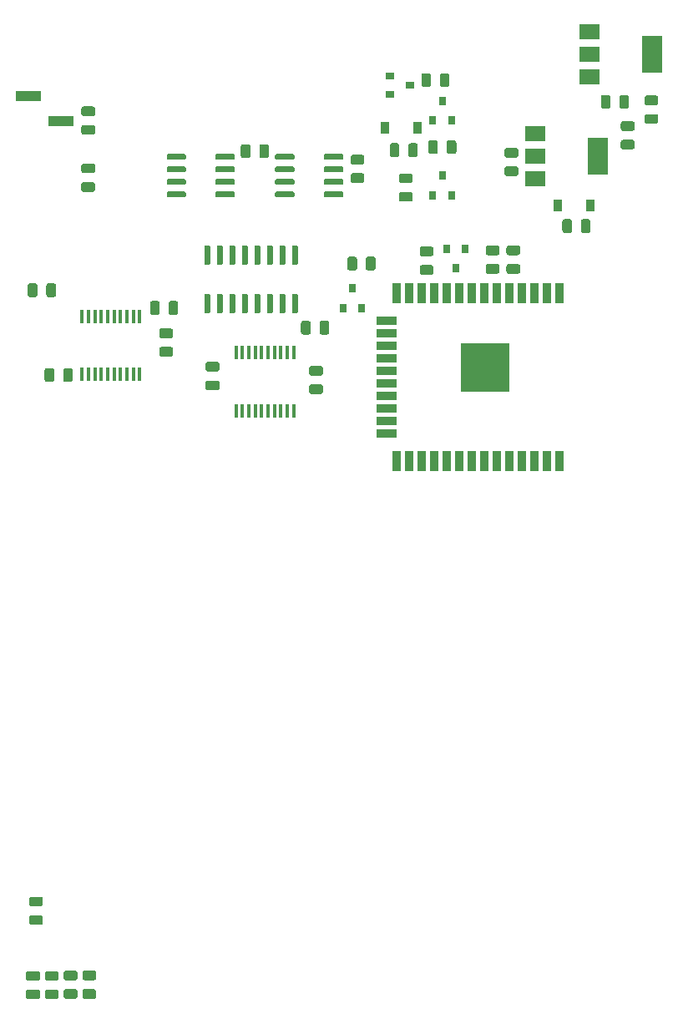
<source format=gbr>
G04 #@! TF.GenerationSoftware,KiCad,Pcbnew,5.1.5+dfsg1-2build2*
G04 #@! TF.CreationDate,2021-12-27T09:35:59+00:00*
G04 #@! TF.ProjectId,psion-org2-power,7073696f-6e2d-46f7-9267-322d706f7765,rev?*
G04 #@! TF.SameCoordinates,Original*
G04 #@! TF.FileFunction,Paste,Top*
G04 #@! TF.FilePolarity,Positive*
%FSLAX46Y46*%
G04 Gerber Fmt 4.6, Leading zero omitted, Abs format (unit mm)*
G04 Created by KiCad (PCBNEW 5.1.5+dfsg1-2build2) date 2021-12-27 09:35:59*
%MOMM*%
%LPD*%
G04 APERTURE LIST*
%ADD10R,2.000000X1.500000*%
%ADD11R,2.000000X3.800000*%
%ADD12R,0.800000X0.900000*%
%ADD13R,0.900000X0.800000*%
%ADD14C,0.100000*%
%ADD15R,0.900000X1.200000*%
%ADD16R,0.450000X1.450000*%
%ADD17R,2.510000X1.000000*%
%ADD18R,0.900000X2.000000*%
%ADD19R,2.000000X0.900000*%
%ADD20R,5.000000X5.000000*%
G04 APERTURE END LIST*
D10*
X141450000Y-31200000D03*
X141450000Y-35800000D03*
X141450000Y-33500000D03*
D11*
X147750000Y-33500000D03*
D12*
X117400000Y-57200000D03*
X118350000Y-59200000D03*
X116450000Y-59200000D03*
D13*
X123200000Y-36600000D03*
X121200000Y-37550000D03*
X121200000Y-35650000D03*
D14*
G36*
X117630142Y-54001174D02*
G01*
X117653803Y-54004684D01*
X117677007Y-54010496D01*
X117699529Y-54018554D01*
X117721153Y-54028782D01*
X117741670Y-54041079D01*
X117760883Y-54055329D01*
X117778607Y-54071393D01*
X117794671Y-54089117D01*
X117808921Y-54108330D01*
X117821218Y-54128847D01*
X117831446Y-54150471D01*
X117839504Y-54172993D01*
X117845316Y-54196197D01*
X117848826Y-54219858D01*
X117850000Y-54243750D01*
X117850000Y-55156250D01*
X117848826Y-55180142D01*
X117845316Y-55203803D01*
X117839504Y-55227007D01*
X117831446Y-55249529D01*
X117821218Y-55271153D01*
X117808921Y-55291670D01*
X117794671Y-55310883D01*
X117778607Y-55328607D01*
X117760883Y-55344671D01*
X117741670Y-55358921D01*
X117721153Y-55371218D01*
X117699529Y-55381446D01*
X117677007Y-55389504D01*
X117653803Y-55395316D01*
X117630142Y-55398826D01*
X117606250Y-55400000D01*
X117118750Y-55400000D01*
X117094858Y-55398826D01*
X117071197Y-55395316D01*
X117047993Y-55389504D01*
X117025471Y-55381446D01*
X117003847Y-55371218D01*
X116983330Y-55358921D01*
X116964117Y-55344671D01*
X116946393Y-55328607D01*
X116930329Y-55310883D01*
X116916079Y-55291670D01*
X116903782Y-55271153D01*
X116893554Y-55249529D01*
X116885496Y-55227007D01*
X116879684Y-55203803D01*
X116876174Y-55180142D01*
X116875000Y-55156250D01*
X116875000Y-54243750D01*
X116876174Y-54219858D01*
X116879684Y-54196197D01*
X116885496Y-54172993D01*
X116893554Y-54150471D01*
X116903782Y-54128847D01*
X116916079Y-54108330D01*
X116930329Y-54089117D01*
X116946393Y-54071393D01*
X116964117Y-54055329D01*
X116983330Y-54041079D01*
X117003847Y-54028782D01*
X117025471Y-54018554D01*
X117047993Y-54010496D01*
X117071197Y-54004684D01*
X117094858Y-54001174D01*
X117118750Y-54000000D01*
X117606250Y-54000000D01*
X117630142Y-54001174D01*
G37*
G36*
X119505142Y-54001174D02*
G01*
X119528803Y-54004684D01*
X119552007Y-54010496D01*
X119574529Y-54018554D01*
X119596153Y-54028782D01*
X119616670Y-54041079D01*
X119635883Y-54055329D01*
X119653607Y-54071393D01*
X119669671Y-54089117D01*
X119683921Y-54108330D01*
X119696218Y-54128847D01*
X119706446Y-54150471D01*
X119714504Y-54172993D01*
X119720316Y-54196197D01*
X119723826Y-54219858D01*
X119725000Y-54243750D01*
X119725000Y-55156250D01*
X119723826Y-55180142D01*
X119720316Y-55203803D01*
X119714504Y-55227007D01*
X119706446Y-55249529D01*
X119696218Y-55271153D01*
X119683921Y-55291670D01*
X119669671Y-55310883D01*
X119653607Y-55328607D01*
X119635883Y-55344671D01*
X119616670Y-55358921D01*
X119596153Y-55371218D01*
X119574529Y-55381446D01*
X119552007Y-55389504D01*
X119528803Y-55395316D01*
X119505142Y-55398826D01*
X119481250Y-55400000D01*
X118993750Y-55400000D01*
X118969858Y-55398826D01*
X118946197Y-55395316D01*
X118922993Y-55389504D01*
X118900471Y-55381446D01*
X118878847Y-55371218D01*
X118858330Y-55358921D01*
X118839117Y-55344671D01*
X118821393Y-55328607D01*
X118805329Y-55310883D01*
X118791079Y-55291670D01*
X118778782Y-55271153D01*
X118768554Y-55249529D01*
X118760496Y-55227007D01*
X118754684Y-55203803D01*
X118751174Y-55180142D01*
X118750000Y-55156250D01*
X118750000Y-54243750D01*
X118751174Y-54219858D01*
X118754684Y-54196197D01*
X118760496Y-54172993D01*
X118768554Y-54150471D01*
X118778782Y-54128847D01*
X118791079Y-54108330D01*
X118805329Y-54089117D01*
X118821393Y-54071393D01*
X118839117Y-54055329D01*
X118858330Y-54041079D01*
X118878847Y-54028782D01*
X118900471Y-54018554D01*
X118922993Y-54010496D01*
X118946197Y-54004684D01*
X118969858Y-54001174D01*
X118993750Y-54000000D01*
X119481250Y-54000000D01*
X119505142Y-54001174D01*
G37*
G36*
X141305142Y-50201174D02*
G01*
X141328803Y-50204684D01*
X141352007Y-50210496D01*
X141374529Y-50218554D01*
X141396153Y-50228782D01*
X141416670Y-50241079D01*
X141435883Y-50255329D01*
X141453607Y-50271393D01*
X141469671Y-50289117D01*
X141483921Y-50308330D01*
X141496218Y-50328847D01*
X141506446Y-50350471D01*
X141514504Y-50372993D01*
X141520316Y-50396197D01*
X141523826Y-50419858D01*
X141525000Y-50443750D01*
X141525000Y-51356250D01*
X141523826Y-51380142D01*
X141520316Y-51403803D01*
X141514504Y-51427007D01*
X141506446Y-51449529D01*
X141496218Y-51471153D01*
X141483921Y-51491670D01*
X141469671Y-51510883D01*
X141453607Y-51528607D01*
X141435883Y-51544671D01*
X141416670Y-51558921D01*
X141396153Y-51571218D01*
X141374529Y-51581446D01*
X141352007Y-51589504D01*
X141328803Y-51595316D01*
X141305142Y-51598826D01*
X141281250Y-51600000D01*
X140793750Y-51600000D01*
X140769858Y-51598826D01*
X140746197Y-51595316D01*
X140722993Y-51589504D01*
X140700471Y-51581446D01*
X140678847Y-51571218D01*
X140658330Y-51558921D01*
X140639117Y-51544671D01*
X140621393Y-51528607D01*
X140605329Y-51510883D01*
X140591079Y-51491670D01*
X140578782Y-51471153D01*
X140568554Y-51449529D01*
X140560496Y-51427007D01*
X140554684Y-51403803D01*
X140551174Y-51380142D01*
X140550000Y-51356250D01*
X140550000Y-50443750D01*
X140551174Y-50419858D01*
X140554684Y-50396197D01*
X140560496Y-50372993D01*
X140568554Y-50350471D01*
X140578782Y-50328847D01*
X140591079Y-50308330D01*
X140605329Y-50289117D01*
X140621393Y-50271393D01*
X140639117Y-50255329D01*
X140658330Y-50241079D01*
X140678847Y-50228782D01*
X140700471Y-50218554D01*
X140722993Y-50210496D01*
X140746197Y-50204684D01*
X140769858Y-50201174D01*
X140793750Y-50200000D01*
X141281250Y-50200000D01*
X141305142Y-50201174D01*
G37*
G36*
X139430142Y-50201174D02*
G01*
X139453803Y-50204684D01*
X139477007Y-50210496D01*
X139499529Y-50218554D01*
X139521153Y-50228782D01*
X139541670Y-50241079D01*
X139560883Y-50255329D01*
X139578607Y-50271393D01*
X139594671Y-50289117D01*
X139608921Y-50308330D01*
X139621218Y-50328847D01*
X139631446Y-50350471D01*
X139639504Y-50372993D01*
X139645316Y-50396197D01*
X139648826Y-50419858D01*
X139650000Y-50443750D01*
X139650000Y-51356250D01*
X139648826Y-51380142D01*
X139645316Y-51403803D01*
X139639504Y-51427007D01*
X139631446Y-51449529D01*
X139621218Y-51471153D01*
X139608921Y-51491670D01*
X139594671Y-51510883D01*
X139578607Y-51528607D01*
X139560883Y-51544671D01*
X139541670Y-51558921D01*
X139521153Y-51571218D01*
X139499529Y-51581446D01*
X139477007Y-51589504D01*
X139453803Y-51595316D01*
X139430142Y-51598826D01*
X139406250Y-51600000D01*
X138918750Y-51600000D01*
X138894858Y-51598826D01*
X138871197Y-51595316D01*
X138847993Y-51589504D01*
X138825471Y-51581446D01*
X138803847Y-51571218D01*
X138783330Y-51558921D01*
X138764117Y-51544671D01*
X138746393Y-51528607D01*
X138730329Y-51510883D01*
X138716079Y-51491670D01*
X138703782Y-51471153D01*
X138693554Y-51449529D01*
X138685496Y-51427007D01*
X138679684Y-51403803D01*
X138676174Y-51380142D01*
X138675000Y-51356250D01*
X138675000Y-50443750D01*
X138676174Y-50419858D01*
X138679684Y-50396197D01*
X138685496Y-50372993D01*
X138693554Y-50350471D01*
X138703782Y-50328847D01*
X138716079Y-50308330D01*
X138730329Y-50289117D01*
X138746393Y-50271393D01*
X138764117Y-50255329D01*
X138783330Y-50241079D01*
X138803847Y-50228782D01*
X138825471Y-50218554D01*
X138847993Y-50210496D01*
X138871197Y-50204684D01*
X138894858Y-50201174D01*
X138918750Y-50200000D01*
X139406250Y-50200000D01*
X139430142Y-50201174D01*
G37*
G36*
X123280142Y-47451174D02*
G01*
X123303803Y-47454684D01*
X123327007Y-47460496D01*
X123349529Y-47468554D01*
X123371153Y-47478782D01*
X123391670Y-47491079D01*
X123410883Y-47505329D01*
X123428607Y-47521393D01*
X123444671Y-47539117D01*
X123458921Y-47558330D01*
X123471218Y-47578847D01*
X123481446Y-47600471D01*
X123489504Y-47622993D01*
X123495316Y-47646197D01*
X123498826Y-47669858D01*
X123500000Y-47693750D01*
X123500000Y-48181250D01*
X123498826Y-48205142D01*
X123495316Y-48228803D01*
X123489504Y-48252007D01*
X123481446Y-48274529D01*
X123471218Y-48296153D01*
X123458921Y-48316670D01*
X123444671Y-48335883D01*
X123428607Y-48353607D01*
X123410883Y-48369671D01*
X123391670Y-48383921D01*
X123371153Y-48396218D01*
X123349529Y-48406446D01*
X123327007Y-48414504D01*
X123303803Y-48420316D01*
X123280142Y-48423826D01*
X123256250Y-48425000D01*
X122343750Y-48425000D01*
X122319858Y-48423826D01*
X122296197Y-48420316D01*
X122272993Y-48414504D01*
X122250471Y-48406446D01*
X122228847Y-48396218D01*
X122208330Y-48383921D01*
X122189117Y-48369671D01*
X122171393Y-48353607D01*
X122155329Y-48335883D01*
X122141079Y-48316670D01*
X122128782Y-48296153D01*
X122118554Y-48274529D01*
X122110496Y-48252007D01*
X122104684Y-48228803D01*
X122101174Y-48205142D01*
X122100000Y-48181250D01*
X122100000Y-47693750D01*
X122101174Y-47669858D01*
X122104684Y-47646197D01*
X122110496Y-47622993D01*
X122118554Y-47600471D01*
X122128782Y-47578847D01*
X122141079Y-47558330D01*
X122155329Y-47539117D01*
X122171393Y-47521393D01*
X122189117Y-47505329D01*
X122208330Y-47491079D01*
X122228847Y-47478782D01*
X122250471Y-47468554D01*
X122272993Y-47460496D01*
X122296197Y-47454684D01*
X122319858Y-47451174D01*
X122343750Y-47450000D01*
X123256250Y-47450000D01*
X123280142Y-47451174D01*
G37*
G36*
X123280142Y-45576174D02*
G01*
X123303803Y-45579684D01*
X123327007Y-45585496D01*
X123349529Y-45593554D01*
X123371153Y-45603782D01*
X123391670Y-45616079D01*
X123410883Y-45630329D01*
X123428607Y-45646393D01*
X123444671Y-45664117D01*
X123458921Y-45683330D01*
X123471218Y-45703847D01*
X123481446Y-45725471D01*
X123489504Y-45747993D01*
X123495316Y-45771197D01*
X123498826Y-45794858D01*
X123500000Y-45818750D01*
X123500000Y-46306250D01*
X123498826Y-46330142D01*
X123495316Y-46353803D01*
X123489504Y-46377007D01*
X123481446Y-46399529D01*
X123471218Y-46421153D01*
X123458921Y-46441670D01*
X123444671Y-46460883D01*
X123428607Y-46478607D01*
X123410883Y-46494671D01*
X123391670Y-46508921D01*
X123371153Y-46521218D01*
X123349529Y-46531446D01*
X123327007Y-46539504D01*
X123303803Y-46545316D01*
X123280142Y-46548826D01*
X123256250Y-46550000D01*
X122343750Y-46550000D01*
X122319858Y-46548826D01*
X122296197Y-46545316D01*
X122272993Y-46539504D01*
X122250471Y-46531446D01*
X122228847Y-46521218D01*
X122208330Y-46508921D01*
X122189117Y-46494671D01*
X122171393Y-46478607D01*
X122155329Y-46460883D01*
X122141079Y-46441670D01*
X122128782Y-46421153D01*
X122118554Y-46399529D01*
X122110496Y-46377007D01*
X122104684Y-46353803D01*
X122101174Y-46330142D01*
X122100000Y-46306250D01*
X122100000Y-45818750D01*
X122101174Y-45794858D01*
X122104684Y-45771197D01*
X122110496Y-45747993D01*
X122118554Y-45725471D01*
X122128782Y-45703847D01*
X122141079Y-45683330D01*
X122155329Y-45664117D01*
X122171393Y-45646393D01*
X122189117Y-45630329D01*
X122208330Y-45616079D01*
X122228847Y-45603782D01*
X122250471Y-45593554D01*
X122272993Y-45585496D01*
X122296197Y-45579684D01*
X122319858Y-45576174D01*
X122343750Y-45575000D01*
X123256250Y-45575000D01*
X123280142Y-45576174D01*
G37*
G36*
X123805142Y-42501174D02*
G01*
X123828803Y-42504684D01*
X123852007Y-42510496D01*
X123874529Y-42518554D01*
X123896153Y-42528782D01*
X123916670Y-42541079D01*
X123935883Y-42555329D01*
X123953607Y-42571393D01*
X123969671Y-42589117D01*
X123983921Y-42608330D01*
X123996218Y-42628847D01*
X124006446Y-42650471D01*
X124014504Y-42672993D01*
X124020316Y-42696197D01*
X124023826Y-42719858D01*
X124025000Y-42743750D01*
X124025000Y-43656250D01*
X124023826Y-43680142D01*
X124020316Y-43703803D01*
X124014504Y-43727007D01*
X124006446Y-43749529D01*
X123996218Y-43771153D01*
X123983921Y-43791670D01*
X123969671Y-43810883D01*
X123953607Y-43828607D01*
X123935883Y-43844671D01*
X123916670Y-43858921D01*
X123896153Y-43871218D01*
X123874529Y-43881446D01*
X123852007Y-43889504D01*
X123828803Y-43895316D01*
X123805142Y-43898826D01*
X123781250Y-43900000D01*
X123293750Y-43900000D01*
X123269858Y-43898826D01*
X123246197Y-43895316D01*
X123222993Y-43889504D01*
X123200471Y-43881446D01*
X123178847Y-43871218D01*
X123158330Y-43858921D01*
X123139117Y-43844671D01*
X123121393Y-43828607D01*
X123105329Y-43810883D01*
X123091079Y-43791670D01*
X123078782Y-43771153D01*
X123068554Y-43749529D01*
X123060496Y-43727007D01*
X123054684Y-43703803D01*
X123051174Y-43680142D01*
X123050000Y-43656250D01*
X123050000Y-42743750D01*
X123051174Y-42719858D01*
X123054684Y-42696197D01*
X123060496Y-42672993D01*
X123068554Y-42650471D01*
X123078782Y-42628847D01*
X123091079Y-42608330D01*
X123105329Y-42589117D01*
X123121393Y-42571393D01*
X123139117Y-42555329D01*
X123158330Y-42541079D01*
X123178847Y-42528782D01*
X123200471Y-42518554D01*
X123222993Y-42510496D01*
X123246197Y-42504684D01*
X123269858Y-42501174D01*
X123293750Y-42500000D01*
X123781250Y-42500000D01*
X123805142Y-42501174D01*
G37*
G36*
X121930142Y-42501174D02*
G01*
X121953803Y-42504684D01*
X121977007Y-42510496D01*
X121999529Y-42518554D01*
X122021153Y-42528782D01*
X122041670Y-42541079D01*
X122060883Y-42555329D01*
X122078607Y-42571393D01*
X122094671Y-42589117D01*
X122108921Y-42608330D01*
X122121218Y-42628847D01*
X122131446Y-42650471D01*
X122139504Y-42672993D01*
X122145316Y-42696197D01*
X122148826Y-42719858D01*
X122150000Y-42743750D01*
X122150000Y-43656250D01*
X122148826Y-43680142D01*
X122145316Y-43703803D01*
X122139504Y-43727007D01*
X122131446Y-43749529D01*
X122121218Y-43771153D01*
X122108921Y-43791670D01*
X122094671Y-43810883D01*
X122078607Y-43828607D01*
X122060883Y-43844671D01*
X122041670Y-43858921D01*
X122021153Y-43871218D01*
X121999529Y-43881446D01*
X121977007Y-43889504D01*
X121953803Y-43895316D01*
X121930142Y-43898826D01*
X121906250Y-43900000D01*
X121418750Y-43900000D01*
X121394858Y-43898826D01*
X121371197Y-43895316D01*
X121347993Y-43889504D01*
X121325471Y-43881446D01*
X121303847Y-43871218D01*
X121283330Y-43858921D01*
X121264117Y-43844671D01*
X121246393Y-43828607D01*
X121230329Y-43810883D01*
X121216079Y-43791670D01*
X121203782Y-43771153D01*
X121193554Y-43749529D01*
X121185496Y-43727007D01*
X121179684Y-43703803D01*
X121176174Y-43680142D01*
X121175000Y-43656250D01*
X121175000Y-42743750D01*
X121176174Y-42719858D01*
X121179684Y-42696197D01*
X121185496Y-42672993D01*
X121193554Y-42650471D01*
X121203782Y-42628847D01*
X121216079Y-42608330D01*
X121230329Y-42589117D01*
X121246393Y-42571393D01*
X121264117Y-42555329D01*
X121283330Y-42541079D01*
X121303847Y-42528782D01*
X121325471Y-42518554D01*
X121347993Y-42510496D01*
X121371197Y-42504684D01*
X121394858Y-42501174D01*
X121418750Y-42500000D01*
X121906250Y-42500000D01*
X121930142Y-42501174D01*
G37*
G36*
X127005142Y-35401174D02*
G01*
X127028803Y-35404684D01*
X127052007Y-35410496D01*
X127074529Y-35418554D01*
X127096153Y-35428782D01*
X127116670Y-35441079D01*
X127135883Y-35455329D01*
X127153607Y-35471393D01*
X127169671Y-35489117D01*
X127183921Y-35508330D01*
X127196218Y-35528847D01*
X127206446Y-35550471D01*
X127214504Y-35572993D01*
X127220316Y-35596197D01*
X127223826Y-35619858D01*
X127225000Y-35643750D01*
X127225000Y-36556250D01*
X127223826Y-36580142D01*
X127220316Y-36603803D01*
X127214504Y-36627007D01*
X127206446Y-36649529D01*
X127196218Y-36671153D01*
X127183921Y-36691670D01*
X127169671Y-36710883D01*
X127153607Y-36728607D01*
X127135883Y-36744671D01*
X127116670Y-36758921D01*
X127096153Y-36771218D01*
X127074529Y-36781446D01*
X127052007Y-36789504D01*
X127028803Y-36795316D01*
X127005142Y-36798826D01*
X126981250Y-36800000D01*
X126493750Y-36800000D01*
X126469858Y-36798826D01*
X126446197Y-36795316D01*
X126422993Y-36789504D01*
X126400471Y-36781446D01*
X126378847Y-36771218D01*
X126358330Y-36758921D01*
X126339117Y-36744671D01*
X126321393Y-36728607D01*
X126305329Y-36710883D01*
X126291079Y-36691670D01*
X126278782Y-36671153D01*
X126268554Y-36649529D01*
X126260496Y-36627007D01*
X126254684Y-36603803D01*
X126251174Y-36580142D01*
X126250000Y-36556250D01*
X126250000Y-35643750D01*
X126251174Y-35619858D01*
X126254684Y-35596197D01*
X126260496Y-35572993D01*
X126268554Y-35550471D01*
X126278782Y-35528847D01*
X126291079Y-35508330D01*
X126305329Y-35489117D01*
X126321393Y-35471393D01*
X126339117Y-35455329D01*
X126358330Y-35441079D01*
X126378847Y-35428782D01*
X126400471Y-35418554D01*
X126422993Y-35410496D01*
X126446197Y-35404684D01*
X126469858Y-35401174D01*
X126493750Y-35400000D01*
X126981250Y-35400000D01*
X127005142Y-35401174D01*
G37*
G36*
X125130142Y-35401174D02*
G01*
X125153803Y-35404684D01*
X125177007Y-35410496D01*
X125199529Y-35418554D01*
X125221153Y-35428782D01*
X125241670Y-35441079D01*
X125260883Y-35455329D01*
X125278607Y-35471393D01*
X125294671Y-35489117D01*
X125308921Y-35508330D01*
X125321218Y-35528847D01*
X125331446Y-35550471D01*
X125339504Y-35572993D01*
X125345316Y-35596197D01*
X125348826Y-35619858D01*
X125350000Y-35643750D01*
X125350000Y-36556250D01*
X125348826Y-36580142D01*
X125345316Y-36603803D01*
X125339504Y-36627007D01*
X125331446Y-36649529D01*
X125321218Y-36671153D01*
X125308921Y-36691670D01*
X125294671Y-36710883D01*
X125278607Y-36728607D01*
X125260883Y-36744671D01*
X125241670Y-36758921D01*
X125221153Y-36771218D01*
X125199529Y-36781446D01*
X125177007Y-36789504D01*
X125153803Y-36795316D01*
X125130142Y-36798826D01*
X125106250Y-36800000D01*
X124618750Y-36800000D01*
X124594858Y-36798826D01*
X124571197Y-36795316D01*
X124547993Y-36789504D01*
X124525471Y-36781446D01*
X124503847Y-36771218D01*
X124483330Y-36758921D01*
X124464117Y-36744671D01*
X124446393Y-36728607D01*
X124430329Y-36710883D01*
X124416079Y-36691670D01*
X124403782Y-36671153D01*
X124393554Y-36649529D01*
X124385496Y-36627007D01*
X124379684Y-36603803D01*
X124376174Y-36580142D01*
X124375000Y-36556250D01*
X124375000Y-35643750D01*
X124376174Y-35619858D01*
X124379684Y-35596197D01*
X124385496Y-35572993D01*
X124393554Y-35550471D01*
X124403782Y-35528847D01*
X124416079Y-35508330D01*
X124430329Y-35489117D01*
X124446393Y-35471393D01*
X124464117Y-35455329D01*
X124483330Y-35441079D01*
X124503847Y-35428782D01*
X124525471Y-35418554D01*
X124547993Y-35410496D01*
X124571197Y-35404684D01*
X124594858Y-35401174D01*
X124618750Y-35400000D01*
X125106250Y-35400000D01*
X125130142Y-35401174D01*
G37*
G36*
X89280142Y-128251174D02*
G01*
X89303803Y-128254684D01*
X89327007Y-128260496D01*
X89349529Y-128268554D01*
X89371153Y-128278782D01*
X89391670Y-128291079D01*
X89410883Y-128305329D01*
X89428607Y-128321393D01*
X89444671Y-128339117D01*
X89458921Y-128358330D01*
X89471218Y-128378847D01*
X89481446Y-128400471D01*
X89489504Y-128422993D01*
X89495316Y-128446197D01*
X89498826Y-128469858D01*
X89500000Y-128493750D01*
X89500000Y-128981250D01*
X89498826Y-129005142D01*
X89495316Y-129028803D01*
X89489504Y-129052007D01*
X89481446Y-129074529D01*
X89471218Y-129096153D01*
X89458921Y-129116670D01*
X89444671Y-129135883D01*
X89428607Y-129153607D01*
X89410883Y-129169671D01*
X89391670Y-129183921D01*
X89371153Y-129196218D01*
X89349529Y-129206446D01*
X89327007Y-129214504D01*
X89303803Y-129220316D01*
X89280142Y-129223826D01*
X89256250Y-129225000D01*
X88343750Y-129225000D01*
X88319858Y-129223826D01*
X88296197Y-129220316D01*
X88272993Y-129214504D01*
X88250471Y-129206446D01*
X88228847Y-129196218D01*
X88208330Y-129183921D01*
X88189117Y-129169671D01*
X88171393Y-129153607D01*
X88155329Y-129135883D01*
X88141079Y-129116670D01*
X88128782Y-129096153D01*
X88118554Y-129074529D01*
X88110496Y-129052007D01*
X88104684Y-129028803D01*
X88101174Y-129005142D01*
X88100000Y-128981250D01*
X88100000Y-128493750D01*
X88101174Y-128469858D01*
X88104684Y-128446197D01*
X88110496Y-128422993D01*
X88118554Y-128400471D01*
X88128782Y-128378847D01*
X88141079Y-128358330D01*
X88155329Y-128339117D01*
X88171393Y-128321393D01*
X88189117Y-128305329D01*
X88208330Y-128291079D01*
X88228847Y-128278782D01*
X88250471Y-128268554D01*
X88272993Y-128260496D01*
X88296197Y-128254684D01*
X88319858Y-128251174D01*
X88343750Y-128250000D01*
X89256250Y-128250000D01*
X89280142Y-128251174D01*
G37*
G36*
X89280142Y-126376174D02*
G01*
X89303803Y-126379684D01*
X89327007Y-126385496D01*
X89349529Y-126393554D01*
X89371153Y-126403782D01*
X89391670Y-126416079D01*
X89410883Y-126430329D01*
X89428607Y-126446393D01*
X89444671Y-126464117D01*
X89458921Y-126483330D01*
X89471218Y-126503847D01*
X89481446Y-126525471D01*
X89489504Y-126547993D01*
X89495316Y-126571197D01*
X89498826Y-126594858D01*
X89500000Y-126618750D01*
X89500000Y-127106250D01*
X89498826Y-127130142D01*
X89495316Y-127153803D01*
X89489504Y-127177007D01*
X89481446Y-127199529D01*
X89471218Y-127221153D01*
X89458921Y-127241670D01*
X89444671Y-127260883D01*
X89428607Y-127278607D01*
X89410883Y-127294671D01*
X89391670Y-127308921D01*
X89371153Y-127321218D01*
X89349529Y-127331446D01*
X89327007Y-127339504D01*
X89303803Y-127345316D01*
X89280142Y-127348826D01*
X89256250Y-127350000D01*
X88343750Y-127350000D01*
X88319858Y-127348826D01*
X88296197Y-127345316D01*
X88272993Y-127339504D01*
X88250471Y-127331446D01*
X88228847Y-127321218D01*
X88208330Y-127308921D01*
X88189117Y-127294671D01*
X88171393Y-127278607D01*
X88155329Y-127260883D01*
X88141079Y-127241670D01*
X88128782Y-127221153D01*
X88118554Y-127199529D01*
X88110496Y-127177007D01*
X88104684Y-127153803D01*
X88101174Y-127130142D01*
X88100000Y-127106250D01*
X88100000Y-126618750D01*
X88101174Y-126594858D01*
X88104684Y-126571197D01*
X88110496Y-126547993D01*
X88118554Y-126525471D01*
X88128782Y-126503847D01*
X88141079Y-126483330D01*
X88155329Y-126464117D01*
X88171393Y-126446393D01*
X88189117Y-126430329D01*
X88208330Y-126416079D01*
X88228847Y-126403782D01*
X88250471Y-126393554D01*
X88272993Y-126385496D01*
X88296197Y-126379684D01*
X88319858Y-126376174D01*
X88343750Y-126375000D01*
X89256250Y-126375000D01*
X89280142Y-126376174D01*
G37*
G36*
X91180142Y-128251174D02*
G01*
X91203803Y-128254684D01*
X91227007Y-128260496D01*
X91249529Y-128268554D01*
X91271153Y-128278782D01*
X91291670Y-128291079D01*
X91310883Y-128305329D01*
X91328607Y-128321393D01*
X91344671Y-128339117D01*
X91358921Y-128358330D01*
X91371218Y-128378847D01*
X91381446Y-128400471D01*
X91389504Y-128422993D01*
X91395316Y-128446197D01*
X91398826Y-128469858D01*
X91400000Y-128493750D01*
X91400000Y-128981250D01*
X91398826Y-129005142D01*
X91395316Y-129028803D01*
X91389504Y-129052007D01*
X91381446Y-129074529D01*
X91371218Y-129096153D01*
X91358921Y-129116670D01*
X91344671Y-129135883D01*
X91328607Y-129153607D01*
X91310883Y-129169671D01*
X91291670Y-129183921D01*
X91271153Y-129196218D01*
X91249529Y-129206446D01*
X91227007Y-129214504D01*
X91203803Y-129220316D01*
X91180142Y-129223826D01*
X91156250Y-129225000D01*
X90243750Y-129225000D01*
X90219858Y-129223826D01*
X90196197Y-129220316D01*
X90172993Y-129214504D01*
X90150471Y-129206446D01*
X90128847Y-129196218D01*
X90108330Y-129183921D01*
X90089117Y-129169671D01*
X90071393Y-129153607D01*
X90055329Y-129135883D01*
X90041079Y-129116670D01*
X90028782Y-129096153D01*
X90018554Y-129074529D01*
X90010496Y-129052007D01*
X90004684Y-129028803D01*
X90001174Y-129005142D01*
X90000000Y-128981250D01*
X90000000Y-128493750D01*
X90001174Y-128469858D01*
X90004684Y-128446197D01*
X90010496Y-128422993D01*
X90018554Y-128400471D01*
X90028782Y-128378847D01*
X90041079Y-128358330D01*
X90055329Y-128339117D01*
X90071393Y-128321393D01*
X90089117Y-128305329D01*
X90108330Y-128291079D01*
X90128847Y-128278782D01*
X90150471Y-128268554D01*
X90172993Y-128260496D01*
X90196197Y-128254684D01*
X90219858Y-128251174D01*
X90243750Y-128250000D01*
X91156250Y-128250000D01*
X91180142Y-128251174D01*
G37*
G36*
X91180142Y-126376174D02*
G01*
X91203803Y-126379684D01*
X91227007Y-126385496D01*
X91249529Y-126393554D01*
X91271153Y-126403782D01*
X91291670Y-126416079D01*
X91310883Y-126430329D01*
X91328607Y-126446393D01*
X91344671Y-126464117D01*
X91358921Y-126483330D01*
X91371218Y-126503847D01*
X91381446Y-126525471D01*
X91389504Y-126547993D01*
X91395316Y-126571197D01*
X91398826Y-126594858D01*
X91400000Y-126618750D01*
X91400000Y-127106250D01*
X91398826Y-127130142D01*
X91395316Y-127153803D01*
X91389504Y-127177007D01*
X91381446Y-127199529D01*
X91371218Y-127221153D01*
X91358921Y-127241670D01*
X91344671Y-127260883D01*
X91328607Y-127278607D01*
X91310883Y-127294671D01*
X91291670Y-127308921D01*
X91271153Y-127321218D01*
X91249529Y-127331446D01*
X91227007Y-127339504D01*
X91203803Y-127345316D01*
X91180142Y-127348826D01*
X91156250Y-127350000D01*
X90243750Y-127350000D01*
X90219858Y-127348826D01*
X90196197Y-127345316D01*
X90172993Y-127339504D01*
X90150471Y-127331446D01*
X90128847Y-127321218D01*
X90108330Y-127308921D01*
X90089117Y-127294671D01*
X90071393Y-127278607D01*
X90055329Y-127260883D01*
X90041079Y-127241670D01*
X90028782Y-127221153D01*
X90018554Y-127199529D01*
X90010496Y-127177007D01*
X90004684Y-127153803D01*
X90001174Y-127130142D01*
X90000000Y-127106250D01*
X90000000Y-126618750D01*
X90001174Y-126594858D01*
X90004684Y-126571197D01*
X90010496Y-126547993D01*
X90018554Y-126525471D01*
X90028782Y-126503847D01*
X90041079Y-126483330D01*
X90055329Y-126464117D01*
X90071393Y-126446393D01*
X90089117Y-126430329D01*
X90108330Y-126416079D01*
X90128847Y-126403782D01*
X90150471Y-126393554D01*
X90172993Y-126385496D01*
X90196197Y-126379684D01*
X90219858Y-126376174D01*
X90243750Y-126375000D01*
X91156250Y-126375000D01*
X91180142Y-126376174D01*
G37*
G36*
X87380142Y-128288674D02*
G01*
X87403803Y-128292184D01*
X87427007Y-128297996D01*
X87449529Y-128306054D01*
X87471153Y-128316282D01*
X87491670Y-128328579D01*
X87510883Y-128342829D01*
X87528607Y-128358893D01*
X87544671Y-128376617D01*
X87558921Y-128395830D01*
X87571218Y-128416347D01*
X87581446Y-128437971D01*
X87589504Y-128460493D01*
X87595316Y-128483697D01*
X87598826Y-128507358D01*
X87600000Y-128531250D01*
X87600000Y-129018750D01*
X87598826Y-129042642D01*
X87595316Y-129066303D01*
X87589504Y-129089507D01*
X87581446Y-129112029D01*
X87571218Y-129133653D01*
X87558921Y-129154170D01*
X87544671Y-129173383D01*
X87528607Y-129191107D01*
X87510883Y-129207171D01*
X87491670Y-129221421D01*
X87471153Y-129233718D01*
X87449529Y-129243946D01*
X87427007Y-129252004D01*
X87403803Y-129257816D01*
X87380142Y-129261326D01*
X87356250Y-129262500D01*
X86443750Y-129262500D01*
X86419858Y-129261326D01*
X86396197Y-129257816D01*
X86372993Y-129252004D01*
X86350471Y-129243946D01*
X86328847Y-129233718D01*
X86308330Y-129221421D01*
X86289117Y-129207171D01*
X86271393Y-129191107D01*
X86255329Y-129173383D01*
X86241079Y-129154170D01*
X86228782Y-129133653D01*
X86218554Y-129112029D01*
X86210496Y-129089507D01*
X86204684Y-129066303D01*
X86201174Y-129042642D01*
X86200000Y-129018750D01*
X86200000Y-128531250D01*
X86201174Y-128507358D01*
X86204684Y-128483697D01*
X86210496Y-128460493D01*
X86218554Y-128437971D01*
X86228782Y-128416347D01*
X86241079Y-128395830D01*
X86255329Y-128376617D01*
X86271393Y-128358893D01*
X86289117Y-128342829D01*
X86308330Y-128328579D01*
X86328847Y-128316282D01*
X86350471Y-128306054D01*
X86372993Y-128297996D01*
X86396197Y-128292184D01*
X86419858Y-128288674D01*
X86443750Y-128287500D01*
X87356250Y-128287500D01*
X87380142Y-128288674D01*
G37*
G36*
X87380142Y-126413674D02*
G01*
X87403803Y-126417184D01*
X87427007Y-126422996D01*
X87449529Y-126431054D01*
X87471153Y-126441282D01*
X87491670Y-126453579D01*
X87510883Y-126467829D01*
X87528607Y-126483893D01*
X87544671Y-126501617D01*
X87558921Y-126520830D01*
X87571218Y-126541347D01*
X87581446Y-126562971D01*
X87589504Y-126585493D01*
X87595316Y-126608697D01*
X87598826Y-126632358D01*
X87600000Y-126656250D01*
X87600000Y-127143750D01*
X87598826Y-127167642D01*
X87595316Y-127191303D01*
X87589504Y-127214507D01*
X87581446Y-127237029D01*
X87571218Y-127258653D01*
X87558921Y-127279170D01*
X87544671Y-127298383D01*
X87528607Y-127316107D01*
X87510883Y-127332171D01*
X87491670Y-127346421D01*
X87471153Y-127358718D01*
X87449529Y-127368946D01*
X87427007Y-127377004D01*
X87403803Y-127382816D01*
X87380142Y-127386326D01*
X87356250Y-127387500D01*
X86443750Y-127387500D01*
X86419858Y-127386326D01*
X86396197Y-127382816D01*
X86372993Y-127377004D01*
X86350471Y-127368946D01*
X86328847Y-127358718D01*
X86308330Y-127346421D01*
X86289117Y-127332171D01*
X86271393Y-127316107D01*
X86255329Y-127298383D01*
X86241079Y-127279170D01*
X86228782Y-127258653D01*
X86218554Y-127237029D01*
X86210496Y-127214507D01*
X86204684Y-127191303D01*
X86201174Y-127167642D01*
X86200000Y-127143750D01*
X86200000Y-126656250D01*
X86201174Y-126632358D01*
X86204684Y-126608697D01*
X86210496Y-126585493D01*
X86218554Y-126562971D01*
X86228782Y-126541347D01*
X86241079Y-126520830D01*
X86255329Y-126501617D01*
X86271393Y-126483893D01*
X86289117Y-126467829D01*
X86308330Y-126453579D01*
X86328847Y-126441282D01*
X86350471Y-126431054D01*
X86372993Y-126422996D01*
X86396197Y-126417184D01*
X86419858Y-126413674D01*
X86443750Y-126412500D01*
X87356250Y-126412500D01*
X87380142Y-126413674D01*
G37*
G36*
X85480142Y-128288674D02*
G01*
X85503803Y-128292184D01*
X85527007Y-128297996D01*
X85549529Y-128306054D01*
X85571153Y-128316282D01*
X85591670Y-128328579D01*
X85610883Y-128342829D01*
X85628607Y-128358893D01*
X85644671Y-128376617D01*
X85658921Y-128395830D01*
X85671218Y-128416347D01*
X85681446Y-128437971D01*
X85689504Y-128460493D01*
X85695316Y-128483697D01*
X85698826Y-128507358D01*
X85700000Y-128531250D01*
X85700000Y-129018750D01*
X85698826Y-129042642D01*
X85695316Y-129066303D01*
X85689504Y-129089507D01*
X85681446Y-129112029D01*
X85671218Y-129133653D01*
X85658921Y-129154170D01*
X85644671Y-129173383D01*
X85628607Y-129191107D01*
X85610883Y-129207171D01*
X85591670Y-129221421D01*
X85571153Y-129233718D01*
X85549529Y-129243946D01*
X85527007Y-129252004D01*
X85503803Y-129257816D01*
X85480142Y-129261326D01*
X85456250Y-129262500D01*
X84543750Y-129262500D01*
X84519858Y-129261326D01*
X84496197Y-129257816D01*
X84472993Y-129252004D01*
X84450471Y-129243946D01*
X84428847Y-129233718D01*
X84408330Y-129221421D01*
X84389117Y-129207171D01*
X84371393Y-129191107D01*
X84355329Y-129173383D01*
X84341079Y-129154170D01*
X84328782Y-129133653D01*
X84318554Y-129112029D01*
X84310496Y-129089507D01*
X84304684Y-129066303D01*
X84301174Y-129042642D01*
X84300000Y-129018750D01*
X84300000Y-128531250D01*
X84301174Y-128507358D01*
X84304684Y-128483697D01*
X84310496Y-128460493D01*
X84318554Y-128437971D01*
X84328782Y-128416347D01*
X84341079Y-128395830D01*
X84355329Y-128376617D01*
X84371393Y-128358893D01*
X84389117Y-128342829D01*
X84408330Y-128328579D01*
X84428847Y-128316282D01*
X84450471Y-128306054D01*
X84472993Y-128297996D01*
X84496197Y-128292184D01*
X84519858Y-128288674D01*
X84543750Y-128287500D01*
X85456250Y-128287500D01*
X85480142Y-128288674D01*
G37*
G36*
X85480142Y-126413674D02*
G01*
X85503803Y-126417184D01*
X85527007Y-126422996D01*
X85549529Y-126431054D01*
X85571153Y-126441282D01*
X85591670Y-126453579D01*
X85610883Y-126467829D01*
X85628607Y-126483893D01*
X85644671Y-126501617D01*
X85658921Y-126520830D01*
X85671218Y-126541347D01*
X85681446Y-126562971D01*
X85689504Y-126585493D01*
X85695316Y-126608697D01*
X85698826Y-126632358D01*
X85700000Y-126656250D01*
X85700000Y-127143750D01*
X85698826Y-127167642D01*
X85695316Y-127191303D01*
X85689504Y-127214507D01*
X85681446Y-127237029D01*
X85671218Y-127258653D01*
X85658921Y-127279170D01*
X85644671Y-127298383D01*
X85628607Y-127316107D01*
X85610883Y-127332171D01*
X85591670Y-127346421D01*
X85571153Y-127358718D01*
X85549529Y-127368946D01*
X85527007Y-127377004D01*
X85503803Y-127382816D01*
X85480142Y-127386326D01*
X85456250Y-127387500D01*
X84543750Y-127387500D01*
X84519858Y-127386326D01*
X84496197Y-127382816D01*
X84472993Y-127377004D01*
X84450471Y-127368946D01*
X84428847Y-127358718D01*
X84408330Y-127346421D01*
X84389117Y-127332171D01*
X84371393Y-127316107D01*
X84355329Y-127298383D01*
X84341079Y-127279170D01*
X84328782Y-127258653D01*
X84318554Y-127237029D01*
X84310496Y-127214507D01*
X84304684Y-127191303D01*
X84301174Y-127167642D01*
X84300000Y-127143750D01*
X84300000Y-126656250D01*
X84301174Y-126632358D01*
X84304684Y-126608697D01*
X84310496Y-126585493D01*
X84318554Y-126562971D01*
X84328782Y-126541347D01*
X84341079Y-126520830D01*
X84355329Y-126501617D01*
X84371393Y-126483893D01*
X84389117Y-126467829D01*
X84408330Y-126453579D01*
X84428847Y-126441282D01*
X84450471Y-126431054D01*
X84472993Y-126422996D01*
X84496197Y-126417184D01*
X84519858Y-126413674D01*
X84543750Y-126412500D01*
X85456250Y-126412500D01*
X85480142Y-126413674D01*
G37*
G36*
X91080142Y-46451174D02*
G01*
X91103803Y-46454684D01*
X91127007Y-46460496D01*
X91149529Y-46468554D01*
X91171153Y-46478782D01*
X91191670Y-46491079D01*
X91210883Y-46505329D01*
X91228607Y-46521393D01*
X91244671Y-46539117D01*
X91258921Y-46558330D01*
X91271218Y-46578847D01*
X91281446Y-46600471D01*
X91289504Y-46622993D01*
X91295316Y-46646197D01*
X91298826Y-46669858D01*
X91300000Y-46693750D01*
X91300000Y-47181250D01*
X91298826Y-47205142D01*
X91295316Y-47228803D01*
X91289504Y-47252007D01*
X91281446Y-47274529D01*
X91271218Y-47296153D01*
X91258921Y-47316670D01*
X91244671Y-47335883D01*
X91228607Y-47353607D01*
X91210883Y-47369671D01*
X91191670Y-47383921D01*
X91171153Y-47396218D01*
X91149529Y-47406446D01*
X91127007Y-47414504D01*
X91103803Y-47420316D01*
X91080142Y-47423826D01*
X91056250Y-47425000D01*
X90143750Y-47425000D01*
X90119858Y-47423826D01*
X90096197Y-47420316D01*
X90072993Y-47414504D01*
X90050471Y-47406446D01*
X90028847Y-47396218D01*
X90008330Y-47383921D01*
X89989117Y-47369671D01*
X89971393Y-47353607D01*
X89955329Y-47335883D01*
X89941079Y-47316670D01*
X89928782Y-47296153D01*
X89918554Y-47274529D01*
X89910496Y-47252007D01*
X89904684Y-47228803D01*
X89901174Y-47205142D01*
X89900000Y-47181250D01*
X89900000Y-46693750D01*
X89901174Y-46669858D01*
X89904684Y-46646197D01*
X89910496Y-46622993D01*
X89918554Y-46600471D01*
X89928782Y-46578847D01*
X89941079Y-46558330D01*
X89955329Y-46539117D01*
X89971393Y-46521393D01*
X89989117Y-46505329D01*
X90008330Y-46491079D01*
X90028847Y-46478782D01*
X90050471Y-46468554D01*
X90072993Y-46460496D01*
X90096197Y-46454684D01*
X90119858Y-46451174D01*
X90143750Y-46450000D01*
X91056250Y-46450000D01*
X91080142Y-46451174D01*
G37*
G36*
X91080142Y-44576174D02*
G01*
X91103803Y-44579684D01*
X91127007Y-44585496D01*
X91149529Y-44593554D01*
X91171153Y-44603782D01*
X91191670Y-44616079D01*
X91210883Y-44630329D01*
X91228607Y-44646393D01*
X91244671Y-44664117D01*
X91258921Y-44683330D01*
X91271218Y-44703847D01*
X91281446Y-44725471D01*
X91289504Y-44747993D01*
X91295316Y-44771197D01*
X91298826Y-44794858D01*
X91300000Y-44818750D01*
X91300000Y-45306250D01*
X91298826Y-45330142D01*
X91295316Y-45353803D01*
X91289504Y-45377007D01*
X91281446Y-45399529D01*
X91271218Y-45421153D01*
X91258921Y-45441670D01*
X91244671Y-45460883D01*
X91228607Y-45478607D01*
X91210883Y-45494671D01*
X91191670Y-45508921D01*
X91171153Y-45521218D01*
X91149529Y-45531446D01*
X91127007Y-45539504D01*
X91103803Y-45545316D01*
X91080142Y-45548826D01*
X91056250Y-45550000D01*
X90143750Y-45550000D01*
X90119858Y-45548826D01*
X90096197Y-45545316D01*
X90072993Y-45539504D01*
X90050471Y-45531446D01*
X90028847Y-45521218D01*
X90008330Y-45508921D01*
X89989117Y-45494671D01*
X89971393Y-45478607D01*
X89955329Y-45460883D01*
X89941079Y-45441670D01*
X89928782Y-45421153D01*
X89918554Y-45399529D01*
X89910496Y-45377007D01*
X89904684Y-45353803D01*
X89901174Y-45330142D01*
X89900000Y-45306250D01*
X89900000Y-44818750D01*
X89901174Y-44794858D01*
X89904684Y-44771197D01*
X89910496Y-44747993D01*
X89918554Y-44725471D01*
X89928782Y-44703847D01*
X89941079Y-44683330D01*
X89955329Y-44664117D01*
X89971393Y-44646393D01*
X89989117Y-44630329D01*
X90008330Y-44616079D01*
X90028847Y-44603782D01*
X90050471Y-44593554D01*
X90072993Y-44585496D01*
X90096197Y-44579684D01*
X90119858Y-44576174D01*
X90143750Y-44575000D01*
X91056250Y-44575000D01*
X91080142Y-44576174D01*
G37*
G36*
X91080142Y-40651174D02*
G01*
X91103803Y-40654684D01*
X91127007Y-40660496D01*
X91149529Y-40668554D01*
X91171153Y-40678782D01*
X91191670Y-40691079D01*
X91210883Y-40705329D01*
X91228607Y-40721393D01*
X91244671Y-40739117D01*
X91258921Y-40758330D01*
X91271218Y-40778847D01*
X91281446Y-40800471D01*
X91289504Y-40822993D01*
X91295316Y-40846197D01*
X91298826Y-40869858D01*
X91300000Y-40893750D01*
X91300000Y-41381250D01*
X91298826Y-41405142D01*
X91295316Y-41428803D01*
X91289504Y-41452007D01*
X91281446Y-41474529D01*
X91271218Y-41496153D01*
X91258921Y-41516670D01*
X91244671Y-41535883D01*
X91228607Y-41553607D01*
X91210883Y-41569671D01*
X91191670Y-41583921D01*
X91171153Y-41596218D01*
X91149529Y-41606446D01*
X91127007Y-41614504D01*
X91103803Y-41620316D01*
X91080142Y-41623826D01*
X91056250Y-41625000D01*
X90143750Y-41625000D01*
X90119858Y-41623826D01*
X90096197Y-41620316D01*
X90072993Y-41614504D01*
X90050471Y-41606446D01*
X90028847Y-41596218D01*
X90008330Y-41583921D01*
X89989117Y-41569671D01*
X89971393Y-41553607D01*
X89955329Y-41535883D01*
X89941079Y-41516670D01*
X89928782Y-41496153D01*
X89918554Y-41474529D01*
X89910496Y-41452007D01*
X89904684Y-41428803D01*
X89901174Y-41405142D01*
X89900000Y-41381250D01*
X89900000Y-40893750D01*
X89901174Y-40869858D01*
X89904684Y-40846197D01*
X89910496Y-40822993D01*
X89918554Y-40800471D01*
X89928782Y-40778847D01*
X89941079Y-40758330D01*
X89955329Y-40739117D01*
X89971393Y-40721393D01*
X89989117Y-40705329D01*
X90008330Y-40691079D01*
X90028847Y-40678782D01*
X90050471Y-40668554D01*
X90072993Y-40660496D01*
X90096197Y-40654684D01*
X90119858Y-40651174D01*
X90143750Y-40650000D01*
X91056250Y-40650000D01*
X91080142Y-40651174D01*
G37*
G36*
X91080142Y-38776174D02*
G01*
X91103803Y-38779684D01*
X91127007Y-38785496D01*
X91149529Y-38793554D01*
X91171153Y-38803782D01*
X91191670Y-38816079D01*
X91210883Y-38830329D01*
X91228607Y-38846393D01*
X91244671Y-38864117D01*
X91258921Y-38883330D01*
X91271218Y-38903847D01*
X91281446Y-38925471D01*
X91289504Y-38947993D01*
X91295316Y-38971197D01*
X91298826Y-38994858D01*
X91300000Y-39018750D01*
X91300000Y-39506250D01*
X91298826Y-39530142D01*
X91295316Y-39553803D01*
X91289504Y-39577007D01*
X91281446Y-39599529D01*
X91271218Y-39621153D01*
X91258921Y-39641670D01*
X91244671Y-39660883D01*
X91228607Y-39678607D01*
X91210883Y-39694671D01*
X91191670Y-39708921D01*
X91171153Y-39721218D01*
X91149529Y-39731446D01*
X91127007Y-39739504D01*
X91103803Y-39745316D01*
X91080142Y-39748826D01*
X91056250Y-39750000D01*
X90143750Y-39750000D01*
X90119858Y-39748826D01*
X90096197Y-39745316D01*
X90072993Y-39739504D01*
X90050471Y-39731446D01*
X90028847Y-39721218D01*
X90008330Y-39708921D01*
X89989117Y-39694671D01*
X89971393Y-39678607D01*
X89955329Y-39660883D01*
X89941079Y-39641670D01*
X89928782Y-39621153D01*
X89918554Y-39599529D01*
X89910496Y-39577007D01*
X89904684Y-39553803D01*
X89901174Y-39530142D01*
X89900000Y-39506250D01*
X89900000Y-39018750D01*
X89901174Y-38994858D01*
X89904684Y-38971197D01*
X89910496Y-38947993D01*
X89918554Y-38925471D01*
X89928782Y-38903847D01*
X89941079Y-38883330D01*
X89955329Y-38864117D01*
X89971393Y-38846393D01*
X89989117Y-38830329D01*
X90008330Y-38816079D01*
X90028847Y-38803782D01*
X90050471Y-38793554D01*
X90072993Y-38785496D01*
X90096197Y-38779684D01*
X90119858Y-38776174D01*
X90143750Y-38775000D01*
X91056250Y-38775000D01*
X91080142Y-38776174D01*
G37*
G36*
X85780142Y-118876174D02*
G01*
X85803803Y-118879684D01*
X85827007Y-118885496D01*
X85849529Y-118893554D01*
X85871153Y-118903782D01*
X85891670Y-118916079D01*
X85910883Y-118930329D01*
X85928607Y-118946393D01*
X85944671Y-118964117D01*
X85958921Y-118983330D01*
X85971218Y-119003847D01*
X85981446Y-119025471D01*
X85989504Y-119047993D01*
X85995316Y-119071197D01*
X85998826Y-119094858D01*
X86000000Y-119118750D01*
X86000000Y-119606250D01*
X85998826Y-119630142D01*
X85995316Y-119653803D01*
X85989504Y-119677007D01*
X85981446Y-119699529D01*
X85971218Y-119721153D01*
X85958921Y-119741670D01*
X85944671Y-119760883D01*
X85928607Y-119778607D01*
X85910883Y-119794671D01*
X85891670Y-119808921D01*
X85871153Y-119821218D01*
X85849529Y-119831446D01*
X85827007Y-119839504D01*
X85803803Y-119845316D01*
X85780142Y-119848826D01*
X85756250Y-119850000D01*
X84843750Y-119850000D01*
X84819858Y-119848826D01*
X84796197Y-119845316D01*
X84772993Y-119839504D01*
X84750471Y-119831446D01*
X84728847Y-119821218D01*
X84708330Y-119808921D01*
X84689117Y-119794671D01*
X84671393Y-119778607D01*
X84655329Y-119760883D01*
X84641079Y-119741670D01*
X84628782Y-119721153D01*
X84618554Y-119699529D01*
X84610496Y-119677007D01*
X84604684Y-119653803D01*
X84601174Y-119630142D01*
X84600000Y-119606250D01*
X84600000Y-119118750D01*
X84601174Y-119094858D01*
X84604684Y-119071197D01*
X84610496Y-119047993D01*
X84618554Y-119025471D01*
X84628782Y-119003847D01*
X84641079Y-118983330D01*
X84655329Y-118964117D01*
X84671393Y-118946393D01*
X84689117Y-118930329D01*
X84708330Y-118916079D01*
X84728847Y-118903782D01*
X84750471Y-118893554D01*
X84772993Y-118885496D01*
X84796197Y-118879684D01*
X84819858Y-118876174D01*
X84843750Y-118875000D01*
X85756250Y-118875000D01*
X85780142Y-118876174D01*
G37*
G36*
X85780142Y-120751174D02*
G01*
X85803803Y-120754684D01*
X85827007Y-120760496D01*
X85849529Y-120768554D01*
X85871153Y-120778782D01*
X85891670Y-120791079D01*
X85910883Y-120805329D01*
X85928607Y-120821393D01*
X85944671Y-120839117D01*
X85958921Y-120858330D01*
X85971218Y-120878847D01*
X85981446Y-120900471D01*
X85989504Y-120922993D01*
X85995316Y-120946197D01*
X85998826Y-120969858D01*
X86000000Y-120993750D01*
X86000000Y-121481250D01*
X85998826Y-121505142D01*
X85995316Y-121528803D01*
X85989504Y-121552007D01*
X85981446Y-121574529D01*
X85971218Y-121596153D01*
X85958921Y-121616670D01*
X85944671Y-121635883D01*
X85928607Y-121653607D01*
X85910883Y-121669671D01*
X85891670Y-121683921D01*
X85871153Y-121696218D01*
X85849529Y-121706446D01*
X85827007Y-121714504D01*
X85803803Y-121720316D01*
X85780142Y-121723826D01*
X85756250Y-121725000D01*
X84843750Y-121725000D01*
X84819858Y-121723826D01*
X84796197Y-121720316D01*
X84772993Y-121714504D01*
X84750471Y-121706446D01*
X84728847Y-121696218D01*
X84708330Y-121683921D01*
X84689117Y-121669671D01*
X84671393Y-121653607D01*
X84655329Y-121635883D01*
X84641079Y-121616670D01*
X84628782Y-121596153D01*
X84618554Y-121574529D01*
X84610496Y-121552007D01*
X84604684Y-121528803D01*
X84601174Y-121505142D01*
X84600000Y-121481250D01*
X84600000Y-120993750D01*
X84601174Y-120969858D01*
X84604684Y-120946197D01*
X84610496Y-120922993D01*
X84618554Y-120900471D01*
X84628782Y-120878847D01*
X84641079Y-120858330D01*
X84655329Y-120839117D01*
X84671393Y-120821393D01*
X84689117Y-120805329D01*
X84708330Y-120791079D01*
X84728847Y-120778782D01*
X84750471Y-120768554D01*
X84772993Y-120760496D01*
X84796197Y-120754684D01*
X84819858Y-120751174D01*
X84843750Y-120750000D01*
X85756250Y-120750000D01*
X85780142Y-120751174D01*
G37*
G36*
X99505142Y-58501174D02*
G01*
X99528803Y-58504684D01*
X99552007Y-58510496D01*
X99574529Y-58518554D01*
X99596153Y-58528782D01*
X99616670Y-58541079D01*
X99635883Y-58555329D01*
X99653607Y-58571393D01*
X99669671Y-58589117D01*
X99683921Y-58608330D01*
X99696218Y-58628847D01*
X99706446Y-58650471D01*
X99714504Y-58672993D01*
X99720316Y-58696197D01*
X99723826Y-58719858D01*
X99725000Y-58743750D01*
X99725000Y-59656250D01*
X99723826Y-59680142D01*
X99720316Y-59703803D01*
X99714504Y-59727007D01*
X99706446Y-59749529D01*
X99696218Y-59771153D01*
X99683921Y-59791670D01*
X99669671Y-59810883D01*
X99653607Y-59828607D01*
X99635883Y-59844671D01*
X99616670Y-59858921D01*
X99596153Y-59871218D01*
X99574529Y-59881446D01*
X99552007Y-59889504D01*
X99528803Y-59895316D01*
X99505142Y-59898826D01*
X99481250Y-59900000D01*
X98993750Y-59900000D01*
X98969858Y-59898826D01*
X98946197Y-59895316D01*
X98922993Y-59889504D01*
X98900471Y-59881446D01*
X98878847Y-59871218D01*
X98858330Y-59858921D01*
X98839117Y-59844671D01*
X98821393Y-59828607D01*
X98805329Y-59810883D01*
X98791079Y-59791670D01*
X98778782Y-59771153D01*
X98768554Y-59749529D01*
X98760496Y-59727007D01*
X98754684Y-59703803D01*
X98751174Y-59680142D01*
X98750000Y-59656250D01*
X98750000Y-58743750D01*
X98751174Y-58719858D01*
X98754684Y-58696197D01*
X98760496Y-58672993D01*
X98768554Y-58650471D01*
X98778782Y-58628847D01*
X98791079Y-58608330D01*
X98805329Y-58589117D01*
X98821393Y-58571393D01*
X98839117Y-58555329D01*
X98858330Y-58541079D01*
X98878847Y-58528782D01*
X98900471Y-58518554D01*
X98922993Y-58510496D01*
X98946197Y-58504684D01*
X98969858Y-58501174D01*
X98993750Y-58500000D01*
X99481250Y-58500000D01*
X99505142Y-58501174D01*
G37*
G36*
X97630142Y-58501174D02*
G01*
X97653803Y-58504684D01*
X97677007Y-58510496D01*
X97699529Y-58518554D01*
X97721153Y-58528782D01*
X97741670Y-58541079D01*
X97760883Y-58555329D01*
X97778607Y-58571393D01*
X97794671Y-58589117D01*
X97808921Y-58608330D01*
X97821218Y-58628847D01*
X97831446Y-58650471D01*
X97839504Y-58672993D01*
X97845316Y-58696197D01*
X97848826Y-58719858D01*
X97850000Y-58743750D01*
X97850000Y-59656250D01*
X97848826Y-59680142D01*
X97845316Y-59703803D01*
X97839504Y-59727007D01*
X97831446Y-59749529D01*
X97821218Y-59771153D01*
X97808921Y-59791670D01*
X97794671Y-59810883D01*
X97778607Y-59828607D01*
X97760883Y-59844671D01*
X97741670Y-59858921D01*
X97721153Y-59871218D01*
X97699529Y-59881446D01*
X97677007Y-59889504D01*
X97653803Y-59895316D01*
X97630142Y-59898826D01*
X97606250Y-59900000D01*
X97118750Y-59900000D01*
X97094858Y-59898826D01*
X97071197Y-59895316D01*
X97047993Y-59889504D01*
X97025471Y-59881446D01*
X97003847Y-59871218D01*
X96983330Y-59858921D01*
X96964117Y-59844671D01*
X96946393Y-59828607D01*
X96930329Y-59810883D01*
X96916079Y-59791670D01*
X96903782Y-59771153D01*
X96893554Y-59749529D01*
X96885496Y-59727007D01*
X96879684Y-59703803D01*
X96876174Y-59680142D01*
X96875000Y-59656250D01*
X96875000Y-58743750D01*
X96876174Y-58719858D01*
X96879684Y-58696197D01*
X96885496Y-58672993D01*
X96893554Y-58650471D01*
X96903782Y-58628847D01*
X96916079Y-58608330D01*
X96930329Y-58589117D01*
X96946393Y-58571393D01*
X96964117Y-58555329D01*
X96983330Y-58541079D01*
X97003847Y-58528782D01*
X97025471Y-58518554D01*
X97047993Y-58510496D01*
X97071197Y-58504684D01*
X97094858Y-58501174D01*
X97118750Y-58500000D01*
X97606250Y-58500000D01*
X97630142Y-58501174D01*
G37*
G36*
X103680142Y-66551174D02*
G01*
X103703803Y-66554684D01*
X103727007Y-66560496D01*
X103749529Y-66568554D01*
X103771153Y-66578782D01*
X103791670Y-66591079D01*
X103810883Y-66605329D01*
X103828607Y-66621393D01*
X103844671Y-66639117D01*
X103858921Y-66658330D01*
X103871218Y-66678847D01*
X103881446Y-66700471D01*
X103889504Y-66722993D01*
X103895316Y-66746197D01*
X103898826Y-66769858D01*
X103900000Y-66793750D01*
X103900000Y-67281250D01*
X103898826Y-67305142D01*
X103895316Y-67328803D01*
X103889504Y-67352007D01*
X103881446Y-67374529D01*
X103871218Y-67396153D01*
X103858921Y-67416670D01*
X103844671Y-67435883D01*
X103828607Y-67453607D01*
X103810883Y-67469671D01*
X103791670Y-67483921D01*
X103771153Y-67496218D01*
X103749529Y-67506446D01*
X103727007Y-67514504D01*
X103703803Y-67520316D01*
X103680142Y-67523826D01*
X103656250Y-67525000D01*
X102743750Y-67525000D01*
X102719858Y-67523826D01*
X102696197Y-67520316D01*
X102672993Y-67514504D01*
X102650471Y-67506446D01*
X102628847Y-67496218D01*
X102608330Y-67483921D01*
X102589117Y-67469671D01*
X102571393Y-67453607D01*
X102555329Y-67435883D01*
X102541079Y-67416670D01*
X102528782Y-67396153D01*
X102518554Y-67374529D01*
X102510496Y-67352007D01*
X102504684Y-67328803D01*
X102501174Y-67305142D01*
X102500000Y-67281250D01*
X102500000Y-66793750D01*
X102501174Y-66769858D01*
X102504684Y-66746197D01*
X102510496Y-66722993D01*
X102518554Y-66700471D01*
X102528782Y-66678847D01*
X102541079Y-66658330D01*
X102555329Y-66639117D01*
X102571393Y-66621393D01*
X102589117Y-66605329D01*
X102608330Y-66591079D01*
X102628847Y-66578782D01*
X102650471Y-66568554D01*
X102672993Y-66560496D01*
X102696197Y-66554684D01*
X102719858Y-66551174D01*
X102743750Y-66550000D01*
X103656250Y-66550000D01*
X103680142Y-66551174D01*
G37*
G36*
X103680142Y-64676174D02*
G01*
X103703803Y-64679684D01*
X103727007Y-64685496D01*
X103749529Y-64693554D01*
X103771153Y-64703782D01*
X103791670Y-64716079D01*
X103810883Y-64730329D01*
X103828607Y-64746393D01*
X103844671Y-64764117D01*
X103858921Y-64783330D01*
X103871218Y-64803847D01*
X103881446Y-64825471D01*
X103889504Y-64847993D01*
X103895316Y-64871197D01*
X103898826Y-64894858D01*
X103900000Y-64918750D01*
X103900000Y-65406250D01*
X103898826Y-65430142D01*
X103895316Y-65453803D01*
X103889504Y-65477007D01*
X103881446Y-65499529D01*
X103871218Y-65521153D01*
X103858921Y-65541670D01*
X103844671Y-65560883D01*
X103828607Y-65578607D01*
X103810883Y-65594671D01*
X103791670Y-65608921D01*
X103771153Y-65621218D01*
X103749529Y-65631446D01*
X103727007Y-65639504D01*
X103703803Y-65645316D01*
X103680142Y-65648826D01*
X103656250Y-65650000D01*
X102743750Y-65650000D01*
X102719858Y-65648826D01*
X102696197Y-65645316D01*
X102672993Y-65639504D01*
X102650471Y-65631446D01*
X102628847Y-65621218D01*
X102608330Y-65608921D01*
X102589117Y-65594671D01*
X102571393Y-65578607D01*
X102555329Y-65560883D01*
X102541079Y-65541670D01*
X102528782Y-65521153D01*
X102518554Y-65499529D01*
X102510496Y-65477007D01*
X102504684Y-65453803D01*
X102501174Y-65430142D01*
X102500000Y-65406250D01*
X102500000Y-64918750D01*
X102501174Y-64894858D01*
X102504684Y-64871197D01*
X102510496Y-64847993D01*
X102518554Y-64825471D01*
X102528782Y-64803847D01*
X102541079Y-64783330D01*
X102555329Y-64764117D01*
X102571393Y-64746393D01*
X102589117Y-64730329D01*
X102608330Y-64716079D01*
X102628847Y-64703782D01*
X102650471Y-64693554D01*
X102672993Y-64685496D01*
X102696197Y-64679684D01*
X102719858Y-64676174D01*
X102743750Y-64675000D01*
X103656250Y-64675000D01*
X103680142Y-64676174D01*
G37*
D12*
X127900000Y-55200000D03*
X126950000Y-53200000D03*
X128850000Y-53200000D03*
D15*
X141550000Y-48800000D03*
X138250000Y-48800000D03*
X120650000Y-40900000D03*
X123950000Y-40900000D03*
D14*
G36*
X125380142Y-52976174D02*
G01*
X125403803Y-52979684D01*
X125427007Y-52985496D01*
X125449529Y-52993554D01*
X125471153Y-53003782D01*
X125491670Y-53016079D01*
X125510883Y-53030329D01*
X125528607Y-53046393D01*
X125544671Y-53064117D01*
X125558921Y-53083330D01*
X125571218Y-53103847D01*
X125581446Y-53125471D01*
X125589504Y-53147993D01*
X125595316Y-53171197D01*
X125598826Y-53194858D01*
X125600000Y-53218750D01*
X125600000Y-53706250D01*
X125598826Y-53730142D01*
X125595316Y-53753803D01*
X125589504Y-53777007D01*
X125581446Y-53799529D01*
X125571218Y-53821153D01*
X125558921Y-53841670D01*
X125544671Y-53860883D01*
X125528607Y-53878607D01*
X125510883Y-53894671D01*
X125491670Y-53908921D01*
X125471153Y-53921218D01*
X125449529Y-53931446D01*
X125427007Y-53939504D01*
X125403803Y-53945316D01*
X125380142Y-53948826D01*
X125356250Y-53950000D01*
X124443750Y-53950000D01*
X124419858Y-53948826D01*
X124396197Y-53945316D01*
X124372993Y-53939504D01*
X124350471Y-53931446D01*
X124328847Y-53921218D01*
X124308330Y-53908921D01*
X124289117Y-53894671D01*
X124271393Y-53878607D01*
X124255329Y-53860883D01*
X124241079Y-53841670D01*
X124228782Y-53821153D01*
X124218554Y-53799529D01*
X124210496Y-53777007D01*
X124204684Y-53753803D01*
X124201174Y-53730142D01*
X124200000Y-53706250D01*
X124200000Y-53218750D01*
X124201174Y-53194858D01*
X124204684Y-53171197D01*
X124210496Y-53147993D01*
X124218554Y-53125471D01*
X124228782Y-53103847D01*
X124241079Y-53083330D01*
X124255329Y-53064117D01*
X124271393Y-53046393D01*
X124289117Y-53030329D01*
X124308330Y-53016079D01*
X124328847Y-53003782D01*
X124350471Y-52993554D01*
X124372993Y-52985496D01*
X124396197Y-52979684D01*
X124419858Y-52976174D01*
X124443750Y-52975000D01*
X125356250Y-52975000D01*
X125380142Y-52976174D01*
G37*
G36*
X125380142Y-54851174D02*
G01*
X125403803Y-54854684D01*
X125427007Y-54860496D01*
X125449529Y-54868554D01*
X125471153Y-54878782D01*
X125491670Y-54891079D01*
X125510883Y-54905329D01*
X125528607Y-54921393D01*
X125544671Y-54939117D01*
X125558921Y-54958330D01*
X125571218Y-54978847D01*
X125581446Y-55000471D01*
X125589504Y-55022993D01*
X125595316Y-55046197D01*
X125598826Y-55069858D01*
X125600000Y-55093750D01*
X125600000Y-55581250D01*
X125598826Y-55605142D01*
X125595316Y-55628803D01*
X125589504Y-55652007D01*
X125581446Y-55674529D01*
X125571218Y-55696153D01*
X125558921Y-55716670D01*
X125544671Y-55735883D01*
X125528607Y-55753607D01*
X125510883Y-55769671D01*
X125491670Y-55783921D01*
X125471153Y-55796218D01*
X125449529Y-55806446D01*
X125427007Y-55814504D01*
X125403803Y-55820316D01*
X125380142Y-55823826D01*
X125356250Y-55825000D01*
X124443750Y-55825000D01*
X124419858Y-55823826D01*
X124396197Y-55820316D01*
X124372993Y-55814504D01*
X124350471Y-55806446D01*
X124328847Y-55796218D01*
X124308330Y-55783921D01*
X124289117Y-55769671D01*
X124271393Y-55753607D01*
X124255329Y-55735883D01*
X124241079Y-55716670D01*
X124228782Y-55696153D01*
X124218554Y-55674529D01*
X124210496Y-55652007D01*
X124204684Y-55628803D01*
X124201174Y-55605142D01*
X124200000Y-55581250D01*
X124200000Y-55093750D01*
X124201174Y-55069858D01*
X124204684Y-55046197D01*
X124210496Y-55022993D01*
X124218554Y-55000471D01*
X124228782Y-54978847D01*
X124241079Y-54958330D01*
X124255329Y-54939117D01*
X124271393Y-54921393D01*
X124289117Y-54905329D01*
X124308330Y-54891079D01*
X124328847Y-54878782D01*
X124350471Y-54868554D01*
X124372993Y-54860496D01*
X124396197Y-54854684D01*
X124419858Y-54851174D01*
X124443750Y-54850000D01*
X125356250Y-54850000D01*
X125380142Y-54851174D01*
G37*
G36*
X118380142Y-45551174D02*
G01*
X118403803Y-45554684D01*
X118427007Y-45560496D01*
X118449529Y-45568554D01*
X118471153Y-45578782D01*
X118491670Y-45591079D01*
X118510883Y-45605329D01*
X118528607Y-45621393D01*
X118544671Y-45639117D01*
X118558921Y-45658330D01*
X118571218Y-45678847D01*
X118581446Y-45700471D01*
X118589504Y-45722993D01*
X118595316Y-45746197D01*
X118598826Y-45769858D01*
X118600000Y-45793750D01*
X118600000Y-46281250D01*
X118598826Y-46305142D01*
X118595316Y-46328803D01*
X118589504Y-46352007D01*
X118581446Y-46374529D01*
X118571218Y-46396153D01*
X118558921Y-46416670D01*
X118544671Y-46435883D01*
X118528607Y-46453607D01*
X118510883Y-46469671D01*
X118491670Y-46483921D01*
X118471153Y-46496218D01*
X118449529Y-46506446D01*
X118427007Y-46514504D01*
X118403803Y-46520316D01*
X118380142Y-46523826D01*
X118356250Y-46525000D01*
X117443750Y-46525000D01*
X117419858Y-46523826D01*
X117396197Y-46520316D01*
X117372993Y-46514504D01*
X117350471Y-46506446D01*
X117328847Y-46496218D01*
X117308330Y-46483921D01*
X117289117Y-46469671D01*
X117271393Y-46453607D01*
X117255329Y-46435883D01*
X117241079Y-46416670D01*
X117228782Y-46396153D01*
X117218554Y-46374529D01*
X117210496Y-46352007D01*
X117204684Y-46328803D01*
X117201174Y-46305142D01*
X117200000Y-46281250D01*
X117200000Y-45793750D01*
X117201174Y-45769858D01*
X117204684Y-45746197D01*
X117210496Y-45722993D01*
X117218554Y-45700471D01*
X117228782Y-45678847D01*
X117241079Y-45658330D01*
X117255329Y-45639117D01*
X117271393Y-45621393D01*
X117289117Y-45605329D01*
X117308330Y-45591079D01*
X117328847Y-45578782D01*
X117350471Y-45568554D01*
X117372993Y-45560496D01*
X117396197Y-45554684D01*
X117419858Y-45551174D01*
X117443750Y-45550000D01*
X118356250Y-45550000D01*
X118380142Y-45551174D01*
G37*
G36*
X118380142Y-43676174D02*
G01*
X118403803Y-43679684D01*
X118427007Y-43685496D01*
X118449529Y-43693554D01*
X118471153Y-43703782D01*
X118491670Y-43716079D01*
X118510883Y-43730329D01*
X118528607Y-43746393D01*
X118544671Y-43764117D01*
X118558921Y-43783330D01*
X118571218Y-43803847D01*
X118581446Y-43825471D01*
X118589504Y-43847993D01*
X118595316Y-43871197D01*
X118598826Y-43894858D01*
X118600000Y-43918750D01*
X118600000Y-44406250D01*
X118598826Y-44430142D01*
X118595316Y-44453803D01*
X118589504Y-44477007D01*
X118581446Y-44499529D01*
X118571218Y-44521153D01*
X118558921Y-44541670D01*
X118544671Y-44560883D01*
X118528607Y-44578607D01*
X118510883Y-44594671D01*
X118491670Y-44608921D01*
X118471153Y-44621218D01*
X118449529Y-44631446D01*
X118427007Y-44639504D01*
X118403803Y-44645316D01*
X118380142Y-44648826D01*
X118356250Y-44650000D01*
X117443750Y-44650000D01*
X117419858Y-44648826D01*
X117396197Y-44645316D01*
X117372993Y-44639504D01*
X117350471Y-44631446D01*
X117328847Y-44621218D01*
X117308330Y-44608921D01*
X117289117Y-44594671D01*
X117271393Y-44578607D01*
X117255329Y-44560883D01*
X117241079Y-44541670D01*
X117228782Y-44521153D01*
X117218554Y-44499529D01*
X117210496Y-44477007D01*
X117204684Y-44453803D01*
X117201174Y-44430142D01*
X117200000Y-44406250D01*
X117200000Y-43918750D01*
X117201174Y-43894858D01*
X117204684Y-43871197D01*
X117210496Y-43847993D01*
X117218554Y-43825471D01*
X117228782Y-43803847D01*
X117241079Y-43783330D01*
X117255329Y-43764117D01*
X117271393Y-43746393D01*
X117289117Y-43730329D01*
X117308330Y-43716079D01*
X117328847Y-43703782D01*
X117350471Y-43693554D01*
X117372993Y-43685496D01*
X117396197Y-43679684D01*
X117419858Y-43676174D01*
X117443750Y-43675000D01*
X118356250Y-43675000D01*
X118380142Y-43676174D01*
G37*
G36*
X85230142Y-56701174D02*
G01*
X85253803Y-56704684D01*
X85277007Y-56710496D01*
X85299529Y-56718554D01*
X85321153Y-56728782D01*
X85341670Y-56741079D01*
X85360883Y-56755329D01*
X85378607Y-56771393D01*
X85394671Y-56789117D01*
X85408921Y-56808330D01*
X85421218Y-56828847D01*
X85431446Y-56850471D01*
X85439504Y-56872993D01*
X85445316Y-56896197D01*
X85448826Y-56919858D01*
X85450000Y-56943750D01*
X85450000Y-57856250D01*
X85448826Y-57880142D01*
X85445316Y-57903803D01*
X85439504Y-57927007D01*
X85431446Y-57949529D01*
X85421218Y-57971153D01*
X85408921Y-57991670D01*
X85394671Y-58010883D01*
X85378607Y-58028607D01*
X85360883Y-58044671D01*
X85341670Y-58058921D01*
X85321153Y-58071218D01*
X85299529Y-58081446D01*
X85277007Y-58089504D01*
X85253803Y-58095316D01*
X85230142Y-58098826D01*
X85206250Y-58100000D01*
X84718750Y-58100000D01*
X84694858Y-58098826D01*
X84671197Y-58095316D01*
X84647993Y-58089504D01*
X84625471Y-58081446D01*
X84603847Y-58071218D01*
X84583330Y-58058921D01*
X84564117Y-58044671D01*
X84546393Y-58028607D01*
X84530329Y-58010883D01*
X84516079Y-57991670D01*
X84503782Y-57971153D01*
X84493554Y-57949529D01*
X84485496Y-57927007D01*
X84479684Y-57903803D01*
X84476174Y-57880142D01*
X84475000Y-57856250D01*
X84475000Y-56943750D01*
X84476174Y-56919858D01*
X84479684Y-56896197D01*
X84485496Y-56872993D01*
X84493554Y-56850471D01*
X84503782Y-56828847D01*
X84516079Y-56808330D01*
X84530329Y-56789117D01*
X84546393Y-56771393D01*
X84564117Y-56755329D01*
X84583330Y-56741079D01*
X84603847Y-56728782D01*
X84625471Y-56718554D01*
X84647993Y-56710496D01*
X84671197Y-56704684D01*
X84694858Y-56701174D01*
X84718750Y-56700000D01*
X85206250Y-56700000D01*
X85230142Y-56701174D01*
G37*
G36*
X87105142Y-56701174D02*
G01*
X87128803Y-56704684D01*
X87152007Y-56710496D01*
X87174529Y-56718554D01*
X87196153Y-56728782D01*
X87216670Y-56741079D01*
X87235883Y-56755329D01*
X87253607Y-56771393D01*
X87269671Y-56789117D01*
X87283921Y-56808330D01*
X87296218Y-56828847D01*
X87306446Y-56850471D01*
X87314504Y-56872993D01*
X87320316Y-56896197D01*
X87323826Y-56919858D01*
X87325000Y-56943750D01*
X87325000Y-57856250D01*
X87323826Y-57880142D01*
X87320316Y-57903803D01*
X87314504Y-57927007D01*
X87306446Y-57949529D01*
X87296218Y-57971153D01*
X87283921Y-57991670D01*
X87269671Y-58010883D01*
X87253607Y-58028607D01*
X87235883Y-58044671D01*
X87216670Y-58058921D01*
X87196153Y-58071218D01*
X87174529Y-58081446D01*
X87152007Y-58089504D01*
X87128803Y-58095316D01*
X87105142Y-58098826D01*
X87081250Y-58100000D01*
X86593750Y-58100000D01*
X86569858Y-58098826D01*
X86546197Y-58095316D01*
X86522993Y-58089504D01*
X86500471Y-58081446D01*
X86478847Y-58071218D01*
X86458330Y-58058921D01*
X86439117Y-58044671D01*
X86421393Y-58028607D01*
X86405329Y-58010883D01*
X86391079Y-57991670D01*
X86378782Y-57971153D01*
X86368554Y-57949529D01*
X86360496Y-57927007D01*
X86354684Y-57903803D01*
X86351174Y-57880142D01*
X86350000Y-57856250D01*
X86350000Y-56943750D01*
X86351174Y-56919858D01*
X86354684Y-56896197D01*
X86360496Y-56872993D01*
X86368554Y-56850471D01*
X86378782Y-56828847D01*
X86391079Y-56808330D01*
X86405329Y-56789117D01*
X86421393Y-56771393D01*
X86439117Y-56755329D01*
X86458330Y-56741079D01*
X86478847Y-56728782D01*
X86500471Y-56718554D01*
X86522993Y-56710496D01*
X86546197Y-56704684D01*
X86569858Y-56701174D01*
X86593750Y-56700000D01*
X87081250Y-56700000D01*
X87105142Y-56701174D01*
G37*
G36*
X114805142Y-60501174D02*
G01*
X114828803Y-60504684D01*
X114852007Y-60510496D01*
X114874529Y-60518554D01*
X114896153Y-60528782D01*
X114916670Y-60541079D01*
X114935883Y-60555329D01*
X114953607Y-60571393D01*
X114969671Y-60589117D01*
X114983921Y-60608330D01*
X114996218Y-60628847D01*
X115006446Y-60650471D01*
X115014504Y-60672993D01*
X115020316Y-60696197D01*
X115023826Y-60719858D01*
X115025000Y-60743750D01*
X115025000Y-61656250D01*
X115023826Y-61680142D01*
X115020316Y-61703803D01*
X115014504Y-61727007D01*
X115006446Y-61749529D01*
X114996218Y-61771153D01*
X114983921Y-61791670D01*
X114969671Y-61810883D01*
X114953607Y-61828607D01*
X114935883Y-61844671D01*
X114916670Y-61858921D01*
X114896153Y-61871218D01*
X114874529Y-61881446D01*
X114852007Y-61889504D01*
X114828803Y-61895316D01*
X114805142Y-61898826D01*
X114781250Y-61900000D01*
X114293750Y-61900000D01*
X114269858Y-61898826D01*
X114246197Y-61895316D01*
X114222993Y-61889504D01*
X114200471Y-61881446D01*
X114178847Y-61871218D01*
X114158330Y-61858921D01*
X114139117Y-61844671D01*
X114121393Y-61828607D01*
X114105329Y-61810883D01*
X114091079Y-61791670D01*
X114078782Y-61771153D01*
X114068554Y-61749529D01*
X114060496Y-61727007D01*
X114054684Y-61703803D01*
X114051174Y-61680142D01*
X114050000Y-61656250D01*
X114050000Y-60743750D01*
X114051174Y-60719858D01*
X114054684Y-60696197D01*
X114060496Y-60672993D01*
X114068554Y-60650471D01*
X114078782Y-60628847D01*
X114091079Y-60608330D01*
X114105329Y-60589117D01*
X114121393Y-60571393D01*
X114139117Y-60555329D01*
X114158330Y-60541079D01*
X114178847Y-60528782D01*
X114200471Y-60518554D01*
X114222993Y-60510496D01*
X114246197Y-60504684D01*
X114269858Y-60501174D01*
X114293750Y-60500000D01*
X114781250Y-60500000D01*
X114805142Y-60501174D01*
G37*
G36*
X112930142Y-60501174D02*
G01*
X112953803Y-60504684D01*
X112977007Y-60510496D01*
X112999529Y-60518554D01*
X113021153Y-60528782D01*
X113041670Y-60541079D01*
X113060883Y-60555329D01*
X113078607Y-60571393D01*
X113094671Y-60589117D01*
X113108921Y-60608330D01*
X113121218Y-60628847D01*
X113131446Y-60650471D01*
X113139504Y-60672993D01*
X113145316Y-60696197D01*
X113148826Y-60719858D01*
X113150000Y-60743750D01*
X113150000Y-61656250D01*
X113148826Y-61680142D01*
X113145316Y-61703803D01*
X113139504Y-61727007D01*
X113131446Y-61749529D01*
X113121218Y-61771153D01*
X113108921Y-61791670D01*
X113094671Y-61810883D01*
X113078607Y-61828607D01*
X113060883Y-61844671D01*
X113041670Y-61858921D01*
X113021153Y-61871218D01*
X112999529Y-61881446D01*
X112977007Y-61889504D01*
X112953803Y-61895316D01*
X112930142Y-61898826D01*
X112906250Y-61900000D01*
X112418750Y-61900000D01*
X112394858Y-61898826D01*
X112371197Y-61895316D01*
X112347993Y-61889504D01*
X112325471Y-61881446D01*
X112303847Y-61871218D01*
X112283330Y-61858921D01*
X112264117Y-61844671D01*
X112246393Y-61828607D01*
X112230329Y-61810883D01*
X112216079Y-61791670D01*
X112203782Y-61771153D01*
X112193554Y-61749529D01*
X112185496Y-61727007D01*
X112179684Y-61703803D01*
X112176174Y-61680142D01*
X112175000Y-61656250D01*
X112175000Y-60743750D01*
X112176174Y-60719858D01*
X112179684Y-60696197D01*
X112185496Y-60672993D01*
X112193554Y-60650471D01*
X112203782Y-60628847D01*
X112216079Y-60608330D01*
X112230329Y-60589117D01*
X112246393Y-60571393D01*
X112264117Y-60555329D01*
X112283330Y-60541079D01*
X112303847Y-60528782D01*
X112325471Y-60518554D01*
X112347993Y-60510496D01*
X112371197Y-60504684D01*
X112394858Y-60501174D01*
X112418750Y-60500000D01*
X112906250Y-60500000D01*
X112930142Y-60501174D01*
G37*
G36*
X148180142Y-39551174D02*
G01*
X148203803Y-39554684D01*
X148227007Y-39560496D01*
X148249529Y-39568554D01*
X148271153Y-39578782D01*
X148291670Y-39591079D01*
X148310883Y-39605329D01*
X148328607Y-39621393D01*
X148344671Y-39639117D01*
X148358921Y-39658330D01*
X148371218Y-39678847D01*
X148381446Y-39700471D01*
X148389504Y-39722993D01*
X148395316Y-39746197D01*
X148398826Y-39769858D01*
X148400000Y-39793750D01*
X148400000Y-40281250D01*
X148398826Y-40305142D01*
X148395316Y-40328803D01*
X148389504Y-40352007D01*
X148381446Y-40374529D01*
X148371218Y-40396153D01*
X148358921Y-40416670D01*
X148344671Y-40435883D01*
X148328607Y-40453607D01*
X148310883Y-40469671D01*
X148291670Y-40483921D01*
X148271153Y-40496218D01*
X148249529Y-40506446D01*
X148227007Y-40514504D01*
X148203803Y-40520316D01*
X148180142Y-40523826D01*
X148156250Y-40525000D01*
X147243750Y-40525000D01*
X147219858Y-40523826D01*
X147196197Y-40520316D01*
X147172993Y-40514504D01*
X147150471Y-40506446D01*
X147128847Y-40496218D01*
X147108330Y-40483921D01*
X147089117Y-40469671D01*
X147071393Y-40453607D01*
X147055329Y-40435883D01*
X147041079Y-40416670D01*
X147028782Y-40396153D01*
X147018554Y-40374529D01*
X147010496Y-40352007D01*
X147004684Y-40328803D01*
X147001174Y-40305142D01*
X147000000Y-40281250D01*
X147000000Y-39793750D01*
X147001174Y-39769858D01*
X147004684Y-39746197D01*
X147010496Y-39722993D01*
X147018554Y-39700471D01*
X147028782Y-39678847D01*
X147041079Y-39658330D01*
X147055329Y-39639117D01*
X147071393Y-39621393D01*
X147089117Y-39605329D01*
X147108330Y-39591079D01*
X147128847Y-39578782D01*
X147150471Y-39568554D01*
X147172993Y-39560496D01*
X147196197Y-39554684D01*
X147219858Y-39551174D01*
X147243750Y-39550000D01*
X148156250Y-39550000D01*
X148180142Y-39551174D01*
G37*
G36*
X148180142Y-37676174D02*
G01*
X148203803Y-37679684D01*
X148227007Y-37685496D01*
X148249529Y-37693554D01*
X148271153Y-37703782D01*
X148291670Y-37716079D01*
X148310883Y-37730329D01*
X148328607Y-37746393D01*
X148344671Y-37764117D01*
X148358921Y-37783330D01*
X148371218Y-37803847D01*
X148381446Y-37825471D01*
X148389504Y-37847993D01*
X148395316Y-37871197D01*
X148398826Y-37894858D01*
X148400000Y-37918750D01*
X148400000Y-38406250D01*
X148398826Y-38430142D01*
X148395316Y-38453803D01*
X148389504Y-38477007D01*
X148381446Y-38499529D01*
X148371218Y-38521153D01*
X148358921Y-38541670D01*
X148344671Y-38560883D01*
X148328607Y-38578607D01*
X148310883Y-38594671D01*
X148291670Y-38608921D01*
X148271153Y-38621218D01*
X148249529Y-38631446D01*
X148227007Y-38639504D01*
X148203803Y-38645316D01*
X148180142Y-38648826D01*
X148156250Y-38650000D01*
X147243750Y-38650000D01*
X147219858Y-38648826D01*
X147196197Y-38645316D01*
X147172993Y-38639504D01*
X147150471Y-38631446D01*
X147128847Y-38621218D01*
X147108330Y-38608921D01*
X147089117Y-38594671D01*
X147071393Y-38578607D01*
X147055329Y-38560883D01*
X147041079Y-38541670D01*
X147028782Y-38521153D01*
X147018554Y-38499529D01*
X147010496Y-38477007D01*
X147004684Y-38453803D01*
X147001174Y-38430142D01*
X147000000Y-38406250D01*
X147000000Y-37918750D01*
X147001174Y-37894858D01*
X147004684Y-37871197D01*
X147010496Y-37847993D01*
X147018554Y-37825471D01*
X147028782Y-37803847D01*
X147041079Y-37783330D01*
X147055329Y-37764117D01*
X147071393Y-37746393D01*
X147089117Y-37730329D01*
X147108330Y-37716079D01*
X147128847Y-37703782D01*
X147150471Y-37693554D01*
X147172993Y-37685496D01*
X147196197Y-37679684D01*
X147219858Y-37676174D01*
X147243750Y-37675000D01*
X148156250Y-37675000D01*
X148180142Y-37676174D01*
G37*
G36*
X145205142Y-37601174D02*
G01*
X145228803Y-37604684D01*
X145252007Y-37610496D01*
X145274529Y-37618554D01*
X145296153Y-37628782D01*
X145316670Y-37641079D01*
X145335883Y-37655329D01*
X145353607Y-37671393D01*
X145369671Y-37689117D01*
X145383921Y-37708330D01*
X145396218Y-37728847D01*
X145406446Y-37750471D01*
X145414504Y-37772993D01*
X145420316Y-37796197D01*
X145423826Y-37819858D01*
X145425000Y-37843750D01*
X145425000Y-38756250D01*
X145423826Y-38780142D01*
X145420316Y-38803803D01*
X145414504Y-38827007D01*
X145406446Y-38849529D01*
X145396218Y-38871153D01*
X145383921Y-38891670D01*
X145369671Y-38910883D01*
X145353607Y-38928607D01*
X145335883Y-38944671D01*
X145316670Y-38958921D01*
X145296153Y-38971218D01*
X145274529Y-38981446D01*
X145252007Y-38989504D01*
X145228803Y-38995316D01*
X145205142Y-38998826D01*
X145181250Y-39000000D01*
X144693750Y-39000000D01*
X144669858Y-38998826D01*
X144646197Y-38995316D01*
X144622993Y-38989504D01*
X144600471Y-38981446D01*
X144578847Y-38971218D01*
X144558330Y-38958921D01*
X144539117Y-38944671D01*
X144521393Y-38928607D01*
X144505329Y-38910883D01*
X144491079Y-38891670D01*
X144478782Y-38871153D01*
X144468554Y-38849529D01*
X144460496Y-38827007D01*
X144454684Y-38803803D01*
X144451174Y-38780142D01*
X144450000Y-38756250D01*
X144450000Y-37843750D01*
X144451174Y-37819858D01*
X144454684Y-37796197D01*
X144460496Y-37772993D01*
X144468554Y-37750471D01*
X144478782Y-37728847D01*
X144491079Y-37708330D01*
X144505329Y-37689117D01*
X144521393Y-37671393D01*
X144539117Y-37655329D01*
X144558330Y-37641079D01*
X144578847Y-37628782D01*
X144600471Y-37618554D01*
X144622993Y-37610496D01*
X144646197Y-37604684D01*
X144669858Y-37601174D01*
X144693750Y-37600000D01*
X145181250Y-37600000D01*
X145205142Y-37601174D01*
G37*
G36*
X143330142Y-37601174D02*
G01*
X143353803Y-37604684D01*
X143377007Y-37610496D01*
X143399529Y-37618554D01*
X143421153Y-37628782D01*
X143441670Y-37641079D01*
X143460883Y-37655329D01*
X143478607Y-37671393D01*
X143494671Y-37689117D01*
X143508921Y-37708330D01*
X143521218Y-37728847D01*
X143531446Y-37750471D01*
X143539504Y-37772993D01*
X143545316Y-37796197D01*
X143548826Y-37819858D01*
X143550000Y-37843750D01*
X143550000Y-38756250D01*
X143548826Y-38780142D01*
X143545316Y-38803803D01*
X143539504Y-38827007D01*
X143531446Y-38849529D01*
X143521218Y-38871153D01*
X143508921Y-38891670D01*
X143494671Y-38910883D01*
X143478607Y-38928607D01*
X143460883Y-38944671D01*
X143441670Y-38958921D01*
X143421153Y-38971218D01*
X143399529Y-38981446D01*
X143377007Y-38989504D01*
X143353803Y-38995316D01*
X143330142Y-38998826D01*
X143306250Y-39000000D01*
X142818750Y-39000000D01*
X142794858Y-38998826D01*
X142771197Y-38995316D01*
X142747993Y-38989504D01*
X142725471Y-38981446D01*
X142703847Y-38971218D01*
X142683330Y-38958921D01*
X142664117Y-38944671D01*
X142646393Y-38928607D01*
X142630329Y-38910883D01*
X142616079Y-38891670D01*
X142603782Y-38871153D01*
X142593554Y-38849529D01*
X142585496Y-38827007D01*
X142579684Y-38803803D01*
X142576174Y-38780142D01*
X142575000Y-38756250D01*
X142575000Y-37843750D01*
X142576174Y-37819858D01*
X142579684Y-37796197D01*
X142585496Y-37772993D01*
X142593554Y-37750471D01*
X142603782Y-37728847D01*
X142616079Y-37708330D01*
X142630329Y-37689117D01*
X142646393Y-37671393D01*
X142664117Y-37655329D01*
X142683330Y-37641079D01*
X142703847Y-37628782D01*
X142725471Y-37618554D01*
X142747993Y-37610496D01*
X142771197Y-37604684D01*
X142794858Y-37601174D01*
X142818750Y-37600000D01*
X143306250Y-37600000D01*
X143330142Y-37601174D01*
G37*
D16*
X89975000Y-60050000D03*
X90625000Y-60050000D03*
X91275000Y-60050000D03*
X91925000Y-60050000D03*
X92575000Y-60050000D03*
X93225000Y-60050000D03*
X93875000Y-60050000D03*
X94525000Y-60050000D03*
X95175000Y-60050000D03*
X95825000Y-60050000D03*
X95825000Y-65950000D03*
X95175000Y-65950000D03*
X94525000Y-65950000D03*
X93875000Y-65950000D03*
X93225000Y-65950000D03*
X92575000Y-65950000D03*
X91925000Y-65950000D03*
X91275000Y-65950000D03*
X90625000Y-65950000D03*
X89975000Y-65950000D03*
D14*
G36*
X108705142Y-42601174D02*
G01*
X108728803Y-42604684D01*
X108752007Y-42610496D01*
X108774529Y-42618554D01*
X108796153Y-42628782D01*
X108816670Y-42641079D01*
X108835883Y-42655329D01*
X108853607Y-42671393D01*
X108869671Y-42689117D01*
X108883921Y-42708330D01*
X108896218Y-42728847D01*
X108906446Y-42750471D01*
X108914504Y-42772993D01*
X108920316Y-42796197D01*
X108923826Y-42819858D01*
X108925000Y-42843750D01*
X108925000Y-43756250D01*
X108923826Y-43780142D01*
X108920316Y-43803803D01*
X108914504Y-43827007D01*
X108906446Y-43849529D01*
X108896218Y-43871153D01*
X108883921Y-43891670D01*
X108869671Y-43910883D01*
X108853607Y-43928607D01*
X108835883Y-43944671D01*
X108816670Y-43958921D01*
X108796153Y-43971218D01*
X108774529Y-43981446D01*
X108752007Y-43989504D01*
X108728803Y-43995316D01*
X108705142Y-43998826D01*
X108681250Y-44000000D01*
X108193750Y-44000000D01*
X108169858Y-43998826D01*
X108146197Y-43995316D01*
X108122993Y-43989504D01*
X108100471Y-43981446D01*
X108078847Y-43971218D01*
X108058330Y-43958921D01*
X108039117Y-43944671D01*
X108021393Y-43928607D01*
X108005329Y-43910883D01*
X107991079Y-43891670D01*
X107978782Y-43871153D01*
X107968554Y-43849529D01*
X107960496Y-43827007D01*
X107954684Y-43803803D01*
X107951174Y-43780142D01*
X107950000Y-43756250D01*
X107950000Y-42843750D01*
X107951174Y-42819858D01*
X107954684Y-42796197D01*
X107960496Y-42772993D01*
X107968554Y-42750471D01*
X107978782Y-42728847D01*
X107991079Y-42708330D01*
X108005329Y-42689117D01*
X108021393Y-42671393D01*
X108039117Y-42655329D01*
X108058330Y-42641079D01*
X108078847Y-42628782D01*
X108100471Y-42618554D01*
X108122993Y-42610496D01*
X108146197Y-42604684D01*
X108169858Y-42601174D01*
X108193750Y-42600000D01*
X108681250Y-42600000D01*
X108705142Y-42601174D01*
G37*
G36*
X106830142Y-42601174D02*
G01*
X106853803Y-42604684D01*
X106877007Y-42610496D01*
X106899529Y-42618554D01*
X106921153Y-42628782D01*
X106941670Y-42641079D01*
X106960883Y-42655329D01*
X106978607Y-42671393D01*
X106994671Y-42689117D01*
X107008921Y-42708330D01*
X107021218Y-42728847D01*
X107031446Y-42750471D01*
X107039504Y-42772993D01*
X107045316Y-42796197D01*
X107048826Y-42819858D01*
X107050000Y-42843750D01*
X107050000Y-43756250D01*
X107048826Y-43780142D01*
X107045316Y-43803803D01*
X107039504Y-43827007D01*
X107031446Y-43849529D01*
X107021218Y-43871153D01*
X107008921Y-43891670D01*
X106994671Y-43910883D01*
X106978607Y-43928607D01*
X106960883Y-43944671D01*
X106941670Y-43958921D01*
X106921153Y-43971218D01*
X106899529Y-43981446D01*
X106877007Y-43989504D01*
X106853803Y-43995316D01*
X106830142Y-43998826D01*
X106806250Y-44000000D01*
X106318750Y-44000000D01*
X106294858Y-43998826D01*
X106271197Y-43995316D01*
X106247993Y-43989504D01*
X106225471Y-43981446D01*
X106203847Y-43971218D01*
X106183330Y-43958921D01*
X106164117Y-43944671D01*
X106146393Y-43928607D01*
X106130329Y-43910883D01*
X106116079Y-43891670D01*
X106103782Y-43871153D01*
X106093554Y-43849529D01*
X106085496Y-43827007D01*
X106079684Y-43803803D01*
X106076174Y-43780142D01*
X106075000Y-43756250D01*
X106075000Y-42843750D01*
X106076174Y-42819858D01*
X106079684Y-42796197D01*
X106085496Y-42772993D01*
X106093554Y-42750471D01*
X106103782Y-42728847D01*
X106116079Y-42708330D01*
X106130329Y-42689117D01*
X106146393Y-42671393D01*
X106164117Y-42655329D01*
X106183330Y-42641079D01*
X106203847Y-42628782D01*
X106225471Y-42618554D01*
X106247993Y-42610496D01*
X106271197Y-42604684D01*
X106294858Y-42601174D01*
X106318750Y-42600000D01*
X106806250Y-42600000D01*
X106830142Y-42601174D01*
G37*
D16*
X111425000Y-69650000D03*
X110775000Y-69650000D03*
X110125000Y-69650000D03*
X109475000Y-69650000D03*
X108825000Y-69650000D03*
X108175000Y-69650000D03*
X107525000Y-69650000D03*
X106875000Y-69650000D03*
X106225000Y-69650000D03*
X105575000Y-69650000D03*
X105575000Y-63750000D03*
X106225000Y-63750000D03*
X106875000Y-63750000D03*
X107525000Y-63750000D03*
X108175000Y-63750000D03*
X108825000Y-63750000D03*
X109475000Y-63750000D03*
X110125000Y-63750000D03*
X110775000Y-63750000D03*
X111425000Y-63750000D03*
D12*
X126500000Y-38200000D03*
X127450000Y-40200000D03*
X125550000Y-40200000D03*
X126500000Y-45800000D03*
X127450000Y-47800000D03*
X125550000Y-47800000D03*
D14*
G36*
X125830142Y-42201174D02*
G01*
X125853803Y-42204684D01*
X125877007Y-42210496D01*
X125899529Y-42218554D01*
X125921153Y-42228782D01*
X125941670Y-42241079D01*
X125960883Y-42255329D01*
X125978607Y-42271393D01*
X125994671Y-42289117D01*
X126008921Y-42308330D01*
X126021218Y-42328847D01*
X126031446Y-42350471D01*
X126039504Y-42372993D01*
X126045316Y-42396197D01*
X126048826Y-42419858D01*
X126050000Y-42443750D01*
X126050000Y-43356250D01*
X126048826Y-43380142D01*
X126045316Y-43403803D01*
X126039504Y-43427007D01*
X126031446Y-43449529D01*
X126021218Y-43471153D01*
X126008921Y-43491670D01*
X125994671Y-43510883D01*
X125978607Y-43528607D01*
X125960883Y-43544671D01*
X125941670Y-43558921D01*
X125921153Y-43571218D01*
X125899529Y-43581446D01*
X125877007Y-43589504D01*
X125853803Y-43595316D01*
X125830142Y-43598826D01*
X125806250Y-43600000D01*
X125318750Y-43600000D01*
X125294858Y-43598826D01*
X125271197Y-43595316D01*
X125247993Y-43589504D01*
X125225471Y-43581446D01*
X125203847Y-43571218D01*
X125183330Y-43558921D01*
X125164117Y-43544671D01*
X125146393Y-43528607D01*
X125130329Y-43510883D01*
X125116079Y-43491670D01*
X125103782Y-43471153D01*
X125093554Y-43449529D01*
X125085496Y-43427007D01*
X125079684Y-43403803D01*
X125076174Y-43380142D01*
X125075000Y-43356250D01*
X125075000Y-42443750D01*
X125076174Y-42419858D01*
X125079684Y-42396197D01*
X125085496Y-42372993D01*
X125093554Y-42350471D01*
X125103782Y-42328847D01*
X125116079Y-42308330D01*
X125130329Y-42289117D01*
X125146393Y-42271393D01*
X125164117Y-42255329D01*
X125183330Y-42241079D01*
X125203847Y-42228782D01*
X125225471Y-42218554D01*
X125247993Y-42210496D01*
X125271197Y-42204684D01*
X125294858Y-42201174D01*
X125318750Y-42200000D01*
X125806250Y-42200000D01*
X125830142Y-42201174D01*
G37*
G36*
X127705142Y-42201174D02*
G01*
X127728803Y-42204684D01*
X127752007Y-42210496D01*
X127774529Y-42218554D01*
X127796153Y-42228782D01*
X127816670Y-42241079D01*
X127835883Y-42255329D01*
X127853607Y-42271393D01*
X127869671Y-42289117D01*
X127883921Y-42308330D01*
X127896218Y-42328847D01*
X127906446Y-42350471D01*
X127914504Y-42372993D01*
X127920316Y-42396197D01*
X127923826Y-42419858D01*
X127925000Y-42443750D01*
X127925000Y-43356250D01*
X127923826Y-43380142D01*
X127920316Y-43403803D01*
X127914504Y-43427007D01*
X127906446Y-43449529D01*
X127896218Y-43471153D01*
X127883921Y-43491670D01*
X127869671Y-43510883D01*
X127853607Y-43528607D01*
X127835883Y-43544671D01*
X127816670Y-43558921D01*
X127796153Y-43571218D01*
X127774529Y-43581446D01*
X127752007Y-43589504D01*
X127728803Y-43595316D01*
X127705142Y-43598826D01*
X127681250Y-43600000D01*
X127193750Y-43600000D01*
X127169858Y-43598826D01*
X127146197Y-43595316D01*
X127122993Y-43589504D01*
X127100471Y-43581446D01*
X127078847Y-43571218D01*
X127058330Y-43558921D01*
X127039117Y-43544671D01*
X127021393Y-43528607D01*
X127005329Y-43510883D01*
X126991079Y-43491670D01*
X126978782Y-43471153D01*
X126968554Y-43449529D01*
X126960496Y-43427007D01*
X126954684Y-43403803D01*
X126951174Y-43380142D01*
X126950000Y-43356250D01*
X126950000Y-42443750D01*
X126951174Y-42419858D01*
X126954684Y-42396197D01*
X126960496Y-42372993D01*
X126968554Y-42350471D01*
X126978782Y-42328847D01*
X126991079Y-42308330D01*
X127005329Y-42289117D01*
X127021393Y-42271393D01*
X127039117Y-42255329D01*
X127058330Y-42241079D01*
X127078847Y-42228782D01*
X127100471Y-42218554D01*
X127122993Y-42210496D01*
X127146197Y-42204684D01*
X127169858Y-42201174D01*
X127193750Y-42200000D01*
X127681250Y-42200000D01*
X127705142Y-42201174D01*
G37*
D17*
X87855000Y-40270000D03*
X84545000Y-37730000D03*
D14*
G36*
X116314703Y-43595722D02*
G01*
X116329264Y-43597882D01*
X116343543Y-43601459D01*
X116357403Y-43606418D01*
X116370710Y-43612712D01*
X116383336Y-43620280D01*
X116395159Y-43629048D01*
X116406066Y-43638934D01*
X116415952Y-43649841D01*
X116424720Y-43661664D01*
X116432288Y-43674290D01*
X116438582Y-43687597D01*
X116443541Y-43701457D01*
X116447118Y-43715736D01*
X116449278Y-43730297D01*
X116450000Y-43745000D01*
X116450000Y-44045000D01*
X116449278Y-44059703D01*
X116447118Y-44074264D01*
X116443541Y-44088543D01*
X116438582Y-44102403D01*
X116432288Y-44115710D01*
X116424720Y-44128336D01*
X116415952Y-44140159D01*
X116406066Y-44151066D01*
X116395159Y-44160952D01*
X116383336Y-44169720D01*
X116370710Y-44177288D01*
X116357403Y-44183582D01*
X116343543Y-44188541D01*
X116329264Y-44192118D01*
X116314703Y-44194278D01*
X116300000Y-44195000D01*
X114650000Y-44195000D01*
X114635297Y-44194278D01*
X114620736Y-44192118D01*
X114606457Y-44188541D01*
X114592597Y-44183582D01*
X114579290Y-44177288D01*
X114566664Y-44169720D01*
X114554841Y-44160952D01*
X114543934Y-44151066D01*
X114534048Y-44140159D01*
X114525280Y-44128336D01*
X114517712Y-44115710D01*
X114511418Y-44102403D01*
X114506459Y-44088543D01*
X114502882Y-44074264D01*
X114500722Y-44059703D01*
X114500000Y-44045000D01*
X114500000Y-43745000D01*
X114500722Y-43730297D01*
X114502882Y-43715736D01*
X114506459Y-43701457D01*
X114511418Y-43687597D01*
X114517712Y-43674290D01*
X114525280Y-43661664D01*
X114534048Y-43649841D01*
X114543934Y-43638934D01*
X114554841Y-43629048D01*
X114566664Y-43620280D01*
X114579290Y-43612712D01*
X114592597Y-43606418D01*
X114606457Y-43601459D01*
X114620736Y-43597882D01*
X114635297Y-43595722D01*
X114650000Y-43595000D01*
X116300000Y-43595000D01*
X116314703Y-43595722D01*
G37*
G36*
X116314703Y-44865722D02*
G01*
X116329264Y-44867882D01*
X116343543Y-44871459D01*
X116357403Y-44876418D01*
X116370710Y-44882712D01*
X116383336Y-44890280D01*
X116395159Y-44899048D01*
X116406066Y-44908934D01*
X116415952Y-44919841D01*
X116424720Y-44931664D01*
X116432288Y-44944290D01*
X116438582Y-44957597D01*
X116443541Y-44971457D01*
X116447118Y-44985736D01*
X116449278Y-45000297D01*
X116450000Y-45015000D01*
X116450000Y-45315000D01*
X116449278Y-45329703D01*
X116447118Y-45344264D01*
X116443541Y-45358543D01*
X116438582Y-45372403D01*
X116432288Y-45385710D01*
X116424720Y-45398336D01*
X116415952Y-45410159D01*
X116406066Y-45421066D01*
X116395159Y-45430952D01*
X116383336Y-45439720D01*
X116370710Y-45447288D01*
X116357403Y-45453582D01*
X116343543Y-45458541D01*
X116329264Y-45462118D01*
X116314703Y-45464278D01*
X116300000Y-45465000D01*
X114650000Y-45465000D01*
X114635297Y-45464278D01*
X114620736Y-45462118D01*
X114606457Y-45458541D01*
X114592597Y-45453582D01*
X114579290Y-45447288D01*
X114566664Y-45439720D01*
X114554841Y-45430952D01*
X114543934Y-45421066D01*
X114534048Y-45410159D01*
X114525280Y-45398336D01*
X114517712Y-45385710D01*
X114511418Y-45372403D01*
X114506459Y-45358543D01*
X114502882Y-45344264D01*
X114500722Y-45329703D01*
X114500000Y-45315000D01*
X114500000Y-45015000D01*
X114500722Y-45000297D01*
X114502882Y-44985736D01*
X114506459Y-44971457D01*
X114511418Y-44957597D01*
X114517712Y-44944290D01*
X114525280Y-44931664D01*
X114534048Y-44919841D01*
X114543934Y-44908934D01*
X114554841Y-44899048D01*
X114566664Y-44890280D01*
X114579290Y-44882712D01*
X114592597Y-44876418D01*
X114606457Y-44871459D01*
X114620736Y-44867882D01*
X114635297Y-44865722D01*
X114650000Y-44865000D01*
X116300000Y-44865000D01*
X116314703Y-44865722D01*
G37*
G36*
X116314703Y-46135722D02*
G01*
X116329264Y-46137882D01*
X116343543Y-46141459D01*
X116357403Y-46146418D01*
X116370710Y-46152712D01*
X116383336Y-46160280D01*
X116395159Y-46169048D01*
X116406066Y-46178934D01*
X116415952Y-46189841D01*
X116424720Y-46201664D01*
X116432288Y-46214290D01*
X116438582Y-46227597D01*
X116443541Y-46241457D01*
X116447118Y-46255736D01*
X116449278Y-46270297D01*
X116450000Y-46285000D01*
X116450000Y-46585000D01*
X116449278Y-46599703D01*
X116447118Y-46614264D01*
X116443541Y-46628543D01*
X116438582Y-46642403D01*
X116432288Y-46655710D01*
X116424720Y-46668336D01*
X116415952Y-46680159D01*
X116406066Y-46691066D01*
X116395159Y-46700952D01*
X116383336Y-46709720D01*
X116370710Y-46717288D01*
X116357403Y-46723582D01*
X116343543Y-46728541D01*
X116329264Y-46732118D01*
X116314703Y-46734278D01*
X116300000Y-46735000D01*
X114650000Y-46735000D01*
X114635297Y-46734278D01*
X114620736Y-46732118D01*
X114606457Y-46728541D01*
X114592597Y-46723582D01*
X114579290Y-46717288D01*
X114566664Y-46709720D01*
X114554841Y-46700952D01*
X114543934Y-46691066D01*
X114534048Y-46680159D01*
X114525280Y-46668336D01*
X114517712Y-46655710D01*
X114511418Y-46642403D01*
X114506459Y-46628543D01*
X114502882Y-46614264D01*
X114500722Y-46599703D01*
X114500000Y-46585000D01*
X114500000Y-46285000D01*
X114500722Y-46270297D01*
X114502882Y-46255736D01*
X114506459Y-46241457D01*
X114511418Y-46227597D01*
X114517712Y-46214290D01*
X114525280Y-46201664D01*
X114534048Y-46189841D01*
X114543934Y-46178934D01*
X114554841Y-46169048D01*
X114566664Y-46160280D01*
X114579290Y-46152712D01*
X114592597Y-46146418D01*
X114606457Y-46141459D01*
X114620736Y-46137882D01*
X114635297Y-46135722D01*
X114650000Y-46135000D01*
X116300000Y-46135000D01*
X116314703Y-46135722D01*
G37*
G36*
X116314703Y-47405722D02*
G01*
X116329264Y-47407882D01*
X116343543Y-47411459D01*
X116357403Y-47416418D01*
X116370710Y-47422712D01*
X116383336Y-47430280D01*
X116395159Y-47439048D01*
X116406066Y-47448934D01*
X116415952Y-47459841D01*
X116424720Y-47471664D01*
X116432288Y-47484290D01*
X116438582Y-47497597D01*
X116443541Y-47511457D01*
X116447118Y-47525736D01*
X116449278Y-47540297D01*
X116450000Y-47555000D01*
X116450000Y-47855000D01*
X116449278Y-47869703D01*
X116447118Y-47884264D01*
X116443541Y-47898543D01*
X116438582Y-47912403D01*
X116432288Y-47925710D01*
X116424720Y-47938336D01*
X116415952Y-47950159D01*
X116406066Y-47961066D01*
X116395159Y-47970952D01*
X116383336Y-47979720D01*
X116370710Y-47987288D01*
X116357403Y-47993582D01*
X116343543Y-47998541D01*
X116329264Y-48002118D01*
X116314703Y-48004278D01*
X116300000Y-48005000D01*
X114650000Y-48005000D01*
X114635297Y-48004278D01*
X114620736Y-48002118D01*
X114606457Y-47998541D01*
X114592597Y-47993582D01*
X114579290Y-47987288D01*
X114566664Y-47979720D01*
X114554841Y-47970952D01*
X114543934Y-47961066D01*
X114534048Y-47950159D01*
X114525280Y-47938336D01*
X114517712Y-47925710D01*
X114511418Y-47912403D01*
X114506459Y-47898543D01*
X114502882Y-47884264D01*
X114500722Y-47869703D01*
X114500000Y-47855000D01*
X114500000Y-47555000D01*
X114500722Y-47540297D01*
X114502882Y-47525736D01*
X114506459Y-47511457D01*
X114511418Y-47497597D01*
X114517712Y-47484290D01*
X114525280Y-47471664D01*
X114534048Y-47459841D01*
X114543934Y-47448934D01*
X114554841Y-47439048D01*
X114566664Y-47430280D01*
X114579290Y-47422712D01*
X114592597Y-47416418D01*
X114606457Y-47411459D01*
X114620736Y-47407882D01*
X114635297Y-47405722D01*
X114650000Y-47405000D01*
X116300000Y-47405000D01*
X116314703Y-47405722D01*
G37*
G36*
X111364703Y-47405722D02*
G01*
X111379264Y-47407882D01*
X111393543Y-47411459D01*
X111407403Y-47416418D01*
X111420710Y-47422712D01*
X111433336Y-47430280D01*
X111445159Y-47439048D01*
X111456066Y-47448934D01*
X111465952Y-47459841D01*
X111474720Y-47471664D01*
X111482288Y-47484290D01*
X111488582Y-47497597D01*
X111493541Y-47511457D01*
X111497118Y-47525736D01*
X111499278Y-47540297D01*
X111500000Y-47555000D01*
X111500000Y-47855000D01*
X111499278Y-47869703D01*
X111497118Y-47884264D01*
X111493541Y-47898543D01*
X111488582Y-47912403D01*
X111482288Y-47925710D01*
X111474720Y-47938336D01*
X111465952Y-47950159D01*
X111456066Y-47961066D01*
X111445159Y-47970952D01*
X111433336Y-47979720D01*
X111420710Y-47987288D01*
X111407403Y-47993582D01*
X111393543Y-47998541D01*
X111379264Y-48002118D01*
X111364703Y-48004278D01*
X111350000Y-48005000D01*
X109700000Y-48005000D01*
X109685297Y-48004278D01*
X109670736Y-48002118D01*
X109656457Y-47998541D01*
X109642597Y-47993582D01*
X109629290Y-47987288D01*
X109616664Y-47979720D01*
X109604841Y-47970952D01*
X109593934Y-47961066D01*
X109584048Y-47950159D01*
X109575280Y-47938336D01*
X109567712Y-47925710D01*
X109561418Y-47912403D01*
X109556459Y-47898543D01*
X109552882Y-47884264D01*
X109550722Y-47869703D01*
X109550000Y-47855000D01*
X109550000Y-47555000D01*
X109550722Y-47540297D01*
X109552882Y-47525736D01*
X109556459Y-47511457D01*
X109561418Y-47497597D01*
X109567712Y-47484290D01*
X109575280Y-47471664D01*
X109584048Y-47459841D01*
X109593934Y-47448934D01*
X109604841Y-47439048D01*
X109616664Y-47430280D01*
X109629290Y-47422712D01*
X109642597Y-47416418D01*
X109656457Y-47411459D01*
X109670736Y-47407882D01*
X109685297Y-47405722D01*
X109700000Y-47405000D01*
X111350000Y-47405000D01*
X111364703Y-47405722D01*
G37*
G36*
X111364703Y-46135722D02*
G01*
X111379264Y-46137882D01*
X111393543Y-46141459D01*
X111407403Y-46146418D01*
X111420710Y-46152712D01*
X111433336Y-46160280D01*
X111445159Y-46169048D01*
X111456066Y-46178934D01*
X111465952Y-46189841D01*
X111474720Y-46201664D01*
X111482288Y-46214290D01*
X111488582Y-46227597D01*
X111493541Y-46241457D01*
X111497118Y-46255736D01*
X111499278Y-46270297D01*
X111500000Y-46285000D01*
X111500000Y-46585000D01*
X111499278Y-46599703D01*
X111497118Y-46614264D01*
X111493541Y-46628543D01*
X111488582Y-46642403D01*
X111482288Y-46655710D01*
X111474720Y-46668336D01*
X111465952Y-46680159D01*
X111456066Y-46691066D01*
X111445159Y-46700952D01*
X111433336Y-46709720D01*
X111420710Y-46717288D01*
X111407403Y-46723582D01*
X111393543Y-46728541D01*
X111379264Y-46732118D01*
X111364703Y-46734278D01*
X111350000Y-46735000D01*
X109700000Y-46735000D01*
X109685297Y-46734278D01*
X109670736Y-46732118D01*
X109656457Y-46728541D01*
X109642597Y-46723582D01*
X109629290Y-46717288D01*
X109616664Y-46709720D01*
X109604841Y-46700952D01*
X109593934Y-46691066D01*
X109584048Y-46680159D01*
X109575280Y-46668336D01*
X109567712Y-46655710D01*
X109561418Y-46642403D01*
X109556459Y-46628543D01*
X109552882Y-46614264D01*
X109550722Y-46599703D01*
X109550000Y-46585000D01*
X109550000Y-46285000D01*
X109550722Y-46270297D01*
X109552882Y-46255736D01*
X109556459Y-46241457D01*
X109561418Y-46227597D01*
X109567712Y-46214290D01*
X109575280Y-46201664D01*
X109584048Y-46189841D01*
X109593934Y-46178934D01*
X109604841Y-46169048D01*
X109616664Y-46160280D01*
X109629290Y-46152712D01*
X109642597Y-46146418D01*
X109656457Y-46141459D01*
X109670736Y-46137882D01*
X109685297Y-46135722D01*
X109700000Y-46135000D01*
X111350000Y-46135000D01*
X111364703Y-46135722D01*
G37*
G36*
X111364703Y-44865722D02*
G01*
X111379264Y-44867882D01*
X111393543Y-44871459D01*
X111407403Y-44876418D01*
X111420710Y-44882712D01*
X111433336Y-44890280D01*
X111445159Y-44899048D01*
X111456066Y-44908934D01*
X111465952Y-44919841D01*
X111474720Y-44931664D01*
X111482288Y-44944290D01*
X111488582Y-44957597D01*
X111493541Y-44971457D01*
X111497118Y-44985736D01*
X111499278Y-45000297D01*
X111500000Y-45015000D01*
X111500000Y-45315000D01*
X111499278Y-45329703D01*
X111497118Y-45344264D01*
X111493541Y-45358543D01*
X111488582Y-45372403D01*
X111482288Y-45385710D01*
X111474720Y-45398336D01*
X111465952Y-45410159D01*
X111456066Y-45421066D01*
X111445159Y-45430952D01*
X111433336Y-45439720D01*
X111420710Y-45447288D01*
X111407403Y-45453582D01*
X111393543Y-45458541D01*
X111379264Y-45462118D01*
X111364703Y-45464278D01*
X111350000Y-45465000D01*
X109700000Y-45465000D01*
X109685297Y-45464278D01*
X109670736Y-45462118D01*
X109656457Y-45458541D01*
X109642597Y-45453582D01*
X109629290Y-45447288D01*
X109616664Y-45439720D01*
X109604841Y-45430952D01*
X109593934Y-45421066D01*
X109584048Y-45410159D01*
X109575280Y-45398336D01*
X109567712Y-45385710D01*
X109561418Y-45372403D01*
X109556459Y-45358543D01*
X109552882Y-45344264D01*
X109550722Y-45329703D01*
X109550000Y-45315000D01*
X109550000Y-45015000D01*
X109550722Y-45000297D01*
X109552882Y-44985736D01*
X109556459Y-44971457D01*
X109561418Y-44957597D01*
X109567712Y-44944290D01*
X109575280Y-44931664D01*
X109584048Y-44919841D01*
X109593934Y-44908934D01*
X109604841Y-44899048D01*
X109616664Y-44890280D01*
X109629290Y-44882712D01*
X109642597Y-44876418D01*
X109656457Y-44871459D01*
X109670736Y-44867882D01*
X109685297Y-44865722D01*
X109700000Y-44865000D01*
X111350000Y-44865000D01*
X111364703Y-44865722D01*
G37*
G36*
X111364703Y-43595722D02*
G01*
X111379264Y-43597882D01*
X111393543Y-43601459D01*
X111407403Y-43606418D01*
X111420710Y-43612712D01*
X111433336Y-43620280D01*
X111445159Y-43629048D01*
X111456066Y-43638934D01*
X111465952Y-43649841D01*
X111474720Y-43661664D01*
X111482288Y-43674290D01*
X111488582Y-43687597D01*
X111493541Y-43701457D01*
X111497118Y-43715736D01*
X111499278Y-43730297D01*
X111500000Y-43745000D01*
X111500000Y-44045000D01*
X111499278Y-44059703D01*
X111497118Y-44074264D01*
X111493541Y-44088543D01*
X111488582Y-44102403D01*
X111482288Y-44115710D01*
X111474720Y-44128336D01*
X111465952Y-44140159D01*
X111456066Y-44151066D01*
X111445159Y-44160952D01*
X111433336Y-44169720D01*
X111420710Y-44177288D01*
X111407403Y-44183582D01*
X111393543Y-44188541D01*
X111379264Y-44192118D01*
X111364703Y-44194278D01*
X111350000Y-44195000D01*
X109700000Y-44195000D01*
X109685297Y-44194278D01*
X109670736Y-44192118D01*
X109656457Y-44188541D01*
X109642597Y-44183582D01*
X109629290Y-44177288D01*
X109616664Y-44169720D01*
X109604841Y-44160952D01*
X109593934Y-44151066D01*
X109584048Y-44140159D01*
X109575280Y-44128336D01*
X109567712Y-44115710D01*
X109561418Y-44102403D01*
X109556459Y-44088543D01*
X109552882Y-44074264D01*
X109550722Y-44059703D01*
X109550000Y-44045000D01*
X109550000Y-43745000D01*
X109550722Y-43730297D01*
X109552882Y-43715736D01*
X109556459Y-43701457D01*
X109561418Y-43687597D01*
X109567712Y-43674290D01*
X109575280Y-43661664D01*
X109584048Y-43649841D01*
X109593934Y-43638934D01*
X109604841Y-43629048D01*
X109616664Y-43620280D01*
X109629290Y-43612712D01*
X109642597Y-43606418D01*
X109656457Y-43601459D01*
X109670736Y-43597882D01*
X109685297Y-43595722D01*
X109700000Y-43595000D01*
X111350000Y-43595000D01*
X111364703Y-43595722D01*
G37*
G36*
X105314703Y-43595722D02*
G01*
X105329264Y-43597882D01*
X105343543Y-43601459D01*
X105357403Y-43606418D01*
X105370710Y-43612712D01*
X105383336Y-43620280D01*
X105395159Y-43629048D01*
X105406066Y-43638934D01*
X105415952Y-43649841D01*
X105424720Y-43661664D01*
X105432288Y-43674290D01*
X105438582Y-43687597D01*
X105443541Y-43701457D01*
X105447118Y-43715736D01*
X105449278Y-43730297D01*
X105450000Y-43745000D01*
X105450000Y-44045000D01*
X105449278Y-44059703D01*
X105447118Y-44074264D01*
X105443541Y-44088543D01*
X105438582Y-44102403D01*
X105432288Y-44115710D01*
X105424720Y-44128336D01*
X105415952Y-44140159D01*
X105406066Y-44151066D01*
X105395159Y-44160952D01*
X105383336Y-44169720D01*
X105370710Y-44177288D01*
X105357403Y-44183582D01*
X105343543Y-44188541D01*
X105329264Y-44192118D01*
X105314703Y-44194278D01*
X105300000Y-44195000D01*
X103650000Y-44195000D01*
X103635297Y-44194278D01*
X103620736Y-44192118D01*
X103606457Y-44188541D01*
X103592597Y-44183582D01*
X103579290Y-44177288D01*
X103566664Y-44169720D01*
X103554841Y-44160952D01*
X103543934Y-44151066D01*
X103534048Y-44140159D01*
X103525280Y-44128336D01*
X103517712Y-44115710D01*
X103511418Y-44102403D01*
X103506459Y-44088543D01*
X103502882Y-44074264D01*
X103500722Y-44059703D01*
X103500000Y-44045000D01*
X103500000Y-43745000D01*
X103500722Y-43730297D01*
X103502882Y-43715736D01*
X103506459Y-43701457D01*
X103511418Y-43687597D01*
X103517712Y-43674290D01*
X103525280Y-43661664D01*
X103534048Y-43649841D01*
X103543934Y-43638934D01*
X103554841Y-43629048D01*
X103566664Y-43620280D01*
X103579290Y-43612712D01*
X103592597Y-43606418D01*
X103606457Y-43601459D01*
X103620736Y-43597882D01*
X103635297Y-43595722D01*
X103650000Y-43595000D01*
X105300000Y-43595000D01*
X105314703Y-43595722D01*
G37*
G36*
X105314703Y-44865722D02*
G01*
X105329264Y-44867882D01*
X105343543Y-44871459D01*
X105357403Y-44876418D01*
X105370710Y-44882712D01*
X105383336Y-44890280D01*
X105395159Y-44899048D01*
X105406066Y-44908934D01*
X105415952Y-44919841D01*
X105424720Y-44931664D01*
X105432288Y-44944290D01*
X105438582Y-44957597D01*
X105443541Y-44971457D01*
X105447118Y-44985736D01*
X105449278Y-45000297D01*
X105450000Y-45015000D01*
X105450000Y-45315000D01*
X105449278Y-45329703D01*
X105447118Y-45344264D01*
X105443541Y-45358543D01*
X105438582Y-45372403D01*
X105432288Y-45385710D01*
X105424720Y-45398336D01*
X105415952Y-45410159D01*
X105406066Y-45421066D01*
X105395159Y-45430952D01*
X105383336Y-45439720D01*
X105370710Y-45447288D01*
X105357403Y-45453582D01*
X105343543Y-45458541D01*
X105329264Y-45462118D01*
X105314703Y-45464278D01*
X105300000Y-45465000D01*
X103650000Y-45465000D01*
X103635297Y-45464278D01*
X103620736Y-45462118D01*
X103606457Y-45458541D01*
X103592597Y-45453582D01*
X103579290Y-45447288D01*
X103566664Y-45439720D01*
X103554841Y-45430952D01*
X103543934Y-45421066D01*
X103534048Y-45410159D01*
X103525280Y-45398336D01*
X103517712Y-45385710D01*
X103511418Y-45372403D01*
X103506459Y-45358543D01*
X103502882Y-45344264D01*
X103500722Y-45329703D01*
X103500000Y-45315000D01*
X103500000Y-45015000D01*
X103500722Y-45000297D01*
X103502882Y-44985736D01*
X103506459Y-44971457D01*
X103511418Y-44957597D01*
X103517712Y-44944290D01*
X103525280Y-44931664D01*
X103534048Y-44919841D01*
X103543934Y-44908934D01*
X103554841Y-44899048D01*
X103566664Y-44890280D01*
X103579290Y-44882712D01*
X103592597Y-44876418D01*
X103606457Y-44871459D01*
X103620736Y-44867882D01*
X103635297Y-44865722D01*
X103650000Y-44865000D01*
X105300000Y-44865000D01*
X105314703Y-44865722D01*
G37*
G36*
X105314703Y-46135722D02*
G01*
X105329264Y-46137882D01*
X105343543Y-46141459D01*
X105357403Y-46146418D01*
X105370710Y-46152712D01*
X105383336Y-46160280D01*
X105395159Y-46169048D01*
X105406066Y-46178934D01*
X105415952Y-46189841D01*
X105424720Y-46201664D01*
X105432288Y-46214290D01*
X105438582Y-46227597D01*
X105443541Y-46241457D01*
X105447118Y-46255736D01*
X105449278Y-46270297D01*
X105450000Y-46285000D01*
X105450000Y-46585000D01*
X105449278Y-46599703D01*
X105447118Y-46614264D01*
X105443541Y-46628543D01*
X105438582Y-46642403D01*
X105432288Y-46655710D01*
X105424720Y-46668336D01*
X105415952Y-46680159D01*
X105406066Y-46691066D01*
X105395159Y-46700952D01*
X105383336Y-46709720D01*
X105370710Y-46717288D01*
X105357403Y-46723582D01*
X105343543Y-46728541D01*
X105329264Y-46732118D01*
X105314703Y-46734278D01*
X105300000Y-46735000D01*
X103650000Y-46735000D01*
X103635297Y-46734278D01*
X103620736Y-46732118D01*
X103606457Y-46728541D01*
X103592597Y-46723582D01*
X103579290Y-46717288D01*
X103566664Y-46709720D01*
X103554841Y-46700952D01*
X103543934Y-46691066D01*
X103534048Y-46680159D01*
X103525280Y-46668336D01*
X103517712Y-46655710D01*
X103511418Y-46642403D01*
X103506459Y-46628543D01*
X103502882Y-46614264D01*
X103500722Y-46599703D01*
X103500000Y-46585000D01*
X103500000Y-46285000D01*
X103500722Y-46270297D01*
X103502882Y-46255736D01*
X103506459Y-46241457D01*
X103511418Y-46227597D01*
X103517712Y-46214290D01*
X103525280Y-46201664D01*
X103534048Y-46189841D01*
X103543934Y-46178934D01*
X103554841Y-46169048D01*
X103566664Y-46160280D01*
X103579290Y-46152712D01*
X103592597Y-46146418D01*
X103606457Y-46141459D01*
X103620736Y-46137882D01*
X103635297Y-46135722D01*
X103650000Y-46135000D01*
X105300000Y-46135000D01*
X105314703Y-46135722D01*
G37*
G36*
X105314703Y-47405722D02*
G01*
X105329264Y-47407882D01*
X105343543Y-47411459D01*
X105357403Y-47416418D01*
X105370710Y-47422712D01*
X105383336Y-47430280D01*
X105395159Y-47439048D01*
X105406066Y-47448934D01*
X105415952Y-47459841D01*
X105424720Y-47471664D01*
X105432288Y-47484290D01*
X105438582Y-47497597D01*
X105443541Y-47511457D01*
X105447118Y-47525736D01*
X105449278Y-47540297D01*
X105450000Y-47555000D01*
X105450000Y-47855000D01*
X105449278Y-47869703D01*
X105447118Y-47884264D01*
X105443541Y-47898543D01*
X105438582Y-47912403D01*
X105432288Y-47925710D01*
X105424720Y-47938336D01*
X105415952Y-47950159D01*
X105406066Y-47961066D01*
X105395159Y-47970952D01*
X105383336Y-47979720D01*
X105370710Y-47987288D01*
X105357403Y-47993582D01*
X105343543Y-47998541D01*
X105329264Y-48002118D01*
X105314703Y-48004278D01*
X105300000Y-48005000D01*
X103650000Y-48005000D01*
X103635297Y-48004278D01*
X103620736Y-48002118D01*
X103606457Y-47998541D01*
X103592597Y-47993582D01*
X103579290Y-47987288D01*
X103566664Y-47979720D01*
X103554841Y-47970952D01*
X103543934Y-47961066D01*
X103534048Y-47950159D01*
X103525280Y-47938336D01*
X103517712Y-47925710D01*
X103511418Y-47912403D01*
X103506459Y-47898543D01*
X103502882Y-47884264D01*
X103500722Y-47869703D01*
X103500000Y-47855000D01*
X103500000Y-47555000D01*
X103500722Y-47540297D01*
X103502882Y-47525736D01*
X103506459Y-47511457D01*
X103511418Y-47497597D01*
X103517712Y-47484290D01*
X103525280Y-47471664D01*
X103534048Y-47459841D01*
X103543934Y-47448934D01*
X103554841Y-47439048D01*
X103566664Y-47430280D01*
X103579290Y-47422712D01*
X103592597Y-47416418D01*
X103606457Y-47411459D01*
X103620736Y-47407882D01*
X103635297Y-47405722D01*
X103650000Y-47405000D01*
X105300000Y-47405000D01*
X105314703Y-47405722D01*
G37*
G36*
X100364703Y-47405722D02*
G01*
X100379264Y-47407882D01*
X100393543Y-47411459D01*
X100407403Y-47416418D01*
X100420710Y-47422712D01*
X100433336Y-47430280D01*
X100445159Y-47439048D01*
X100456066Y-47448934D01*
X100465952Y-47459841D01*
X100474720Y-47471664D01*
X100482288Y-47484290D01*
X100488582Y-47497597D01*
X100493541Y-47511457D01*
X100497118Y-47525736D01*
X100499278Y-47540297D01*
X100500000Y-47555000D01*
X100500000Y-47855000D01*
X100499278Y-47869703D01*
X100497118Y-47884264D01*
X100493541Y-47898543D01*
X100488582Y-47912403D01*
X100482288Y-47925710D01*
X100474720Y-47938336D01*
X100465952Y-47950159D01*
X100456066Y-47961066D01*
X100445159Y-47970952D01*
X100433336Y-47979720D01*
X100420710Y-47987288D01*
X100407403Y-47993582D01*
X100393543Y-47998541D01*
X100379264Y-48002118D01*
X100364703Y-48004278D01*
X100350000Y-48005000D01*
X98700000Y-48005000D01*
X98685297Y-48004278D01*
X98670736Y-48002118D01*
X98656457Y-47998541D01*
X98642597Y-47993582D01*
X98629290Y-47987288D01*
X98616664Y-47979720D01*
X98604841Y-47970952D01*
X98593934Y-47961066D01*
X98584048Y-47950159D01*
X98575280Y-47938336D01*
X98567712Y-47925710D01*
X98561418Y-47912403D01*
X98556459Y-47898543D01*
X98552882Y-47884264D01*
X98550722Y-47869703D01*
X98550000Y-47855000D01*
X98550000Y-47555000D01*
X98550722Y-47540297D01*
X98552882Y-47525736D01*
X98556459Y-47511457D01*
X98561418Y-47497597D01*
X98567712Y-47484290D01*
X98575280Y-47471664D01*
X98584048Y-47459841D01*
X98593934Y-47448934D01*
X98604841Y-47439048D01*
X98616664Y-47430280D01*
X98629290Y-47422712D01*
X98642597Y-47416418D01*
X98656457Y-47411459D01*
X98670736Y-47407882D01*
X98685297Y-47405722D01*
X98700000Y-47405000D01*
X100350000Y-47405000D01*
X100364703Y-47405722D01*
G37*
G36*
X100364703Y-46135722D02*
G01*
X100379264Y-46137882D01*
X100393543Y-46141459D01*
X100407403Y-46146418D01*
X100420710Y-46152712D01*
X100433336Y-46160280D01*
X100445159Y-46169048D01*
X100456066Y-46178934D01*
X100465952Y-46189841D01*
X100474720Y-46201664D01*
X100482288Y-46214290D01*
X100488582Y-46227597D01*
X100493541Y-46241457D01*
X100497118Y-46255736D01*
X100499278Y-46270297D01*
X100500000Y-46285000D01*
X100500000Y-46585000D01*
X100499278Y-46599703D01*
X100497118Y-46614264D01*
X100493541Y-46628543D01*
X100488582Y-46642403D01*
X100482288Y-46655710D01*
X100474720Y-46668336D01*
X100465952Y-46680159D01*
X100456066Y-46691066D01*
X100445159Y-46700952D01*
X100433336Y-46709720D01*
X100420710Y-46717288D01*
X100407403Y-46723582D01*
X100393543Y-46728541D01*
X100379264Y-46732118D01*
X100364703Y-46734278D01*
X100350000Y-46735000D01*
X98700000Y-46735000D01*
X98685297Y-46734278D01*
X98670736Y-46732118D01*
X98656457Y-46728541D01*
X98642597Y-46723582D01*
X98629290Y-46717288D01*
X98616664Y-46709720D01*
X98604841Y-46700952D01*
X98593934Y-46691066D01*
X98584048Y-46680159D01*
X98575280Y-46668336D01*
X98567712Y-46655710D01*
X98561418Y-46642403D01*
X98556459Y-46628543D01*
X98552882Y-46614264D01*
X98550722Y-46599703D01*
X98550000Y-46585000D01*
X98550000Y-46285000D01*
X98550722Y-46270297D01*
X98552882Y-46255736D01*
X98556459Y-46241457D01*
X98561418Y-46227597D01*
X98567712Y-46214290D01*
X98575280Y-46201664D01*
X98584048Y-46189841D01*
X98593934Y-46178934D01*
X98604841Y-46169048D01*
X98616664Y-46160280D01*
X98629290Y-46152712D01*
X98642597Y-46146418D01*
X98656457Y-46141459D01*
X98670736Y-46137882D01*
X98685297Y-46135722D01*
X98700000Y-46135000D01*
X100350000Y-46135000D01*
X100364703Y-46135722D01*
G37*
G36*
X100364703Y-44865722D02*
G01*
X100379264Y-44867882D01*
X100393543Y-44871459D01*
X100407403Y-44876418D01*
X100420710Y-44882712D01*
X100433336Y-44890280D01*
X100445159Y-44899048D01*
X100456066Y-44908934D01*
X100465952Y-44919841D01*
X100474720Y-44931664D01*
X100482288Y-44944290D01*
X100488582Y-44957597D01*
X100493541Y-44971457D01*
X100497118Y-44985736D01*
X100499278Y-45000297D01*
X100500000Y-45015000D01*
X100500000Y-45315000D01*
X100499278Y-45329703D01*
X100497118Y-45344264D01*
X100493541Y-45358543D01*
X100488582Y-45372403D01*
X100482288Y-45385710D01*
X100474720Y-45398336D01*
X100465952Y-45410159D01*
X100456066Y-45421066D01*
X100445159Y-45430952D01*
X100433336Y-45439720D01*
X100420710Y-45447288D01*
X100407403Y-45453582D01*
X100393543Y-45458541D01*
X100379264Y-45462118D01*
X100364703Y-45464278D01*
X100350000Y-45465000D01*
X98700000Y-45465000D01*
X98685297Y-45464278D01*
X98670736Y-45462118D01*
X98656457Y-45458541D01*
X98642597Y-45453582D01*
X98629290Y-45447288D01*
X98616664Y-45439720D01*
X98604841Y-45430952D01*
X98593934Y-45421066D01*
X98584048Y-45410159D01*
X98575280Y-45398336D01*
X98567712Y-45385710D01*
X98561418Y-45372403D01*
X98556459Y-45358543D01*
X98552882Y-45344264D01*
X98550722Y-45329703D01*
X98550000Y-45315000D01*
X98550000Y-45015000D01*
X98550722Y-45000297D01*
X98552882Y-44985736D01*
X98556459Y-44971457D01*
X98561418Y-44957597D01*
X98567712Y-44944290D01*
X98575280Y-44931664D01*
X98584048Y-44919841D01*
X98593934Y-44908934D01*
X98604841Y-44899048D01*
X98616664Y-44890280D01*
X98629290Y-44882712D01*
X98642597Y-44876418D01*
X98656457Y-44871459D01*
X98670736Y-44867882D01*
X98685297Y-44865722D01*
X98700000Y-44865000D01*
X100350000Y-44865000D01*
X100364703Y-44865722D01*
G37*
G36*
X100364703Y-43595722D02*
G01*
X100379264Y-43597882D01*
X100393543Y-43601459D01*
X100407403Y-43606418D01*
X100420710Y-43612712D01*
X100433336Y-43620280D01*
X100445159Y-43629048D01*
X100456066Y-43638934D01*
X100465952Y-43649841D01*
X100474720Y-43661664D01*
X100482288Y-43674290D01*
X100488582Y-43687597D01*
X100493541Y-43701457D01*
X100497118Y-43715736D01*
X100499278Y-43730297D01*
X100500000Y-43745000D01*
X100500000Y-44045000D01*
X100499278Y-44059703D01*
X100497118Y-44074264D01*
X100493541Y-44088543D01*
X100488582Y-44102403D01*
X100482288Y-44115710D01*
X100474720Y-44128336D01*
X100465952Y-44140159D01*
X100456066Y-44151066D01*
X100445159Y-44160952D01*
X100433336Y-44169720D01*
X100420710Y-44177288D01*
X100407403Y-44183582D01*
X100393543Y-44188541D01*
X100379264Y-44192118D01*
X100364703Y-44194278D01*
X100350000Y-44195000D01*
X98700000Y-44195000D01*
X98685297Y-44194278D01*
X98670736Y-44192118D01*
X98656457Y-44188541D01*
X98642597Y-44183582D01*
X98629290Y-44177288D01*
X98616664Y-44169720D01*
X98604841Y-44160952D01*
X98593934Y-44151066D01*
X98584048Y-44140159D01*
X98575280Y-44128336D01*
X98567712Y-44115710D01*
X98561418Y-44102403D01*
X98556459Y-44088543D01*
X98552882Y-44074264D01*
X98550722Y-44059703D01*
X98550000Y-44045000D01*
X98550000Y-43745000D01*
X98550722Y-43730297D01*
X98552882Y-43715736D01*
X98556459Y-43701457D01*
X98561418Y-43687597D01*
X98567712Y-43674290D01*
X98575280Y-43661664D01*
X98584048Y-43649841D01*
X98593934Y-43638934D01*
X98604841Y-43629048D01*
X98616664Y-43620280D01*
X98629290Y-43612712D01*
X98642597Y-43606418D01*
X98656457Y-43601459D01*
X98670736Y-43597882D01*
X98685297Y-43595722D01*
X98700000Y-43595000D01*
X100350000Y-43595000D01*
X100364703Y-43595722D01*
G37*
G36*
X111709703Y-57800722D02*
G01*
X111724264Y-57802882D01*
X111738543Y-57806459D01*
X111752403Y-57811418D01*
X111765710Y-57817712D01*
X111778336Y-57825280D01*
X111790159Y-57834048D01*
X111801066Y-57843934D01*
X111810952Y-57854841D01*
X111819720Y-57866664D01*
X111827288Y-57879290D01*
X111833582Y-57892597D01*
X111838541Y-57906457D01*
X111842118Y-57920736D01*
X111844278Y-57935297D01*
X111845000Y-57950000D01*
X111845000Y-59600000D01*
X111844278Y-59614703D01*
X111842118Y-59629264D01*
X111838541Y-59643543D01*
X111833582Y-59657403D01*
X111827288Y-59670710D01*
X111819720Y-59683336D01*
X111810952Y-59695159D01*
X111801066Y-59706066D01*
X111790159Y-59715952D01*
X111778336Y-59724720D01*
X111765710Y-59732288D01*
X111752403Y-59738582D01*
X111738543Y-59743541D01*
X111724264Y-59747118D01*
X111709703Y-59749278D01*
X111695000Y-59750000D01*
X111395000Y-59750000D01*
X111380297Y-59749278D01*
X111365736Y-59747118D01*
X111351457Y-59743541D01*
X111337597Y-59738582D01*
X111324290Y-59732288D01*
X111311664Y-59724720D01*
X111299841Y-59715952D01*
X111288934Y-59706066D01*
X111279048Y-59695159D01*
X111270280Y-59683336D01*
X111262712Y-59670710D01*
X111256418Y-59657403D01*
X111251459Y-59643543D01*
X111247882Y-59629264D01*
X111245722Y-59614703D01*
X111245000Y-59600000D01*
X111245000Y-57950000D01*
X111245722Y-57935297D01*
X111247882Y-57920736D01*
X111251459Y-57906457D01*
X111256418Y-57892597D01*
X111262712Y-57879290D01*
X111270280Y-57866664D01*
X111279048Y-57854841D01*
X111288934Y-57843934D01*
X111299841Y-57834048D01*
X111311664Y-57825280D01*
X111324290Y-57817712D01*
X111337597Y-57811418D01*
X111351457Y-57806459D01*
X111365736Y-57802882D01*
X111380297Y-57800722D01*
X111395000Y-57800000D01*
X111695000Y-57800000D01*
X111709703Y-57800722D01*
G37*
G36*
X110439703Y-57800722D02*
G01*
X110454264Y-57802882D01*
X110468543Y-57806459D01*
X110482403Y-57811418D01*
X110495710Y-57817712D01*
X110508336Y-57825280D01*
X110520159Y-57834048D01*
X110531066Y-57843934D01*
X110540952Y-57854841D01*
X110549720Y-57866664D01*
X110557288Y-57879290D01*
X110563582Y-57892597D01*
X110568541Y-57906457D01*
X110572118Y-57920736D01*
X110574278Y-57935297D01*
X110575000Y-57950000D01*
X110575000Y-59600000D01*
X110574278Y-59614703D01*
X110572118Y-59629264D01*
X110568541Y-59643543D01*
X110563582Y-59657403D01*
X110557288Y-59670710D01*
X110549720Y-59683336D01*
X110540952Y-59695159D01*
X110531066Y-59706066D01*
X110520159Y-59715952D01*
X110508336Y-59724720D01*
X110495710Y-59732288D01*
X110482403Y-59738582D01*
X110468543Y-59743541D01*
X110454264Y-59747118D01*
X110439703Y-59749278D01*
X110425000Y-59750000D01*
X110125000Y-59750000D01*
X110110297Y-59749278D01*
X110095736Y-59747118D01*
X110081457Y-59743541D01*
X110067597Y-59738582D01*
X110054290Y-59732288D01*
X110041664Y-59724720D01*
X110029841Y-59715952D01*
X110018934Y-59706066D01*
X110009048Y-59695159D01*
X110000280Y-59683336D01*
X109992712Y-59670710D01*
X109986418Y-59657403D01*
X109981459Y-59643543D01*
X109977882Y-59629264D01*
X109975722Y-59614703D01*
X109975000Y-59600000D01*
X109975000Y-57950000D01*
X109975722Y-57935297D01*
X109977882Y-57920736D01*
X109981459Y-57906457D01*
X109986418Y-57892597D01*
X109992712Y-57879290D01*
X110000280Y-57866664D01*
X110009048Y-57854841D01*
X110018934Y-57843934D01*
X110029841Y-57834048D01*
X110041664Y-57825280D01*
X110054290Y-57817712D01*
X110067597Y-57811418D01*
X110081457Y-57806459D01*
X110095736Y-57802882D01*
X110110297Y-57800722D01*
X110125000Y-57800000D01*
X110425000Y-57800000D01*
X110439703Y-57800722D01*
G37*
G36*
X109169703Y-57800722D02*
G01*
X109184264Y-57802882D01*
X109198543Y-57806459D01*
X109212403Y-57811418D01*
X109225710Y-57817712D01*
X109238336Y-57825280D01*
X109250159Y-57834048D01*
X109261066Y-57843934D01*
X109270952Y-57854841D01*
X109279720Y-57866664D01*
X109287288Y-57879290D01*
X109293582Y-57892597D01*
X109298541Y-57906457D01*
X109302118Y-57920736D01*
X109304278Y-57935297D01*
X109305000Y-57950000D01*
X109305000Y-59600000D01*
X109304278Y-59614703D01*
X109302118Y-59629264D01*
X109298541Y-59643543D01*
X109293582Y-59657403D01*
X109287288Y-59670710D01*
X109279720Y-59683336D01*
X109270952Y-59695159D01*
X109261066Y-59706066D01*
X109250159Y-59715952D01*
X109238336Y-59724720D01*
X109225710Y-59732288D01*
X109212403Y-59738582D01*
X109198543Y-59743541D01*
X109184264Y-59747118D01*
X109169703Y-59749278D01*
X109155000Y-59750000D01*
X108855000Y-59750000D01*
X108840297Y-59749278D01*
X108825736Y-59747118D01*
X108811457Y-59743541D01*
X108797597Y-59738582D01*
X108784290Y-59732288D01*
X108771664Y-59724720D01*
X108759841Y-59715952D01*
X108748934Y-59706066D01*
X108739048Y-59695159D01*
X108730280Y-59683336D01*
X108722712Y-59670710D01*
X108716418Y-59657403D01*
X108711459Y-59643543D01*
X108707882Y-59629264D01*
X108705722Y-59614703D01*
X108705000Y-59600000D01*
X108705000Y-57950000D01*
X108705722Y-57935297D01*
X108707882Y-57920736D01*
X108711459Y-57906457D01*
X108716418Y-57892597D01*
X108722712Y-57879290D01*
X108730280Y-57866664D01*
X108739048Y-57854841D01*
X108748934Y-57843934D01*
X108759841Y-57834048D01*
X108771664Y-57825280D01*
X108784290Y-57817712D01*
X108797597Y-57811418D01*
X108811457Y-57806459D01*
X108825736Y-57802882D01*
X108840297Y-57800722D01*
X108855000Y-57800000D01*
X109155000Y-57800000D01*
X109169703Y-57800722D01*
G37*
G36*
X107899703Y-57800722D02*
G01*
X107914264Y-57802882D01*
X107928543Y-57806459D01*
X107942403Y-57811418D01*
X107955710Y-57817712D01*
X107968336Y-57825280D01*
X107980159Y-57834048D01*
X107991066Y-57843934D01*
X108000952Y-57854841D01*
X108009720Y-57866664D01*
X108017288Y-57879290D01*
X108023582Y-57892597D01*
X108028541Y-57906457D01*
X108032118Y-57920736D01*
X108034278Y-57935297D01*
X108035000Y-57950000D01*
X108035000Y-59600000D01*
X108034278Y-59614703D01*
X108032118Y-59629264D01*
X108028541Y-59643543D01*
X108023582Y-59657403D01*
X108017288Y-59670710D01*
X108009720Y-59683336D01*
X108000952Y-59695159D01*
X107991066Y-59706066D01*
X107980159Y-59715952D01*
X107968336Y-59724720D01*
X107955710Y-59732288D01*
X107942403Y-59738582D01*
X107928543Y-59743541D01*
X107914264Y-59747118D01*
X107899703Y-59749278D01*
X107885000Y-59750000D01*
X107585000Y-59750000D01*
X107570297Y-59749278D01*
X107555736Y-59747118D01*
X107541457Y-59743541D01*
X107527597Y-59738582D01*
X107514290Y-59732288D01*
X107501664Y-59724720D01*
X107489841Y-59715952D01*
X107478934Y-59706066D01*
X107469048Y-59695159D01*
X107460280Y-59683336D01*
X107452712Y-59670710D01*
X107446418Y-59657403D01*
X107441459Y-59643543D01*
X107437882Y-59629264D01*
X107435722Y-59614703D01*
X107435000Y-59600000D01*
X107435000Y-57950000D01*
X107435722Y-57935297D01*
X107437882Y-57920736D01*
X107441459Y-57906457D01*
X107446418Y-57892597D01*
X107452712Y-57879290D01*
X107460280Y-57866664D01*
X107469048Y-57854841D01*
X107478934Y-57843934D01*
X107489841Y-57834048D01*
X107501664Y-57825280D01*
X107514290Y-57817712D01*
X107527597Y-57811418D01*
X107541457Y-57806459D01*
X107555736Y-57802882D01*
X107570297Y-57800722D01*
X107585000Y-57800000D01*
X107885000Y-57800000D01*
X107899703Y-57800722D01*
G37*
G36*
X106629703Y-57800722D02*
G01*
X106644264Y-57802882D01*
X106658543Y-57806459D01*
X106672403Y-57811418D01*
X106685710Y-57817712D01*
X106698336Y-57825280D01*
X106710159Y-57834048D01*
X106721066Y-57843934D01*
X106730952Y-57854841D01*
X106739720Y-57866664D01*
X106747288Y-57879290D01*
X106753582Y-57892597D01*
X106758541Y-57906457D01*
X106762118Y-57920736D01*
X106764278Y-57935297D01*
X106765000Y-57950000D01*
X106765000Y-59600000D01*
X106764278Y-59614703D01*
X106762118Y-59629264D01*
X106758541Y-59643543D01*
X106753582Y-59657403D01*
X106747288Y-59670710D01*
X106739720Y-59683336D01*
X106730952Y-59695159D01*
X106721066Y-59706066D01*
X106710159Y-59715952D01*
X106698336Y-59724720D01*
X106685710Y-59732288D01*
X106672403Y-59738582D01*
X106658543Y-59743541D01*
X106644264Y-59747118D01*
X106629703Y-59749278D01*
X106615000Y-59750000D01*
X106315000Y-59750000D01*
X106300297Y-59749278D01*
X106285736Y-59747118D01*
X106271457Y-59743541D01*
X106257597Y-59738582D01*
X106244290Y-59732288D01*
X106231664Y-59724720D01*
X106219841Y-59715952D01*
X106208934Y-59706066D01*
X106199048Y-59695159D01*
X106190280Y-59683336D01*
X106182712Y-59670710D01*
X106176418Y-59657403D01*
X106171459Y-59643543D01*
X106167882Y-59629264D01*
X106165722Y-59614703D01*
X106165000Y-59600000D01*
X106165000Y-57950000D01*
X106165722Y-57935297D01*
X106167882Y-57920736D01*
X106171459Y-57906457D01*
X106176418Y-57892597D01*
X106182712Y-57879290D01*
X106190280Y-57866664D01*
X106199048Y-57854841D01*
X106208934Y-57843934D01*
X106219841Y-57834048D01*
X106231664Y-57825280D01*
X106244290Y-57817712D01*
X106257597Y-57811418D01*
X106271457Y-57806459D01*
X106285736Y-57802882D01*
X106300297Y-57800722D01*
X106315000Y-57800000D01*
X106615000Y-57800000D01*
X106629703Y-57800722D01*
G37*
G36*
X105359703Y-57800722D02*
G01*
X105374264Y-57802882D01*
X105388543Y-57806459D01*
X105402403Y-57811418D01*
X105415710Y-57817712D01*
X105428336Y-57825280D01*
X105440159Y-57834048D01*
X105451066Y-57843934D01*
X105460952Y-57854841D01*
X105469720Y-57866664D01*
X105477288Y-57879290D01*
X105483582Y-57892597D01*
X105488541Y-57906457D01*
X105492118Y-57920736D01*
X105494278Y-57935297D01*
X105495000Y-57950000D01*
X105495000Y-59600000D01*
X105494278Y-59614703D01*
X105492118Y-59629264D01*
X105488541Y-59643543D01*
X105483582Y-59657403D01*
X105477288Y-59670710D01*
X105469720Y-59683336D01*
X105460952Y-59695159D01*
X105451066Y-59706066D01*
X105440159Y-59715952D01*
X105428336Y-59724720D01*
X105415710Y-59732288D01*
X105402403Y-59738582D01*
X105388543Y-59743541D01*
X105374264Y-59747118D01*
X105359703Y-59749278D01*
X105345000Y-59750000D01*
X105045000Y-59750000D01*
X105030297Y-59749278D01*
X105015736Y-59747118D01*
X105001457Y-59743541D01*
X104987597Y-59738582D01*
X104974290Y-59732288D01*
X104961664Y-59724720D01*
X104949841Y-59715952D01*
X104938934Y-59706066D01*
X104929048Y-59695159D01*
X104920280Y-59683336D01*
X104912712Y-59670710D01*
X104906418Y-59657403D01*
X104901459Y-59643543D01*
X104897882Y-59629264D01*
X104895722Y-59614703D01*
X104895000Y-59600000D01*
X104895000Y-57950000D01*
X104895722Y-57935297D01*
X104897882Y-57920736D01*
X104901459Y-57906457D01*
X104906418Y-57892597D01*
X104912712Y-57879290D01*
X104920280Y-57866664D01*
X104929048Y-57854841D01*
X104938934Y-57843934D01*
X104949841Y-57834048D01*
X104961664Y-57825280D01*
X104974290Y-57817712D01*
X104987597Y-57811418D01*
X105001457Y-57806459D01*
X105015736Y-57802882D01*
X105030297Y-57800722D01*
X105045000Y-57800000D01*
X105345000Y-57800000D01*
X105359703Y-57800722D01*
G37*
G36*
X104089703Y-57800722D02*
G01*
X104104264Y-57802882D01*
X104118543Y-57806459D01*
X104132403Y-57811418D01*
X104145710Y-57817712D01*
X104158336Y-57825280D01*
X104170159Y-57834048D01*
X104181066Y-57843934D01*
X104190952Y-57854841D01*
X104199720Y-57866664D01*
X104207288Y-57879290D01*
X104213582Y-57892597D01*
X104218541Y-57906457D01*
X104222118Y-57920736D01*
X104224278Y-57935297D01*
X104225000Y-57950000D01*
X104225000Y-59600000D01*
X104224278Y-59614703D01*
X104222118Y-59629264D01*
X104218541Y-59643543D01*
X104213582Y-59657403D01*
X104207288Y-59670710D01*
X104199720Y-59683336D01*
X104190952Y-59695159D01*
X104181066Y-59706066D01*
X104170159Y-59715952D01*
X104158336Y-59724720D01*
X104145710Y-59732288D01*
X104132403Y-59738582D01*
X104118543Y-59743541D01*
X104104264Y-59747118D01*
X104089703Y-59749278D01*
X104075000Y-59750000D01*
X103775000Y-59750000D01*
X103760297Y-59749278D01*
X103745736Y-59747118D01*
X103731457Y-59743541D01*
X103717597Y-59738582D01*
X103704290Y-59732288D01*
X103691664Y-59724720D01*
X103679841Y-59715952D01*
X103668934Y-59706066D01*
X103659048Y-59695159D01*
X103650280Y-59683336D01*
X103642712Y-59670710D01*
X103636418Y-59657403D01*
X103631459Y-59643543D01*
X103627882Y-59629264D01*
X103625722Y-59614703D01*
X103625000Y-59600000D01*
X103625000Y-57950000D01*
X103625722Y-57935297D01*
X103627882Y-57920736D01*
X103631459Y-57906457D01*
X103636418Y-57892597D01*
X103642712Y-57879290D01*
X103650280Y-57866664D01*
X103659048Y-57854841D01*
X103668934Y-57843934D01*
X103679841Y-57834048D01*
X103691664Y-57825280D01*
X103704290Y-57817712D01*
X103717597Y-57811418D01*
X103731457Y-57806459D01*
X103745736Y-57802882D01*
X103760297Y-57800722D01*
X103775000Y-57800000D01*
X104075000Y-57800000D01*
X104089703Y-57800722D01*
G37*
G36*
X102819703Y-57800722D02*
G01*
X102834264Y-57802882D01*
X102848543Y-57806459D01*
X102862403Y-57811418D01*
X102875710Y-57817712D01*
X102888336Y-57825280D01*
X102900159Y-57834048D01*
X102911066Y-57843934D01*
X102920952Y-57854841D01*
X102929720Y-57866664D01*
X102937288Y-57879290D01*
X102943582Y-57892597D01*
X102948541Y-57906457D01*
X102952118Y-57920736D01*
X102954278Y-57935297D01*
X102955000Y-57950000D01*
X102955000Y-59600000D01*
X102954278Y-59614703D01*
X102952118Y-59629264D01*
X102948541Y-59643543D01*
X102943582Y-59657403D01*
X102937288Y-59670710D01*
X102929720Y-59683336D01*
X102920952Y-59695159D01*
X102911066Y-59706066D01*
X102900159Y-59715952D01*
X102888336Y-59724720D01*
X102875710Y-59732288D01*
X102862403Y-59738582D01*
X102848543Y-59743541D01*
X102834264Y-59747118D01*
X102819703Y-59749278D01*
X102805000Y-59750000D01*
X102505000Y-59750000D01*
X102490297Y-59749278D01*
X102475736Y-59747118D01*
X102461457Y-59743541D01*
X102447597Y-59738582D01*
X102434290Y-59732288D01*
X102421664Y-59724720D01*
X102409841Y-59715952D01*
X102398934Y-59706066D01*
X102389048Y-59695159D01*
X102380280Y-59683336D01*
X102372712Y-59670710D01*
X102366418Y-59657403D01*
X102361459Y-59643543D01*
X102357882Y-59629264D01*
X102355722Y-59614703D01*
X102355000Y-59600000D01*
X102355000Y-57950000D01*
X102355722Y-57935297D01*
X102357882Y-57920736D01*
X102361459Y-57906457D01*
X102366418Y-57892597D01*
X102372712Y-57879290D01*
X102380280Y-57866664D01*
X102389048Y-57854841D01*
X102398934Y-57843934D01*
X102409841Y-57834048D01*
X102421664Y-57825280D01*
X102434290Y-57817712D01*
X102447597Y-57811418D01*
X102461457Y-57806459D01*
X102475736Y-57802882D01*
X102490297Y-57800722D01*
X102505000Y-57800000D01*
X102805000Y-57800000D01*
X102819703Y-57800722D01*
G37*
G36*
X102819703Y-52850722D02*
G01*
X102834264Y-52852882D01*
X102848543Y-52856459D01*
X102862403Y-52861418D01*
X102875710Y-52867712D01*
X102888336Y-52875280D01*
X102900159Y-52884048D01*
X102911066Y-52893934D01*
X102920952Y-52904841D01*
X102929720Y-52916664D01*
X102937288Y-52929290D01*
X102943582Y-52942597D01*
X102948541Y-52956457D01*
X102952118Y-52970736D01*
X102954278Y-52985297D01*
X102955000Y-53000000D01*
X102955000Y-54650000D01*
X102954278Y-54664703D01*
X102952118Y-54679264D01*
X102948541Y-54693543D01*
X102943582Y-54707403D01*
X102937288Y-54720710D01*
X102929720Y-54733336D01*
X102920952Y-54745159D01*
X102911066Y-54756066D01*
X102900159Y-54765952D01*
X102888336Y-54774720D01*
X102875710Y-54782288D01*
X102862403Y-54788582D01*
X102848543Y-54793541D01*
X102834264Y-54797118D01*
X102819703Y-54799278D01*
X102805000Y-54800000D01*
X102505000Y-54800000D01*
X102490297Y-54799278D01*
X102475736Y-54797118D01*
X102461457Y-54793541D01*
X102447597Y-54788582D01*
X102434290Y-54782288D01*
X102421664Y-54774720D01*
X102409841Y-54765952D01*
X102398934Y-54756066D01*
X102389048Y-54745159D01*
X102380280Y-54733336D01*
X102372712Y-54720710D01*
X102366418Y-54707403D01*
X102361459Y-54693543D01*
X102357882Y-54679264D01*
X102355722Y-54664703D01*
X102355000Y-54650000D01*
X102355000Y-53000000D01*
X102355722Y-52985297D01*
X102357882Y-52970736D01*
X102361459Y-52956457D01*
X102366418Y-52942597D01*
X102372712Y-52929290D01*
X102380280Y-52916664D01*
X102389048Y-52904841D01*
X102398934Y-52893934D01*
X102409841Y-52884048D01*
X102421664Y-52875280D01*
X102434290Y-52867712D01*
X102447597Y-52861418D01*
X102461457Y-52856459D01*
X102475736Y-52852882D01*
X102490297Y-52850722D01*
X102505000Y-52850000D01*
X102805000Y-52850000D01*
X102819703Y-52850722D01*
G37*
G36*
X104089703Y-52850722D02*
G01*
X104104264Y-52852882D01*
X104118543Y-52856459D01*
X104132403Y-52861418D01*
X104145710Y-52867712D01*
X104158336Y-52875280D01*
X104170159Y-52884048D01*
X104181066Y-52893934D01*
X104190952Y-52904841D01*
X104199720Y-52916664D01*
X104207288Y-52929290D01*
X104213582Y-52942597D01*
X104218541Y-52956457D01*
X104222118Y-52970736D01*
X104224278Y-52985297D01*
X104225000Y-53000000D01*
X104225000Y-54650000D01*
X104224278Y-54664703D01*
X104222118Y-54679264D01*
X104218541Y-54693543D01*
X104213582Y-54707403D01*
X104207288Y-54720710D01*
X104199720Y-54733336D01*
X104190952Y-54745159D01*
X104181066Y-54756066D01*
X104170159Y-54765952D01*
X104158336Y-54774720D01*
X104145710Y-54782288D01*
X104132403Y-54788582D01*
X104118543Y-54793541D01*
X104104264Y-54797118D01*
X104089703Y-54799278D01*
X104075000Y-54800000D01*
X103775000Y-54800000D01*
X103760297Y-54799278D01*
X103745736Y-54797118D01*
X103731457Y-54793541D01*
X103717597Y-54788582D01*
X103704290Y-54782288D01*
X103691664Y-54774720D01*
X103679841Y-54765952D01*
X103668934Y-54756066D01*
X103659048Y-54745159D01*
X103650280Y-54733336D01*
X103642712Y-54720710D01*
X103636418Y-54707403D01*
X103631459Y-54693543D01*
X103627882Y-54679264D01*
X103625722Y-54664703D01*
X103625000Y-54650000D01*
X103625000Y-53000000D01*
X103625722Y-52985297D01*
X103627882Y-52970736D01*
X103631459Y-52956457D01*
X103636418Y-52942597D01*
X103642712Y-52929290D01*
X103650280Y-52916664D01*
X103659048Y-52904841D01*
X103668934Y-52893934D01*
X103679841Y-52884048D01*
X103691664Y-52875280D01*
X103704290Y-52867712D01*
X103717597Y-52861418D01*
X103731457Y-52856459D01*
X103745736Y-52852882D01*
X103760297Y-52850722D01*
X103775000Y-52850000D01*
X104075000Y-52850000D01*
X104089703Y-52850722D01*
G37*
G36*
X105359703Y-52850722D02*
G01*
X105374264Y-52852882D01*
X105388543Y-52856459D01*
X105402403Y-52861418D01*
X105415710Y-52867712D01*
X105428336Y-52875280D01*
X105440159Y-52884048D01*
X105451066Y-52893934D01*
X105460952Y-52904841D01*
X105469720Y-52916664D01*
X105477288Y-52929290D01*
X105483582Y-52942597D01*
X105488541Y-52956457D01*
X105492118Y-52970736D01*
X105494278Y-52985297D01*
X105495000Y-53000000D01*
X105495000Y-54650000D01*
X105494278Y-54664703D01*
X105492118Y-54679264D01*
X105488541Y-54693543D01*
X105483582Y-54707403D01*
X105477288Y-54720710D01*
X105469720Y-54733336D01*
X105460952Y-54745159D01*
X105451066Y-54756066D01*
X105440159Y-54765952D01*
X105428336Y-54774720D01*
X105415710Y-54782288D01*
X105402403Y-54788582D01*
X105388543Y-54793541D01*
X105374264Y-54797118D01*
X105359703Y-54799278D01*
X105345000Y-54800000D01*
X105045000Y-54800000D01*
X105030297Y-54799278D01*
X105015736Y-54797118D01*
X105001457Y-54793541D01*
X104987597Y-54788582D01*
X104974290Y-54782288D01*
X104961664Y-54774720D01*
X104949841Y-54765952D01*
X104938934Y-54756066D01*
X104929048Y-54745159D01*
X104920280Y-54733336D01*
X104912712Y-54720710D01*
X104906418Y-54707403D01*
X104901459Y-54693543D01*
X104897882Y-54679264D01*
X104895722Y-54664703D01*
X104895000Y-54650000D01*
X104895000Y-53000000D01*
X104895722Y-52985297D01*
X104897882Y-52970736D01*
X104901459Y-52956457D01*
X104906418Y-52942597D01*
X104912712Y-52929290D01*
X104920280Y-52916664D01*
X104929048Y-52904841D01*
X104938934Y-52893934D01*
X104949841Y-52884048D01*
X104961664Y-52875280D01*
X104974290Y-52867712D01*
X104987597Y-52861418D01*
X105001457Y-52856459D01*
X105015736Y-52852882D01*
X105030297Y-52850722D01*
X105045000Y-52850000D01*
X105345000Y-52850000D01*
X105359703Y-52850722D01*
G37*
G36*
X106629703Y-52850722D02*
G01*
X106644264Y-52852882D01*
X106658543Y-52856459D01*
X106672403Y-52861418D01*
X106685710Y-52867712D01*
X106698336Y-52875280D01*
X106710159Y-52884048D01*
X106721066Y-52893934D01*
X106730952Y-52904841D01*
X106739720Y-52916664D01*
X106747288Y-52929290D01*
X106753582Y-52942597D01*
X106758541Y-52956457D01*
X106762118Y-52970736D01*
X106764278Y-52985297D01*
X106765000Y-53000000D01*
X106765000Y-54650000D01*
X106764278Y-54664703D01*
X106762118Y-54679264D01*
X106758541Y-54693543D01*
X106753582Y-54707403D01*
X106747288Y-54720710D01*
X106739720Y-54733336D01*
X106730952Y-54745159D01*
X106721066Y-54756066D01*
X106710159Y-54765952D01*
X106698336Y-54774720D01*
X106685710Y-54782288D01*
X106672403Y-54788582D01*
X106658543Y-54793541D01*
X106644264Y-54797118D01*
X106629703Y-54799278D01*
X106615000Y-54800000D01*
X106315000Y-54800000D01*
X106300297Y-54799278D01*
X106285736Y-54797118D01*
X106271457Y-54793541D01*
X106257597Y-54788582D01*
X106244290Y-54782288D01*
X106231664Y-54774720D01*
X106219841Y-54765952D01*
X106208934Y-54756066D01*
X106199048Y-54745159D01*
X106190280Y-54733336D01*
X106182712Y-54720710D01*
X106176418Y-54707403D01*
X106171459Y-54693543D01*
X106167882Y-54679264D01*
X106165722Y-54664703D01*
X106165000Y-54650000D01*
X106165000Y-53000000D01*
X106165722Y-52985297D01*
X106167882Y-52970736D01*
X106171459Y-52956457D01*
X106176418Y-52942597D01*
X106182712Y-52929290D01*
X106190280Y-52916664D01*
X106199048Y-52904841D01*
X106208934Y-52893934D01*
X106219841Y-52884048D01*
X106231664Y-52875280D01*
X106244290Y-52867712D01*
X106257597Y-52861418D01*
X106271457Y-52856459D01*
X106285736Y-52852882D01*
X106300297Y-52850722D01*
X106315000Y-52850000D01*
X106615000Y-52850000D01*
X106629703Y-52850722D01*
G37*
G36*
X107899703Y-52850722D02*
G01*
X107914264Y-52852882D01*
X107928543Y-52856459D01*
X107942403Y-52861418D01*
X107955710Y-52867712D01*
X107968336Y-52875280D01*
X107980159Y-52884048D01*
X107991066Y-52893934D01*
X108000952Y-52904841D01*
X108009720Y-52916664D01*
X108017288Y-52929290D01*
X108023582Y-52942597D01*
X108028541Y-52956457D01*
X108032118Y-52970736D01*
X108034278Y-52985297D01*
X108035000Y-53000000D01*
X108035000Y-54650000D01*
X108034278Y-54664703D01*
X108032118Y-54679264D01*
X108028541Y-54693543D01*
X108023582Y-54707403D01*
X108017288Y-54720710D01*
X108009720Y-54733336D01*
X108000952Y-54745159D01*
X107991066Y-54756066D01*
X107980159Y-54765952D01*
X107968336Y-54774720D01*
X107955710Y-54782288D01*
X107942403Y-54788582D01*
X107928543Y-54793541D01*
X107914264Y-54797118D01*
X107899703Y-54799278D01*
X107885000Y-54800000D01*
X107585000Y-54800000D01*
X107570297Y-54799278D01*
X107555736Y-54797118D01*
X107541457Y-54793541D01*
X107527597Y-54788582D01*
X107514290Y-54782288D01*
X107501664Y-54774720D01*
X107489841Y-54765952D01*
X107478934Y-54756066D01*
X107469048Y-54745159D01*
X107460280Y-54733336D01*
X107452712Y-54720710D01*
X107446418Y-54707403D01*
X107441459Y-54693543D01*
X107437882Y-54679264D01*
X107435722Y-54664703D01*
X107435000Y-54650000D01*
X107435000Y-53000000D01*
X107435722Y-52985297D01*
X107437882Y-52970736D01*
X107441459Y-52956457D01*
X107446418Y-52942597D01*
X107452712Y-52929290D01*
X107460280Y-52916664D01*
X107469048Y-52904841D01*
X107478934Y-52893934D01*
X107489841Y-52884048D01*
X107501664Y-52875280D01*
X107514290Y-52867712D01*
X107527597Y-52861418D01*
X107541457Y-52856459D01*
X107555736Y-52852882D01*
X107570297Y-52850722D01*
X107585000Y-52850000D01*
X107885000Y-52850000D01*
X107899703Y-52850722D01*
G37*
G36*
X109169703Y-52850722D02*
G01*
X109184264Y-52852882D01*
X109198543Y-52856459D01*
X109212403Y-52861418D01*
X109225710Y-52867712D01*
X109238336Y-52875280D01*
X109250159Y-52884048D01*
X109261066Y-52893934D01*
X109270952Y-52904841D01*
X109279720Y-52916664D01*
X109287288Y-52929290D01*
X109293582Y-52942597D01*
X109298541Y-52956457D01*
X109302118Y-52970736D01*
X109304278Y-52985297D01*
X109305000Y-53000000D01*
X109305000Y-54650000D01*
X109304278Y-54664703D01*
X109302118Y-54679264D01*
X109298541Y-54693543D01*
X109293582Y-54707403D01*
X109287288Y-54720710D01*
X109279720Y-54733336D01*
X109270952Y-54745159D01*
X109261066Y-54756066D01*
X109250159Y-54765952D01*
X109238336Y-54774720D01*
X109225710Y-54782288D01*
X109212403Y-54788582D01*
X109198543Y-54793541D01*
X109184264Y-54797118D01*
X109169703Y-54799278D01*
X109155000Y-54800000D01*
X108855000Y-54800000D01*
X108840297Y-54799278D01*
X108825736Y-54797118D01*
X108811457Y-54793541D01*
X108797597Y-54788582D01*
X108784290Y-54782288D01*
X108771664Y-54774720D01*
X108759841Y-54765952D01*
X108748934Y-54756066D01*
X108739048Y-54745159D01*
X108730280Y-54733336D01*
X108722712Y-54720710D01*
X108716418Y-54707403D01*
X108711459Y-54693543D01*
X108707882Y-54679264D01*
X108705722Y-54664703D01*
X108705000Y-54650000D01*
X108705000Y-53000000D01*
X108705722Y-52985297D01*
X108707882Y-52970736D01*
X108711459Y-52956457D01*
X108716418Y-52942597D01*
X108722712Y-52929290D01*
X108730280Y-52916664D01*
X108739048Y-52904841D01*
X108748934Y-52893934D01*
X108759841Y-52884048D01*
X108771664Y-52875280D01*
X108784290Y-52867712D01*
X108797597Y-52861418D01*
X108811457Y-52856459D01*
X108825736Y-52852882D01*
X108840297Y-52850722D01*
X108855000Y-52850000D01*
X109155000Y-52850000D01*
X109169703Y-52850722D01*
G37*
G36*
X110439703Y-52850722D02*
G01*
X110454264Y-52852882D01*
X110468543Y-52856459D01*
X110482403Y-52861418D01*
X110495710Y-52867712D01*
X110508336Y-52875280D01*
X110520159Y-52884048D01*
X110531066Y-52893934D01*
X110540952Y-52904841D01*
X110549720Y-52916664D01*
X110557288Y-52929290D01*
X110563582Y-52942597D01*
X110568541Y-52956457D01*
X110572118Y-52970736D01*
X110574278Y-52985297D01*
X110575000Y-53000000D01*
X110575000Y-54650000D01*
X110574278Y-54664703D01*
X110572118Y-54679264D01*
X110568541Y-54693543D01*
X110563582Y-54707403D01*
X110557288Y-54720710D01*
X110549720Y-54733336D01*
X110540952Y-54745159D01*
X110531066Y-54756066D01*
X110520159Y-54765952D01*
X110508336Y-54774720D01*
X110495710Y-54782288D01*
X110482403Y-54788582D01*
X110468543Y-54793541D01*
X110454264Y-54797118D01*
X110439703Y-54799278D01*
X110425000Y-54800000D01*
X110125000Y-54800000D01*
X110110297Y-54799278D01*
X110095736Y-54797118D01*
X110081457Y-54793541D01*
X110067597Y-54788582D01*
X110054290Y-54782288D01*
X110041664Y-54774720D01*
X110029841Y-54765952D01*
X110018934Y-54756066D01*
X110009048Y-54745159D01*
X110000280Y-54733336D01*
X109992712Y-54720710D01*
X109986418Y-54707403D01*
X109981459Y-54693543D01*
X109977882Y-54679264D01*
X109975722Y-54664703D01*
X109975000Y-54650000D01*
X109975000Y-53000000D01*
X109975722Y-52985297D01*
X109977882Y-52970736D01*
X109981459Y-52956457D01*
X109986418Y-52942597D01*
X109992712Y-52929290D01*
X110000280Y-52916664D01*
X110009048Y-52904841D01*
X110018934Y-52893934D01*
X110029841Y-52884048D01*
X110041664Y-52875280D01*
X110054290Y-52867712D01*
X110067597Y-52861418D01*
X110081457Y-52856459D01*
X110095736Y-52852882D01*
X110110297Y-52850722D01*
X110125000Y-52850000D01*
X110425000Y-52850000D01*
X110439703Y-52850722D01*
G37*
G36*
X111709703Y-52850722D02*
G01*
X111724264Y-52852882D01*
X111738543Y-52856459D01*
X111752403Y-52861418D01*
X111765710Y-52867712D01*
X111778336Y-52875280D01*
X111790159Y-52884048D01*
X111801066Y-52893934D01*
X111810952Y-52904841D01*
X111819720Y-52916664D01*
X111827288Y-52929290D01*
X111833582Y-52942597D01*
X111838541Y-52956457D01*
X111842118Y-52970736D01*
X111844278Y-52985297D01*
X111845000Y-53000000D01*
X111845000Y-54650000D01*
X111844278Y-54664703D01*
X111842118Y-54679264D01*
X111838541Y-54693543D01*
X111833582Y-54707403D01*
X111827288Y-54720710D01*
X111819720Y-54733336D01*
X111810952Y-54745159D01*
X111801066Y-54756066D01*
X111790159Y-54765952D01*
X111778336Y-54774720D01*
X111765710Y-54782288D01*
X111752403Y-54788582D01*
X111738543Y-54793541D01*
X111724264Y-54797118D01*
X111709703Y-54799278D01*
X111695000Y-54800000D01*
X111395000Y-54800000D01*
X111380297Y-54799278D01*
X111365736Y-54797118D01*
X111351457Y-54793541D01*
X111337597Y-54788582D01*
X111324290Y-54782288D01*
X111311664Y-54774720D01*
X111299841Y-54765952D01*
X111288934Y-54756066D01*
X111279048Y-54745159D01*
X111270280Y-54733336D01*
X111262712Y-54720710D01*
X111256418Y-54707403D01*
X111251459Y-54693543D01*
X111247882Y-54679264D01*
X111245722Y-54664703D01*
X111245000Y-54650000D01*
X111245000Y-53000000D01*
X111245722Y-52985297D01*
X111247882Y-52970736D01*
X111251459Y-52956457D01*
X111256418Y-52942597D01*
X111262712Y-52929290D01*
X111270280Y-52916664D01*
X111279048Y-52904841D01*
X111288934Y-52893934D01*
X111299841Y-52884048D01*
X111311664Y-52875280D01*
X111324290Y-52867712D01*
X111337597Y-52861418D01*
X111351457Y-52856459D01*
X111365736Y-52852882D01*
X111380297Y-52850722D01*
X111395000Y-52850000D01*
X111695000Y-52850000D01*
X111709703Y-52850722D01*
G37*
D10*
X135950000Y-41500000D03*
X135950000Y-46100000D03*
X135950000Y-43800000D03*
D11*
X142250000Y-43800000D03*
D14*
G36*
X134180142Y-52876174D02*
G01*
X134203803Y-52879684D01*
X134227007Y-52885496D01*
X134249529Y-52893554D01*
X134271153Y-52903782D01*
X134291670Y-52916079D01*
X134310883Y-52930329D01*
X134328607Y-52946393D01*
X134344671Y-52964117D01*
X134358921Y-52983330D01*
X134371218Y-53003847D01*
X134381446Y-53025471D01*
X134389504Y-53047993D01*
X134395316Y-53071197D01*
X134398826Y-53094858D01*
X134400000Y-53118750D01*
X134400000Y-53606250D01*
X134398826Y-53630142D01*
X134395316Y-53653803D01*
X134389504Y-53677007D01*
X134381446Y-53699529D01*
X134371218Y-53721153D01*
X134358921Y-53741670D01*
X134344671Y-53760883D01*
X134328607Y-53778607D01*
X134310883Y-53794671D01*
X134291670Y-53808921D01*
X134271153Y-53821218D01*
X134249529Y-53831446D01*
X134227007Y-53839504D01*
X134203803Y-53845316D01*
X134180142Y-53848826D01*
X134156250Y-53850000D01*
X133243750Y-53850000D01*
X133219858Y-53848826D01*
X133196197Y-53845316D01*
X133172993Y-53839504D01*
X133150471Y-53831446D01*
X133128847Y-53821218D01*
X133108330Y-53808921D01*
X133089117Y-53794671D01*
X133071393Y-53778607D01*
X133055329Y-53760883D01*
X133041079Y-53741670D01*
X133028782Y-53721153D01*
X133018554Y-53699529D01*
X133010496Y-53677007D01*
X133004684Y-53653803D01*
X133001174Y-53630142D01*
X133000000Y-53606250D01*
X133000000Y-53118750D01*
X133001174Y-53094858D01*
X133004684Y-53071197D01*
X133010496Y-53047993D01*
X133018554Y-53025471D01*
X133028782Y-53003847D01*
X133041079Y-52983330D01*
X133055329Y-52964117D01*
X133071393Y-52946393D01*
X133089117Y-52930329D01*
X133108330Y-52916079D01*
X133128847Y-52903782D01*
X133150471Y-52893554D01*
X133172993Y-52885496D01*
X133196197Y-52879684D01*
X133219858Y-52876174D01*
X133243750Y-52875000D01*
X134156250Y-52875000D01*
X134180142Y-52876174D01*
G37*
G36*
X134180142Y-54751174D02*
G01*
X134203803Y-54754684D01*
X134227007Y-54760496D01*
X134249529Y-54768554D01*
X134271153Y-54778782D01*
X134291670Y-54791079D01*
X134310883Y-54805329D01*
X134328607Y-54821393D01*
X134344671Y-54839117D01*
X134358921Y-54858330D01*
X134371218Y-54878847D01*
X134381446Y-54900471D01*
X134389504Y-54922993D01*
X134395316Y-54946197D01*
X134398826Y-54969858D01*
X134400000Y-54993750D01*
X134400000Y-55481250D01*
X134398826Y-55505142D01*
X134395316Y-55528803D01*
X134389504Y-55552007D01*
X134381446Y-55574529D01*
X134371218Y-55596153D01*
X134358921Y-55616670D01*
X134344671Y-55635883D01*
X134328607Y-55653607D01*
X134310883Y-55669671D01*
X134291670Y-55683921D01*
X134271153Y-55696218D01*
X134249529Y-55706446D01*
X134227007Y-55714504D01*
X134203803Y-55720316D01*
X134180142Y-55723826D01*
X134156250Y-55725000D01*
X133243750Y-55725000D01*
X133219858Y-55723826D01*
X133196197Y-55720316D01*
X133172993Y-55714504D01*
X133150471Y-55706446D01*
X133128847Y-55696218D01*
X133108330Y-55683921D01*
X133089117Y-55669671D01*
X133071393Y-55653607D01*
X133055329Y-55635883D01*
X133041079Y-55616670D01*
X133028782Y-55596153D01*
X133018554Y-55574529D01*
X133010496Y-55552007D01*
X133004684Y-55528803D01*
X133001174Y-55505142D01*
X133000000Y-55481250D01*
X133000000Y-54993750D01*
X133001174Y-54969858D01*
X133004684Y-54946197D01*
X133010496Y-54922993D01*
X133018554Y-54900471D01*
X133028782Y-54878847D01*
X133041079Y-54858330D01*
X133055329Y-54839117D01*
X133071393Y-54821393D01*
X133089117Y-54805329D01*
X133108330Y-54791079D01*
X133128847Y-54778782D01*
X133150471Y-54768554D01*
X133172993Y-54760496D01*
X133196197Y-54754684D01*
X133219858Y-54751174D01*
X133243750Y-54750000D01*
X134156250Y-54750000D01*
X134180142Y-54751174D01*
G37*
G36*
X132080142Y-52876174D02*
G01*
X132103803Y-52879684D01*
X132127007Y-52885496D01*
X132149529Y-52893554D01*
X132171153Y-52903782D01*
X132191670Y-52916079D01*
X132210883Y-52930329D01*
X132228607Y-52946393D01*
X132244671Y-52964117D01*
X132258921Y-52983330D01*
X132271218Y-53003847D01*
X132281446Y-53025471D01*
X132289504Y-53047993D01*
X132295316Y-53071197D01*
X132298826Y-53094858D01*
X132300000Y-53118750D01*
X132300000Y-53606250D01*
X132298826Y-53630142D01*
X132295316Y-53653803D01*
X132289504Y-53677007D01*
X132281446Y-53699529D01*
X132271218Y-53721153D01*
X132258921Y-53741670D01*
X132244671Y-53760883D01*
X132228607Y-53778607D01*
X132210883Y-53794671D01*
X132191670Y-53808921D01*
X132171153Y-53821218D01*
X132149529Y-53831446D01*
X132127007Y-53839504D01*
X132103803Y-53845316D01*
X132080142Y-53848826D01*
X132056250Y-53850000D01*
X131143750Y-53850000D01*
X131119858Y-53848826D01*
X131096197Y-53845316D01*
X131072993Y-53839504D01*
X131050471Y-53831446D01*
X131028847Y-53821218D01*
X131008330Y-53808921D01*
X130989117Y-53794671D01*
X130971393Y-53778607D01*
X130955329Y-53760883D01*
X130941079Y-53741670D01*
X130928782Y-53721153D01*
X130918554Y-53699529D01*
X130910496Y-53677007D01*
X130904684Y-53653803D01*
X130901174Y-53630142D01*
X130900000Y-53606250D01*
X130900000Y-53118750D01*
X130901174Y-53094858D01*
X130904684Y-53071197D01*
X130910496Y-53047993D01*
X130918554Y-53025471D01*
X130928782Y-53003847D01*
X130941079Y-52983330D01*
X130955329Y-52964117D01*
X130971393Y-52946393D01*
X130989117Y-52930329D01*
X131008330Y-52916079D01*
X131028847Y-52903782D01*
X131050471Y-52893554D01*
X131072993Y-52885496D01*
X131096197Y-52879684D01*
X131119858Y-52876174D01*
X131143750Y-52875000D01*
X132056250Y-52875000D01*
X132080142Y-52876174D01*
G37*
G36*
X132080142Y-54751174D02*
G01*
X132103803Y-54754684D01*
X132127007Y-54760496D01*
X132149529Y-54768554D01*
X132171153Y-54778782D01*
X132191670Y-54791079D01*
X132210883Y-54805329D01*
X132228607Y-54821393D01*
X132244671Y-54839117D01*
X132258921Y-54858330D01*
X132271218Y-54878847D01*
X132281446Y-54900471D01*
X132289504Y-54922993D01*
X132295316Y-54946197D01*
X132298826Y-54969858D01*
X132300000Y-54993750D01*
X132300000Y-55481250D01*
X132298826Y-55505142D01*
X132295316Y-55528803D01*
X132289504Y-55552007D01*
X132281446Y-55574529D01*
X132271218Y-55596153D01*
X132258921Y-55616670D01*
X132244671Y-55635883D01*
X132228607Y-55653607D01*
X132210883Y-55669671D01*
X132191670Y-55683921D01*
X132171153Y-55696218D01*
X132149529Y-55706446D01*
X132127007Y-55714504D01*
X132103803Y-55720316D01*
X132080142Y-55723826D01*
X132056250Y-55725000D01*
X131143750Y-55725000D01*
X131119858Y-55723826D01*
X131096197Y-55720316D01*
X131072993Y-55714504D01*
X131050471Y-55706446D01*
X131028847Y-55696218D01*
X131008330Y-55683921D01*
X130989117Y-55669671D01*
X130971393Y-55653607D01*
X130955329Y-55635883D01*
X130941079Y-55616670D01*
X130928782Y-55596153D01*
X130918554Y-55574529D01*
X130910496Y-55552007D01*
X130904684Y-55528803D01*
X130901174Y-55505142D01*
X130900000Y-55481250D01*
X130900000Y-54993750D01*
X130901174Y-54969858D01*
X130904684Y-54946197D01*
X130910496Y-54922993D01*
X130918554Y-54900471D01*
X130928782Y-54878847D01*
X130941079Y-54858330D01*
X130955329Y-54839117D01*
X130971393Y-54821393D01*
X130989117Y-54805329D01*
X131008330Y-54791079D01*
X131028847Y-54778782D01*
X131050471Y-54768554D01*
X131072993Y-54760496D01*
X131096197Y-54754684D01*
X131119858Y-54751174D01*
X131143750Y-54750000D01*
X132056250Y-54750000D01*
X132080142Y-54751174D01*
G37*
G36*
X145780142Y-40276174D02*
G01*
X145803803Y-40279684D01*
X145827007Y-40285496D01*
X145849529Y-40293554D01*
X145871153Y-40303782D01*
X145891670Y-40316079D01*
X145910883Y-40330329D01*
X145928607Y-40346393D01*
X145944671Y-40364117D01*
X145958921Y-40383330D01*
X145971218Y-40403847D01*
X145981446Y-40425471D01*
X145989504Y-40447993D01*
X145995316Y-40471197D01*
X145998826Y-40494858D01*
X146000000Y-40518750D01*
X146000000Y-41006250D01*
X145998826Y-41030142D01*
X145995316Y-41053803D01*
X145989504Y-41077007D01*
X145981446Y-41099529D01*
X145971218Y-41121153D01*
X145958921Y-41141670D01*
X145944671Y-41160883D01*
X145928607Y-41178607D01*
X145910883Y-41194671D01*
X145891670Y-41208921D01*
X145871153Y-41221218D01*
X145849529Y-41231446D01*
X145827007Y-41239504D01*
X145803803Y-41245316D01*
X145780142Y-41248826D01*
X145756250Y-41250000D01*
X144843750Y-41250000D01*
X144819858Y-41248826D01*
X144796197Y-41245316D01*
X144772993Y-41239504D01*
X144750471Y-41231446D01*
X144728847Y-41221218D01*
X144708330Y-41208921D01*
X144689117Y-41194671D01*
X144671393Y-41178607D01*
X144655329Y-41160883D01*
X144641079Y-41141670D01*
X144628782Y-41121153D01*
X144618554Y-41099529D01*
X144610496Y-41077007D01*
X144604684Y-41053803D01*
X144601174Y-41030142D01*
X144600000Y-41006250D01*
X144600000Y-40518750D01*
X144601174Y-40494858D01*
X144604684Y-40471197D01*
X144610496Y-40447993D01*
X144618554Y-40425471D01*
X144628782Y-40403847D01*
X144641079Y-40383330D01*
X144655329Y-40364117D01*
X144671393Y-40346393D01*
X144689117Y-40330329D01*
X144708330Y-40316079D01*
X144728847Y-40303782D01*
X144750471Y-40293554D01*
X144772993Y-40285496D01*
X144796197Y-40279684D01*
X144819858Y-40276174D01*
X144843750Y-40275000D01*
X145756250Y-40275000D01*
X145780142Y-40276174D01*
G37*
G36*
X145780142Y-42151174D02*
G01*
X145803803Y-42154684D01*
X145827007Y-42160496D01*
X145849529Y-42168554D01*
X145871153Y-42178782D01*
X145891670Y-42191079D01*
X145910883Y-42205329D01*
X145928607Y-42221393D01*
X145944671Y-42239117D01*
X145958921Y-42258330D01*
X145971218Y-42278847D01*
X145981446Y-42300471D01*
X145989504Y-42322993D01*
X145995316Y-42346197D01*
X145998826Y-42369858D01*
X146000000Y-42393750D01*
X146000000Y-42881250D01*
X145998826Y-42905142D01*
X145995316Y-42928803D01*
X145989504Y-42952007D01*
X145981446Y-42974529D01*
X145971218Y-42996153D01*
X145958921Y-43016670D01*
X145944671Y-43035883D01*
X145928607Y-43053607D01*
X145910883Y-43069671D01*
X145891670Y-43083921D01*
X145871153Y-43096218D01*
X145849529Y-43106446D01*
X145827007Y-43114504D01*
X145803803Y-43120316D01*
X145780142Y-43123826D01*
X145756250Y-43125000D01*
X144843750Y-43125000D01*
X144819858Y-43123826D01*
X144796197Y-43120316D01*
X144772993Y-43114504D01*
X144750471Y-43106446D01*
X144728847Y-43096218D01*
X144708330Y-43083921D01*
X144689117Y-43069671D01*
X144671393Y-43053607D01*
X144655329Y-43035883D01*
X144641079Y-43016670D01*
X144628782Y-42996153D01*
X144618554Y-42974529D01*
X144610496Y-42952007D01*
X144604684Y-42928803D01*
X144601174Y-42905142D01*
X144600000Y-42881250D01*
X144600000Y-42393750D01*
X144601174Y-42369858D01*
X144604684Y-42346197D01*
X144610496Y-42322993D01*
X144618554Y-42300471D01*
X144628782Y-42278847D01*
X144641079Y-42258330D01*
X144655329Y-42239117D01*
X144671393Y-42221393D01*
X144689117Y-42205329D01*
X144708330Y-42191079D01*
X144728847Y-42178782D01*
X144750471Y-42168554D01*
X144772993Y-42160496D01*
X144796197Y-42154684D01*
X144819858Y-42151174D01*
X144843750Y-42150000D01*
X145756250Y-42150000D01*
X145780142Y-42151174D01*
G37*
G36*
X133980142Y-42976174D02*
G01*
X134003803Y-42979684D01*
X134027007Y-42985496D01*
X134049529Y-42993554D01*
X134071153Y-43003782D01*
X134091670Y-43016079D01*
X134110883Y-43030329D01*
X134128607Y-43046393D01*
X134144671Y-43064117D01*
X134158921Y-43083330D01*
X134171218Y-43103847D01*
X134181446Y-43125471D01*
X134189504Y-43147993D01*
X134195316Y-43171197D01*
X134198826Y-43194858D01*
X134200000Y-43218750D01*
X134200000Y-43706250D01*
X134198826Y-43730142D01*
X134195316Y-43753803D01*
X134189504Y-43777007D01*
X134181446Y-43799529D01*
X134171218Y-43821153D01*
X134158921Y-43841670D01*
X134144671Y-43860883D01*
X134128607Y-43878607D01*
X134110883Y-43894671D01*
X134091670Y-43908921D01*
X134071153Y-43921218D01*
X134049529Y-43931446D01*
X134027007Y-43939504D01*
X134003803Y-43945316D01*
X133980142Y-43948826D01*
X133956250Y-43950000D01*
X133043750Y-43950000D01*
X133019858Y-43948826D01*
X132996197Y-43945316D01*
X132972993Y-43939504D01*
X132950471Y-43931446D01*
X132928847Y-43921218D01*
X132908330Y-43908921D01*
X132889117Y-43894671D01*
X132871393Y-43878607D01*
X132855329Y-43860883D01*
X132841079Y-43841670D01*
X132828782Y-43821153D01*
X132818554Y-43799529D01*
X132810496Y-43777007D01*
X132804684Y-43753803D01*
X132801174Y-43730142D01*
X132800000Y-43706250D01*
X132800000Y-43218750D01*
X132801174Y-43194858D01*
X132804684Y-43171197D01*
X132810496Y-43147993D01*
X132818554Y-43125471D01*
X132828782Y-43103847D01*
X132841079Y-43083330D01*
X132855329Y-43064117D01*
X132871393Y-43046393D01*
X132889117Y-43030329D01*
X132908330Y-43016079D01*
X132928847Y-43003782D01*
X132950471Y-42993554D01*
X132972993Y-42985496D01*
X132996197Y-42979684D01*
X133019858Y-42976174D01*
X133043750Y-42975000D01*
X133956250Y-42975000D01*
X133980142Y-42976174D01*
G37*
G36*
X133980142Y-44851174D02*
G01*
X134003803Y-44854684D01*
X134027007Y-44860496D01*
X134049529Y-44868554D01*
X134071153Y-44878782D01*
X134091670Y-44891079D01*
X134110883Y-44905329D01*
X134128607Y-44921393D01*
X134144671Y-44939117D01*
X134158921Y-44958330D01*
X134171218Y-44978847D01*
X134181446Y-45000471D01*
X134189504Y-45022993D01*
X134195316Y-45046197D01*
X134198826Y-45069858D01*
X134200000Y-45093750D01*
X134200000Y-45581250D01*
X134198826Y-45605142D01*
X134195316Y-45628803D01*
X134189504Y-45652007D01*
X134181446Y-45674529D01*
X134171218Y-45696153D01*
X134158921Y-45716670D01*
X134144671Y-45735883D01*
X134128607Y-45753607D01*
X134110883Y-45769671D01*
X134091670Y-45783921D01*
X134071153Y-45796218D01*
X134049529Y-45806446D01*
X134027007Y-45814504D01*
X134003803Y-45820316D01*
X133980142Y-45823826D01*
X133956250Y-45825000D01*
X133043750Y-45825000D01*
X133019858Y-45823826D01*
X132996197Y-45820316D01*
X132972993Y-45814504D01*
X132950471Y-45806446D01*
X132928847Y-45796218D01*
X132908330Y-45783921D01*
X132889117Y-45769671D01*
X132871393Y-45753607D01*
X132855329Y-45735883D01*
X132841079Y-45716670D01*
X132828782Y-45696153D01*
X132818554Y-45674529D01*
X132810496Y-45652007D01*
X132804684Y-45628803D01*
X132801174Y-45605142D01*
X132800000Y-45581250D01*
X132800000Y-45093750D01*
X132801174Y-45069858D01*
X132804684Y-45046197D01*
X132810496Y-45022993D01*
X132818554Y-45000471D01*
X132828782Y-44978847D01*
X132841079Y-44958330D01*
X132855329Y-44939117D01*
X132871393Y-44921393D01*
X132889117Y-44905329D01*
X132908330Y-44891079D01*
X132928847Y-44878782D01*
X132950471Y-44868554D01*
X132972993Y-44860496D01*
X132996197Y-44854684D01*
X133019858Y-44851174D01*
X133043750Y-44850000D01*
X133956250Y-44850000D01*
X133980142Y-44851174D01*
G37*
D18*
X138355000Y-74700000D03*
X137085000Y-74700000D03*
X135815000Y-74700000D03*
X134545000Y-74700000D03*
X133275000Y-74700000D03*
X132005000Y-74700000D03*
X130735000Y-74700000D03*
X129465000Y-74700000D03*
X128195000Y-74700000D03*
X126925000Y-74700000D03*
X125655000Y-74700000D03*
X124385000Y-74700000D03*
X123115000Y-74700000D03*
X121845000Y-74700000D03*
D19*
X120845000Y-71915000D03*
X120845000Y-70645000D03*
X120845000Y-69375000D03*
X120845000Y-68105000D03*
X120845000Y-66835000D03*
X120845000Y-65565000D03*
X120845000Y-64295000D03*
X120845000Y-63025000D03*
X120845000Y-61755000D03*
X120845000Y-60485000D03*
D18*
X121845000Y-57700000D03*
X123115000Y-57700000D03*
X124385000Y-57700000D03*
X125655000Y-57700000D03*
X126925000Y-57700000D03*
X128195000Y-57700000D03*
X129465000Y-57700000D03*
X130735000Y-57700000D03*
X132005000Y-57700000D03*
X133275000Y-57700000D03*
X134545000Y-57700000D03*
X135815000Y-57700000D03*
X137085000Y-57700000D03*
X138355000Y-57700000D03*
D20*
X130855000Y-65200000D03*
D14*
G36*
X88805142Y-65301174D02*
G01*
X88828803Y-65304684D01*
X88852007Y-65310496D01*
X88874529Y-65318554D01*
X88896153Y-65328782D01*
X88916670Y-65341079D01*
X88935883Y-65355329D01*
X88953607Y-65371393D01*
X88969671Y-65389117D01*
X88983921Y-65408330D01*
X88996218Y-65428847D01*
X89006446Y-65450471D01*
X89014504Y-65472993D01*
X89020316Y-65496197D01*
X89023826Y-65519858D01*
X89025000Y-65543750D01*
X89025000Y-66456250D01*
X89023826Y-66480142D01*
X89020316Y-66503803D01*
X89014504Y-66527007D01*
X89006446Y-66549529D01*
X88996218Y-66571153D01*
X88983921Y-66591670D01*
X88969671Y-66610883D01*
X88953607Y-66628607D01*
X88935883Y-66644671D01*
X88916670Y-66658921D01*
X88896153Y-66671218D01*
X88874529Y-66681446D01*
X88852007Y-66689504D01*
X88828803Y-66695316D01*
X88805142Y-66698826D01*
X88781250Y-66700000D01*
X88293750Y-66700000D01*
X88269858Y-66698826D01*
X88246197Y-66695316D01*
X88222993Y-66689504D01*
X88200471Y-66681446D01*
X88178847Y-66671218D01*
X88158330Y-66658921D01*
X88139117Y-66644671D01*
X88121393Y-66628607D01*
X88105329Y-66610883D01*
X88091079Y-66591670D01*
X88078782Y-66571153D01*
X88068554Y-66549529D01*
X88060496Y-66527007D01*
X88054684Y-66503803D01*
X88051174Y-66480142D01*
X88050000Y-66456250D01*
X88050000Y-65543750D01*
X88051174Y-65519858D01*
X88054684Y-65496197D01*
X88060496Y-65472993D01*
X88068554Y-65450471D01*
X88078782Y-65428847D01*
X88091079Y-65408330D01*
X88105329Y-65389117D01*
X88121393Y-65371393D01*
X88139117Y-65355329D01*
X88158330Y-65341079D01*
X88178847Y-65328782D01*
X88200471Y-65318554D01*
X88222993Y-65310496D01*
X88246197Y-65304684D01*
X88269858Y-65301174D01*
X88293750Y-65300000D01*
X88781250Y-65300000D01*
X88805142Y-65301174D01*
G37*
G36*
X86930142Y-65301174D02*
G01*
X86953803Y-65304684D01*
X86977007Y-65310496D01*
X86999529Y-65318554D01*
X87021153Y-65328782D01*
X87041670Y-65341079D01*
X87060883Y-65355329D01*
X87078607Y-65371393D01*
X87094671Y-65389117D01*
X87108921Y-65408330D01*
X87121218Y-65428847D01*
X87131446Y-65450471D01*
X87139504Y-65472993D01*
X87145316Y-65496197D01*
X87148826Y-65519858D01*
X87150000Y-65543750D01*
X87150000Y-66456250D01*
X87148826Y-66480142D01*
X87145316Y-66503803D01*
X87139504Y-66527007D01*
X87131446Y-66549529D01*
X87121218Y-66571153D01*
X87108921Y-66591670D01*
X87094671Y-66610883D01*
X87078607Y-66628607D01*
X87060883Y-66644671D01*
X87041670Y-66658921D01*
X87021153Y-66671218D01*
X86999529Y-66681446D01*
X86977007Y-66689504D01*
X86953803Y-66695316D01*
X86930142Y-66698826D01*
X86906250Y-66700000D01*
X86418750Y-66700000D01*
X86394858Y-66698826D01*
X86371197Y-66695316D01*
X86347993Y-66689504D01*
X86325471Y-66681446D01*
X86303847Y-66671218D01*
X86283330Y-66658921D01*
X86264117Y-66644671D01*
X86246393Y-66628607D01*
X86230329Y-66610883D01*
X86216079Y-66591670D01*
X86203782Y-66571153D01*
X86193554Y-66549529D01*
X86185496Y-66527007D01*
X86179684Y-66503803D01*
X86176174Y-66480142D01*
X86175000Y-66456250D01*
X86175000Y-65543750D01*
X86176174Y-65519858D01*
X86179684Y-65496197D01*
X86185496Y-65472993D01*
X86193554Y-65450471D01*
X86203782Y-65428847D01*
X86216079Y-65408330D01*
X86230329Y-65389117D01*
X86246393Y-65371393D01*
X86264117Y-65355329D01*
X86283330Y-65341079D01*
X86303847Y-65328782D01*
X86325471Y-65318554D01*
X86347993Y-65310496D01*
X86371197Y-65304684D01*
X86394858Y-65301174D01*
X86418750Y-65300000D01*
X86906250Y-65300000D01*
X86930142Y-65301174D01*
G37*
G36*
X114180142Y-65076174D02*
G01*
X114203803Y-65079684D01*
X114227007Y-65085496D01*
X114249529Y-65093554D01*
X114271153Y-65103782D01*
X114291670Y-65116079D01*
X114310883Y-65130329D01*
X114328607Y-65146393D01*
X114344671Y-65164117D01*
X114358921Y-65183330D01*
X114371218Y-65203847D01*
X114381446Y-65225471D01*
X114389504Y-65247993D01*
X114395316Y-65271197D01*
X114398826Y-65294858D01*
X114400000Y-65318750D01*
X114400000Y-65806250D01*
X114398826Y-65830142D01*
X114395316Y-65853803D01*
X114389504Y-65877007D01*
X114381446Y-65899529D01*
X114371218Y-65921153D01*
X114358921Y-65941670D01*
X114344671Y-65960883D01*
X114328607Y-65978607D01*
X114310883Y-65994671D01*
X114291670Y-66008921D01*
X114271153Y-66021218D01*
X114249529Y-66031446D01*
X114227007Y-66039504D01*
X114203803Y-66045316D01*
X114180142Y-66048826D01*
X114156250Y-66050000D01*
X113243750Y-66050000D01*
X113219858Y-66048826D01*
X113196197Y-66045316D01*
X113172993Y-66039504D01*
X113150471Y-66031446D01*
X113128847Y-66021218D01*
X113108330Y-66008921D01*
X113089117Y-65994671D01*
X113071393Y-65978607D01*
X113055329Y-65960883D01*
X113041079Y-65941670D01*
X113028782Y-65921153D01*
X113018554Y-65899529D01*
X113010496Y-65877007D01*
X113004684Y-65853803D01*
X113001174Y-65830142D01*
X113000000Y-65806250D01*
X113000000Y-65318750D01*
X113001174Y-65294858D01*
X113004684Y-65271197D01*
X113010496Y-65247993D01*
X113018554Y-65225471D01*
X113028782Y-65203847D01*
X113041079Y-65183330D01*
X113055329Y-65164117D01*
X113071393Y-65146393D01*
X113089117Y-65130329D01*
X113108330Y-65116079D01*
X113128847Y-65103782D01*
X113150471Y-65093554D01*
X113172993Y-65085496D01*
X113196197Y-65079684D01*
X113219858Y-65076174D01*
X113243750Y-65075000D01*
X114156250Y-65075000D01*
X114180142Y-65076174D01*
G37*
G36*
X114180142Y-66951174D02*
G01*
X114203803Y-66954684D01*
X114227007Y-66960496D01*
X114249529Y-66968554D01*
X114271153Y-66978782D01*
X114291670Y-66991079D01*
X114310883Y-67005329D01*
X114328607Y-67021393D01*
X114344671Y-67039117D01*
X114358921Y-67058330D01*
X114371218Y-67078847D01*
X114381446Y-67100471D01*
X114389504Y-67122993D01*
X114395316Y-67146197D01*
X114398826Y-67169858D01*
X114400000Y-67193750D01*
X114400000Y-67681250D01*
X114398826Y-67705142D01*
X114395316Y-67728803D01*
X114389504Y-67752007D01*
X114381446Y-67774529D01*
X114371218Y-67796153D01*
X114358921Y-67816670D01*
X114344671Y-67835883D01*
X114328607Y-67853607D01*
X114310883Y-67869671D01*
X114291670Y-67883921D01*
X114271153Y-67896218D01*
X114249529Y-67906446D01*
X114227007Y-67914504D01*
X114203803Y-67920316D01*
X114180142Y-67923826D01*
X114156250Y-67925000D01*
X113243750Y-67925000D01*
X113219858Y-67923826D01*
X113196197Y-67920316D01*
X113172993Y-67914504D01*
X113150471Y-67906446D01*
X113128847Y-67896218D01*
X113108330Y-67883921D01*
X113089117Y-67869671D01*
X113071393Y-67853607D01*
X113055329Y-67835883D01*
X113041079Y-67816670D01*
X113028782Y-67796153D01*
X113018554Y-67774529D01*
X113010496Y-67752007D01*
X113004684Y-67728803D01*
X113001174Y-67705142D01*
X113000000Y-67681250D01*
X113000000Y-67193750D01*
X113001174Y-67169858D01*
X113004684Y-67146197D01*
X113010496Y-67122993D01*
X113018554Y-67100471D01*
X113028782Y-67078847D01*
X113041079Y-67058330D01*
X113055329Y-67039117D01*
X113071393Y-67021393D01*
X113089117Y-67005329D01*
X113108330Y-66991079D01*
X113128847Y-66978782D01*
X113150471Y-66968554D01*
X113172993Y-66960496D01*
X113196197Y-66954684D01*
X113219858Y-66951174D01*
X113243750Y-66950000D01*
X114156250Y-66950000D01*
X114180142Y-66951174D01*
G37*
G36*
X98980142Y-63151174D02*
G01*
X99003803Y-63154684D01*
X99027007Y-63160496D01*
X99049529Y-63168554D01*
X99071153Y-63178782D01*
X99091670Y-63191079D01*
X99110883Y-63205329D01*
X99128607Y-63221393D01*
X99144671Y-63239117D01*
X99158921Y-63258330D01*
X99171218Y-63278847D01*
X99181446Y-63300471D01*
X99189504Y-63322993D01*
X99195316Y-63346197D01*
X99198826Y-63369858D01*
X99200000Y-63393750D01*
X99200000Y-63881250D01*
X99198826Y-63905142D01*
X99195316Y-63928803D01*
X99189504Y-63952007D01*
X99181446Y-63974529D01*
X99171218Y-63996153D01*
X99158921Y-64016670D01*
X99144671Y-64035883D01*
X99128607Y-64053607D01*
X99110883Y-64069671D01*
X99091670Y-64083921D01*
X99071153Y-64096218D01*
X99049529Y-64106446D01*
X99027007Y-64114504D01*
X99003803Y-64120316D01*
X98980142Y-64123826D01*
X98956250Y-64125000D01*
X98043750Y-64125000D01*
X98019858Y-64123826D01*
X97996197Y-64120316D01*
X97972993Y-64114504D01*
X97950471Y-64106446D01*
X97928847Y-64096218D01*
X97908330Y-64083921D01*
X97889117Y-64069671D01*
X97871393Y-64053607D01*
X97855329Y-64035883D01*
X97841079Y-64016670D01*
X97828782Y-63996153D01*
X97818554Y-63974529D01*
X97810496Y-63952007D01*
X97804684Y-63928803D01*
X97801174Y-63905142D01*
X97800000Y-63881250D01*
X97800000Y-63393750D01*
X97801174Y-63369858D01*
X97804684Y-63346197D01*
X97810496Y-63322993D01*
X97818554Y-63300471D01*
X97828782Y-63278847D01*
X97841079Y-63258330D01*
X97855329Y-63239117D01*
X97871393Y-63221393D01*
X97889117Y-63205329D01*
X97908330Y-63191079D01*
X97928847Y-63178782D01*
X97950471Y-63168554D01*
X97972993Y-63160496D01*
X97996197Y-63154684D01*
X98019858Y-63151174D01*
X98043750Y-63150000D01*
X98956250Y-63150000D01*
X98980142Y-63151174D01*
G37*
G36*
X98980142Y-61276174D02*
G01*
X99003803Y-61279684D01*
X99027007Y-61285496D01*
X99049529Y-61293554D01*
X99071153Y-61303782D01*
X99091670Y-61316079D01*
X99110883Y-61330329D01*
X99128607Y-61346393D01*
X99144671Y-61364117D01*
X99158921Y-61383330D01*
X99171218Y-61403847D01*
X99181446Y-61425471D01*
X99189504Y-61447993D01*
X99195316Y-61471197D01*
X99198826Y-61494858D01*
X99200000Y-61518750D01*
X99200000Y-62006250D01*
X99198826Y-62030142D01*
X99195316Y-62053803D01*
X99189504Y-62077007D01*
X99181446Y-62099529D01*
X99171218Y-62121153D01*
X99158921Y-62141670D01*
X99144671Y-62160883D01*
X99128607Y-62178607D01*
X99110883Y-62194671D01*
X99091670Y-62208921D01*
X99071153Y-62221218D01*
X99049529Y-62231446D01*
X99027007Y-62239504D01*
X99003803Y-62245316D01*
X98980142Y-62248826D01*
X98956250Y-62250000D01*
X98043750Y-62250000D01*
X98019858Y-62248826D01*
X97996197Y-62245316D01*
X97972993Y-62239504D01*
X97950471Y-62231446D01*
X97928847Y-62221218D01*
X97908330Y-62208921D01*
X97889117Y-62194671D01*
X97871393Y-62178607D01*
X97855329Y-62160883D01*
X97841079Y-62141670D01*
X97828782Y-62121153D01*
X97818554Y-62099529D01*
X97810496Y-62077007D01*
X97804684Y-62053803D01*
X97801174Y-62030142D01*
X97800000Y-62006250D01*
X97800000Y-61518750D01*
X97801174Y-61494858D01*
X97804684Y-61471197D01*
X97810496Y-61447993D01*
X97818554Y-61425471D01*
X97828782Y-61403847D01*
X97841079Y-61383330D01*
X97855329Y-61364117D01*
X97871393Y-61346393D01*
X97889117Y-61330329D01*
X97908330Y-61316079D01*
X97928847Y-61303782D01*
X97950471Y-61293554D01*
X97972993Y-61285496D01*
X97996197Y-61279684D01*
X98019858Y-61276174D01*
X98043750Y-61275000D01*
X98956250Y-61275000D01*
X98980142Y-61276174D01*
G37*
M02*

</source>
